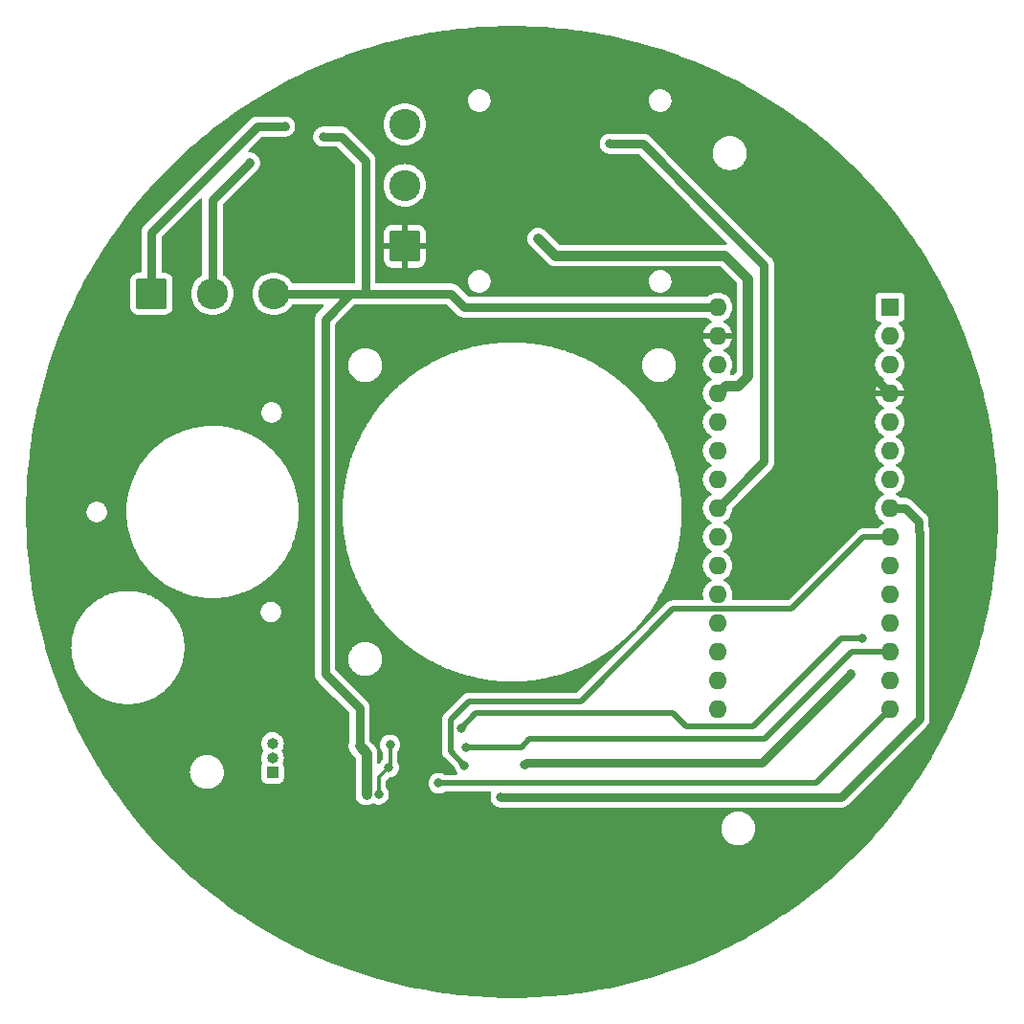
<source format=gbr>
%TF.GenerationSoftware,KiCad,Pcbnew,7.0.7-rc1*%
%TF.CreationDate,2024-03-12T16:47:17-04:00*%
%TF.ProjectId,Moving,4d6f7669-6e67-42e6-9b69-6361645f7063,rev?*%
%TF.SameCoordinates,Original*%
%TF.FileFunction,Copper,L1,Top*%
%TF.FilePolarity,Positive*%
%FSLAX46Y46*%
G04 Gerber Fmt 4.6, Leading zero omitted, Abs format (unit mm)*
G04 Created by KiCad (PCBNEW 7.0.7-rc1) date 2024-03-12 16:47:17*
%MOMM*%
%LPD*%
G01*
G04 APERTURE LIST*
G04 Aperture macros list*
%AMRoundRect*
0 Rectangle with rounded corners*
0 $1 Rounding radius*
0 $2 $3 $4 $5 $6 $7 $8 $9 X,Y pos of 4 corners*
0 Add a 4 corners polygon primitive as box body*
4,1,4,$2,$3,$4,$5,$6,$7,$8,$9,$2,$3,0*
0 Add four circle primitives for the rounded corners*
1,1,$1+$1,$2,$3*
1,1,$1+$1,$4,$5*
1,1,$1+$1,$6,$7*
1,1,$1+$1,$8,$9*
0 Add four rect primitives between the rounded corners*
20,1,$1+$1,$2,$3,$4,$5,0*
20,1,$1+$1,$4,$5,$6,$7,0*
20,1,$1+$1,$6,$7,$8,$9,0*
20,1,$1+$1,$8,$9,$2,$3,0*%
G04 Aperture macros list end*
%TA.AperFunction,ComponentPad*%
%ADD10RoundRect,0.250000X1.125000X-1.125000X1.125000X1.125000X-1.125000X1.125000X-1.125000X-1.125000X0*%
%TD*%
%TA.AperFunction,ComponentPad*%
%ADD11C,2.750000*%
%TD*%
%TA.AperFunction,ComponentPad*%
%ADD12R,1.000000X1.000000*%
%TD*%
%TA.AperFunction,ComponentPad*%
%ADD13O,1.000000X1.000000*%
%TD*%
%TA.AperFunction,ComponentPad*%
%ADD14RoundRect,0.250000X-1.125000X-1.125000X1.125000X-1.125000X1.125000X1.125000X-1.125000X1.125000X0*%
%TD*%
%TA.AperFunction,ComponentPad*%
%ADD15R,1.600000X1.600000*%
%TD*%
%TA.AperFunction,ComponentPad*%
%ADD16O,1.600000X1.600000*%
%TD*%
%TA.AperFunction,ViaPad*%
%ADD17C,0.800000*%
%TD*%
%TA.AperFunction,Conductor*%
%ADD18C,0.300000*%
%TD*%
%TA.AperFunction,Conductor*%
%ADD19C,0.800000*%
%TD*%
%TA.AperFunction,Conductor*%
%ADD20C,0.500000*%
%TD*%
%TA.AperFunction,Conductor*%
%ADD21C,0.900000*%
%TD*%
G04 APERTURE END LIST*
D10*
%TO.P,J8,1,Pin_1*%
%TO.N,GND*%
X130500000Y-66500000D03*
D11*
%TO.P,J8,2,Pin_2*%
%TO.N,Net-(J3-Pin_4)*%
X130500000Y-61100000D03*
%TO.P,J8,3,Pin_3*%
%TO.N,Net-(J3-Pin_2)*%
X130500000Y-55700000D03*
%TD*%
D12*
%TO.P,J2,1,Pin_1*%
%TO.N,U*%
X118800000Y-113040000D03*
D13*
%TO.P,J2,2,Pin_2*%
%TO.N,V*%
X118800000Y-111770000D03*
%TO.P,J2,3,Pin_3*%
%TO.N,W*%
X118800000Y-110500000D03*
%TD*%
D14*
%TO.P,J6,1,Pin_1*%
%TO.N,Net-(J3-Pin_3)*%
X108100000Y-70700000D03*
D11*
%TO.P,J6,2,Pin_2*%
%TO.N,Net-(J3-Pin_1)*%
X113500000Y-70700000D03*
%TO.P,J6,3,Pin_3*%
%TO.N,VCC*%
X118900000Y-70700000D03*
%TD*%
D15*
%TO.P,A1,1,D1/TX*%
%TO.N,unconnected-(A1-D1{slash}TX-Pad1)*%
X173425000Y-71890000D03*
D16*
%TO.P,A1,2,D0/RX*%
%TO.N,unconnected-(A1-D0{slash}RX-Pad2)*%
X173425000Y-74430000D03*
%TO.P,A1,3,~{RESET}*%
%TO.N,unconnected-(A1-~{RESET}-Pad3)*%
X173425000Y-76970000D03*
%TO.P,A1,4,GND*%
%TO.N,GND*%
X173425000Y-79510000D03*
%TO.P,A1,5,D2*%
%TO.N,unconnected-(A1-D2-Pad5)*%
X173425000Y-82050000D03*
%TO.P,A1,6,D3*%
%TO.N,UL*%
X173425000Y-84590000D03*
%TO.P,A1,7,D4*%
%TO.N,unconnected-(A1-D4-Pad7)*%
X173425000Y-87130000D03*
%TO.P,A1,8,D5*%
%TO.N,WL*%
X173425000Y-89670000D03*
%TO.P,A1,9,D6*%
%TO.N,WH*%
X173425000Y-92210000D03*
%TO.P,A1,10,D7*%
%TO.N,unconnected-(A1-D7-Pad10)*%
X173425000Y-94750000D03*
%TO.P,A1,11,D8*%
%TO.N,unconnected-(A1-D8-Pad11)*%
X173425000Y-97290000D03*
%TO.P,A1,12,D9*%
%TO.N,VL*%
X173425000Y-99830000D03*
%TO.P,A1,13,D10*%
%TO.N,VH*%
X173425000Y-102370000D03*
%TO.P,A1,14,D11*%
%TO.N,UH*%
X173425000Y-104910000D03*
%TO.P,A1,15,D12*%
%TO.N,VIO*%
X173425000Y-107450000D03*
%TO.P,A1,16,D13*%
%TO.N,unconnected-(A1-D13-Pad16)*%
X158185000Y-107450000D03*
%TO.P,A1,17,3V3*%
%TO.N,unconnected-(A1-3V3-Pad17)*%
X158185000Y-104910000D03*
%TO.P,A1,18,AREF*%
%TO.N,unconnected-(A1-AREF-Pad18)*%
X158185000Y-102370000D03*
%TO.P,A1,19,A0*%
%TO.N,unconnected-(A1-A0-Pad19)*%
X158185000Y-99830000D03*
%TO.P,A1,20,A1*%
%TO.N,unconnected-(A1-A1-Pad20)*%
X158185000Y-97290000D03*
%TO.P,A1,21,A2*%
%TO.N,unconnected-(A1-A2-Pad21)*%
X158185000Y-94750000D03*
%TO.P,A1,22,A3*%
%TO.N,unconnected-(A1-A3-Pad22)*%
X158185000Y-92210000D03*
%TO.P,A1,23,A4*%
%TO.N,SDA*%
X158185000Y-89670000D03*
%TO.P,A1,24,A5*%
%TO.N,SCL*%
X158185000Y-87130000D03*
%TO.P,A1,25,A6*%
%TO.N,unconnected-(A1-A6-Pad25)*%
X158185000Y-84590000D03*
%TO.P,A1,26,A7*%
%TO.N,unconnected-(A1-A7-Pad26)*%
X158185000Y-82050000D03*
%TO.P,A1,27,+5V*%
%TO.N,+5V*%
X158185000Y-79510000D03*
%TO.P,A1,28,~{RESET}*%
%TO.N,unconnected-(A1-~{RESET}-Pad28)*%
X158185000Y-76970000D03*
%TO.P,A1,29,GND*%
%TO.N,GND*%
X158185000Y-74430000D03*
%TO.P,A1,30,VIN*%
%TO.N,VCC*%
X158185000Y-71890000D03*
%TD*%
D17*
%TO.N,GND*%
X131599999Y-111400001D03*
X132100000Y-110900000D03*
X132100000Y-111900000D03*
X131100000Y-110900000D03*
X146100000Y-116800000D03*
X129900000Y-108500000D03*
X131100000Y-111900000D03*
X160650000Y-64100000D03*
%TO.N,UL*%
X169930000Y-104340000D03*
X141100000Y-112400000D03*
%TO.N,WL*%
X139000000Y-115249500D03*
%TO.N,WH*%
X135786963Y-112413037D03*
%TO.N,VH*%
X135900000Y-110800000D03*
%TO.N,UH*%
X135500000Y-109100000D03*
X170950000Y-101190000D03*
%TO.N,VIO*%
X133500000Y-114000000D03*
%TO.N,SDA*%
X148650000Y-57425000D03*
%TO.N,+5V*%
X142300000Y-65800000D03*
%TO.N,VCC*%
X127100000Y-115000000D03*
X123300000Y-56800000D03*
X126500000Y-110700000D03*
%TO.N,Net-(J3-Pin_1)*%
X116800000Y-59100000D03*
%TO.N,Net-(J3-Pin_3)*%
X119900000Y-55900000D03*
%TO.N,Net-(U1-BRUV)*%
X129200000Y-110600000D03*
X129100000Y-112600000D03*
X128200000Y-115000000D03*
%TD*%
D18*
%TO.N,GND*%
X131599999Y-110199999D02*
X131599999Y-110400001D01*
X131100000Y-110900000D02*
X131599999Y-111399999D01*
D19*
X161700000Y-64100000D02*
X160650000Y-64100000D01*
X163950000Y-66350000D02*
X161700000Y-64100000D01*
D18*
X131599999Y-111399999D02*
X131599999Y-111400001D01*
X131599999Y-110400001D02*
X131100000Y-110900000D01*
X129900000Y-108500000D02*
X131599999Y-110199999D01*
D19*
X173425000Y-79510000D02*
X163950000Y-70035000D01*
X163950000Y-70035000D02*
X163950000Y-66350000D01*
%TO.N,UL*%
X146350000Y-112200000D02*
X141300000Y-112200000D01*
X141300000Y-112200000D02*
X141100000Y-112400000D01*
X146350000Y-112200000D02*
X162070000Y-112200000D01*
X162070000Y-112200000D02*
X169930000Y-104340000D01*
%TO.N,WL*%
X139000000Y-115249500D02*
X169080500Y-115249500D01*
X175960000Y-90830000D02*
X174800000Y-89670000D01*
X176040000Y-91750000D02*
X175960000Y-91670000D01*
X175960000Y-91670000D02*
X175960000Y-90830000D01*
X174800000Y-89670000D02*
X173425000Y-89670000D01*
X176040000Y-108290000D02*
X176040000Y-91750000D01*
X169080500Y-115249500D02*
X176040000Y-108290000D01*
D20*
%TO.N,WH*%
X154220000Y-98580000D02*
X164700000Y-98580000D01*
X134550000Y-111176074D02*
X134550000Y-108350000D01*
X171070000Y-92210000D02*
X173425000Y-92210000D01*
X134550000Y-108350000D02*
X136150000Y-106750000D01*
X146050000Y-106750000D02*
X154220000Y-98580000D01*
X164700000Y-98580000D02*
X171070000Y-92210000D01*
X135786963Y-112413037D02*
X134550000Y-111176074D01*
X136150000Y-106750000D02*
X146050000Y-106750000D01*
%TO.N,VH*%
X170090000Y-102370000D02*
X173425000Y-102370000D01*
X135900000Y-110800000D02*
X140800000Y-110800000D01*
X141500000Y-110100000D02*
X162360000Y-110100000D01*
X140800000Y-110800000D02*
X141500000Y-110100000D01*
X162360000Y-110100000D02*
X170090000Y-102370000D01*
%TO.N,UH*%
X161320000Y-109010000D02*
X161590000Y-108740000D01*
X135500000Y-109100000D02*
X136800000Y-107800000D01*
X136800000Y-107800000D02*
X152600000Y-107800000D01*
X155400000Y-109010000D02*
X161320000Y-109010000D01*
X152600000Y-107800000D02*
X154190000Y-107800000D01*
X169140000Y-101190000D02*
X170950000Y-101190000D01*
X154190000Y-107800000D02*
X155400000Y-109010000D01*
X161590000Y-108740000D02*
X169140000Y-101190000D01*
%TO.N,VIO*%
X133500000Y-114000000D02*
X166875000Y-114000000D01*
X166875000Y-114000000D02*
X173425000Y-107450000D01*
D19*
%TO.N,SDA*%
X156450000Y-62325000D02*
X151550000Y-57425000D01*
X151550000Y-57425000D02*
X148650000Y-57425000D01*
X162300000Y-68175000D02*
X156450000Y-62325000D01*
X162300000Y-75225000D02*
X162300000Y-68175000D01*
X158185000Y-89670000D02*
X162300000Y-85555000D01*
X162300000Y-85555000D02*
X162300000Y-75225000D01*
D21*
%TO.N,+5V*%
X160000000Y-78800000D02*
X160000000Y-78825000D01*
X160000000Y-78825000D02*
X158870000Y-78825000D01*
X149600000Y-67300000D02*
X158800000Y-67300000D01*
X143800000Y-67300000D02*
X142300000Y-65800000D01*
X158870000Y-78825000D02*
X158185000Y-79510000D01*
X149600000Y-67300000D02*
X143800000Y-67300000D01*
X160850000Y-77950000D02*
X160000000Y-78800000D01*
X158800000Y-67300000D02*
X160850000Y-69350000D01*
X160850000Y-69350000D02*
X160850000Y-77950000D01*
D19*
%TO.N,VCC*%
X127000000Y-70700000D02*
X134600000Y-70700000D01*
X126500000Y-107400000D02*
X126500000Y-110700000D01*
X135790000Y-71890000D02*
X158185000Y-71890000D01*
D21*
X127100000Y-115000000D02*
X127100000Y-111300000D01*
X127100000Y-111300000D02*
X126500000Y-110700000D01*
D19*
X125700000Y-70700000D02*
X123450000Y-72950000D01*
X134600000Y-70700000D02*
X135790000Y-71890000D01*
X127000000Y-58900000D02*
X127000000Y-70700000D01*
X124900000Y-56800000D02*
X127000000Y-58900000D01*
X123450000Y-104350000D02*
X126500000Y-107400000D01*
X123450000Y-72950000D02*
X123450000Y-104350000D01*
X123300000Y-56800000D02*
X124900000Y-56800000D01*
X125700000Y-70700000D02*
X118900000Y-70700000D01*
X127000000Y-70700000D02*
X125700000Y-70700000D01*
%TO.N,Net-(J3-Pin_1)*%
X113500000Y-62400000D02*
X113500000Y-70700000D01*
X116800000Y-59100000D02*
X113500000Y-62400000D01*
%TO.N,Net-(J3-Pin_3)*%
X117500000Y-55900000D02*
X108100000Y-65300000D01*
X119900000Y-55900000D02*
X117500000Y-55900000D01*
X108100000Y-65300000D02*
X108100000Y-70700000D01*
D18*
%TO.N,Net-(U1-BRUV)*%
X128200000Y-113500000D02*
X129100000Y-112600000D01*
X129200000Y-110600000D02*
X129200000Y-112500000D01*
X129200000Y-112500000D02*
X129100000Y-112600000D01*
X128200000Y-115000000D02*
X128200000Y-113500000D01*
%TD*%
%TA.AperFunction,Conductor*%
%TO.N,GND*%
G36*
X140786812Y-47009499D02*
G01*
X141835503Y-47041495D01*
X142097511Y-47053490D01*
X143144787Y-47117456D01*
X143406184Y-47137427D01*
X144348805Y-47223921D01*
X144451058Y-47233304D01*
X144478156Y-47236207D01*
X144711706Y-47261234D01*
X145753151Y-47388928D01*
X146012935Y-47424809D01*
X147049974Y-47584199D01*
X147308589Y-47627996D01*
X148340225Y-47818928D01*
X148597310Y-47870575D01*
X149622778Y-48092907D01*
X149878049Y-48152343D01*
X150896256Y-48405843D01*
X151086024Y-48456175D01*
X151149736Y-48473074D01*
X151270131Y-48506979D01*
X152159680Y-48757492D01*
X152410891Y-48832391D01*
X153411705Y-49147480D01*
X153660641Y-49230046D01*
X154651363Y-49575505D01*
X154897527Y-49665573D01*
X155877334Y-50041114D01*
X156066977Y-50117138D01*
X156120695Y-50138673D01*
X157088519Y-50543888D01*
X157328818Y-50648834D01*
X158283793Y-51083356D01*
X158520892Y-51195635D01*
X159462043Y-51659016D01*
X159695668Y-51778503D01*
X160622335Y-52270416D01*
X160852066Y-52396895D01*
X161504110Y-52768946D01*
X161763306Y-52916841D01*
X161989135Y-53050303D01*
X162884073Y-53597783D01*
X163105725Y-53738069D01*
X163983575Y-54312603D01*
X164200824Y-54459568D01*
X164267088Y-54505883D01*
X165060737Y-55060600D01*
X165227936Y-55181300D01*
X165273431Y-55214143D01*
X165479564Y-55367784D01*
X166114604Y-55841111D01*
X166322488Y-56001046D01*
X166372334Y-56040620D01*
X167144172Y-56653394D01*
X167221285Y-56716556D01*
X167327230Y-56803334D01*
X167347080Y-56819592D01*
X168148536Y-57496737D01*
X168346201Y-57668976D01*
X168718143Y-58003190D01*
X169126652Y-58370262D01*
X169166141Y-58406849D01*
X169318987Y-58548462D01*
X170077641Y-59273176D01*
X170264590Y-59457296D01*
X171000708Y-60204727D01*
X171181921Y-60394427D01*
X171894963Y-61164024D01*
X172070236Y-61359082D01*
X172759515Y-62150110D01*
X172928773Y-62350441D01*
X173593585Y-63162093D01*
X173756662Y-63367502D01*
X174396440Y-64199087D01*
X174520187Y-64365112D01*
X174553129Y-64409309D01*
X175167234Y-65259996D01*
X175251549Y-65380626D01*
X175317490Y-65474970D01*
X175455712Y-65679294D01*
X175905355Y-66343972D01*
X175908856Y-66349321D01*
X176048993Y-66563441D01*
X176610077Y-67449957D01*
X176746950Y-67673695D01*
X177267960Y-68555290D01*
X177280711Y-68576865D01*
X177353401Y-68704258D01*
X177410723Y-68804719D01*
X177916731Y-69723814D01*
X178039691Y-69955448D01*
X178321210Y-70505883D01*
X178496013Y-70847664D01*
X178517433Y-70889544D01*
X178548765Y-70953181D01*
X178633280Y-71124837D01*
X179082313Y-72073067D01*
X179190940Y-72311803D01*
X179610842Y-73273274D01*
X179712131Y-73515196D01*
X180102509Y-74489007D01*
X180196394Y-74733957D01*
X180321920Y-75077028D01*
X180550219Y-75700984D01*
X180556899Y-75719239D01*
X180598809Y-75839431D01*
X180643231Y-75966826D01*
X180973547Y-76962721D01*
X181052291Y-77212833D01*
X181352072Y-78218306D01*
X181423160Y-78470733D01*
X181692136Y-79484869D01*
X181755490Y-79739335D01*
X181993407Y-80761173D01*
X182048990Y-81017538D01*
X182255623Y-82046101D01*
X182303361Y-82304037D01*
X182478539Y-83338477D01*
X182518377Y-83597675D01*
X182661928Y-84636974D01*
X182693852Y-84897335D01*
X182805637Y-85940494D01*
X182829606Y-86201710D01*
X182909525Y-87247769D01*
X182925519Y-87509633D01*
X182973501Y-88557666D01*
X182981499Y-88819808D01*
X182999500Y-90000000D01*
X182981499Y-91180191D01*
X182973501Y-91442333D01*
X182925519Y-92490366D01*
X182909525Y-92752230D01*
X182829606Y-93798289D01*
X182805637Y-94059505D01*
X182693852Y-95102664D01*
X182661928Y-95363025D01*
X182518377Y-96402324D01*
X182478539Y-96661522D01*
X182303361Y-97695962D01*
X182255623Y-97953898D01*
X182048990Y-98982461D01*
X181993407Y-99238826D01*
X181755490Y-100260664D01*
X181692136Y-100515130D01*
X181423160Y-101529266D01*
X181352072Y-101781693D01*
X181052291Y-102787166D01*
X180973547Y-103037278D01*
X180643231Y-104033173D01*
X180556903Y-104280749D01*
X180196394Y-105266042D01*
X180102509Y-105510992D01*
X179712131Y-106484803D01*
X179610842Y-106726725D01*
X179190940Y-107688196D01*
X179082313Y-107926932D01*
X178633280Y-108875162D01*
X178517446Y-109110430D01*
X178039691Y-110044551D01*
X177916731Y-110276185D01*
X177410723Y-111195280D01*
X177330464Y-111335941D01*
X177281076Y-111422498D01*
X177280754Y-111423060D01*
X177049886Y-111813710D01*
X176746957Y-112326292D01*
X176610077Y-112550042D01*
X176048993Y-113436558D01*
X175905358Y-113656023D01*
X175317500Y-114525015D01*
X175167250Y-114739982D01*
X174553129Y-115590690D01*
X174469992Y-115702232D01*
X174403963Y-115790821D01*
X174396447Y-115800903D01*
X174135722Y-116139795D01*
X173756661Y-116632500D01*
X173593585Y-116837906D01*
X172928773Y-117649558D01*
X172759515Y-117849889D01*
X172070236Y-118640917D01*
X171894963Y-118835975D01*
X171181921Y-119605572D01*
X171000708Y-119795272D01*
X170264573Y-120542721D01*
X170077643Y-120726821D01*
X169319015Y-121451511D01*
X169126652Y-121629737D01*
X168346208Y-122331017D01*
X168148524Y-122503273D01*
X167347093Y-123180396D01*
X167144172Y-123346605D01*
X166322494Y-123998948D01*
X166114600Y-124158891D01*
X165273431Y-124785856D01*
X165060728Y-124939406D01*
X164200824Y-125540431D01*
X163983575Y-125687396D01*
X163105725Y-126261930D01*
X162884073Y-126402216D01*
X161989135Y-126949696D01*
X161763306Y-127083158D01*
X160852058Y-127603109D01*
X160622307Y-127729598D01*
X159695668Y-128221496D01*
X159462043Y-128340983D01*
X158520892Y-128804364D01*
X158283760Y-128916658D01*
X157328840Y-129351156D01*
X157088500Y-129456119D01*
X156120695Y-129861326D01*
X155877315Y-129958892D01*
X154897557Y-130334414D01*
X154651345Y-130424501D01*
X153660642Y-130769952D01*
X153411682Y-130852527D01*
X152410937Y-131167594D01*
X152159626Y-131242522D01*
X151149736Y-131526925D01*
X150896208Y-131594168D01*
X149878095Y-131847645D01*
X149622721Y-131907104D01*
X148597310Y-132129424D01*
X148340225Y-132181071D01*
X147308589Y-132372003D01*
X147049926Y-132415807D01*
X146012990Y-132575182D01*
X145753155Y-132611071D01*
X144711757Y-132738759D01*
X144451058Y-132766695D01*
X143406214Y-132862569D01*
X143144730Y-132882547D01*
X142097540Y-132946507D01*
X141835472Y-132958505D01*
X140786843Y-132990499D01*
X140524578Y-132994500D01*
X139475422Y-132994500D01*
X139213156Y-132990499D01*
X138164527Y-132958505D01*
X137902459Y-132946507D01*
X136855269Y-132882547D01*
X136593785Y-132862569D01*
X135548941Y-132766695D01*
X135288242Y-132738759D01*
X134246844Y-132611071D01*
X133987009Y-132575182D01*
X132950073Y-132415807D01*
X132691410Y-132372003D01*
X131659774Y-132181071D01*
X131402689Y-132129424D01*
X130377278Y-131907104D01*
X130121904Y-131847645D01*
X129103791Y-131594168D01*
X128850263Y-131526925D01*
X127840373Y-131242522D01*
X127589062Y-131167594D01*
X126588317Y-130852527D01*
X126339357Y-130769952D01*
X125348654Y-130424501D01*
X125102442Y-130334414D01*
X124122684Y-129958892D01*
X123879304Y-129861326D01*
X122911499Y-129456119D01*
X122671142Y-129351148D01*
X121716239Y-128916658D01*
X121479107Y-128804364D01*
X120537956Y-128340983D01*
X120304331Y-128221496D01*
X119377692Y-127729598D01*
X119147941Y-127603109D01*
X118236693Y-127083158D01*
X118010864Y-126949696D01*
X117115926Y-126402216D01*
X116894274Y-126261930D01*
X116016424Y-125687396D01*
X115799175Y-125540431D01*
X114939302Y-124939427D01*
X114818952Y-124852548D01*
X114726568Y-124785856D01*
X113885399Y-124158891D01*
X113677505Y-123998948D01*
X112855827Y-123346605D01*
X112652906Y-123180396D01*
X111851475Y-122503273D01*
X111653791Y-122331017D01*
X110873347Y-121629737D01*
X110807573Y-121568796D01*
X110680980Y-121451506D01*
X109922355Y-120726820D01*
X109735440Y-120542735D01*
X108999282Y-119795263D01*
X108818078Y-119605572D01*
X108105036Y-118835975D01*
X107929763Y-118640917D01*
X107918488Y-118627978D01*
X107587226Y-118247816D01*
X107371290Y-118000004D01*
X158494357Y-118000004D01*
X158502350Y-118096456D01*
X158502562Y-118101579D01*
X158502562Y-118114456D01*
X158501274Y-118118839D01*
X158501940Y-118126871D01*
X158504143Y-118133570D01*
X158506264Y-118146279D01*
X158506899Y-118151367D01*
X158514891Y-118247816D01*
X158514891Y-118247818D01*
X158538654Y-118341659D01*
X158539707Y-118346679D01*
X158541825Y-118359374D01*
X158541277Y-118363902D01*
X158543256Y-118371715D01*
X158546532Y-118377962D01*
X158550714Y-118390145D01*
X158552177Y-118395058D01*
X158575432Y-118486887D01*
X158575937Y-118488881D01*
X158602565Y-118549588D01*
X158614810Y-118577503D01*
X158616675Y-118582283D01*
X158620864Y-118594488D01*
X158621069Y-118599040D01*
X158624304Y-118606415D01*
X158628567Y-118612043D01*
X158634700Y-118623377D01*
X158636949Y-118627978D01*
X158675826Y-118716605D01*
X158728764Y-118797634D01*
X158731389Y-118802039D01*
X158737521Y-118813371D01*
X158738473Y-118817831D01*
X158742879Y-118824575D01*
X158748009Y-118829422D01*
X158755927Y-118839596D01*
X158758903Y-118843766D01*
X158809371Y-118921012D01*
X158811836Y-118924785D01*
X158836306Y-118951366D01*
X158877391Y-118995998D01*
X158880706Y-118999911D01*
X158888612Y-119010070D01*
X158890284Y-119014308D01*
X158895752Y-119020249D01*
X158901599Y-119024178D01*
X158911079Y-119032904D01*
X158914703Y-119036529D01*
X158980257Y-119107739D01*
X159056624Y-119167178D01*
X159060539Y-119170493D01*
X159070026Y-119179227D01*
X159072373Y-119183133D01*
X159078730Y-119188081D01*
X159085150Y-119190998D01*
X159095935Y-119198043D01*
X159100091Y-119201009D01*
X159176491Y-119260474D01*
X159261634Y-119306551D01*
X159266010Y-119309159D01*
X159276811Y-119316216D01*
X159279772Y-119319686D01*
X159286844Y-119323514D01*
X159293664Y-119325336D01*
X159305483Y-119330521D01*
X159310057Y-119332756D01*
X159395190Y-119378828D01*
X159486767Y-119410266D01*
X159491480Y-119412105D01*
X159503300Y-119417290D01*
X159506791Y-119420224D01*
X159514421Y-119422843D01*
X159521432Y-119423517D01*
X159529378Y-119425528D01*
X159533935Y-119426682D01*
X159538823Y-119428137D01*
X159604307Y-119450618D01*
X159630385Y-119459571D01*
X159725857Y-119475502D01*
X159730861Y-119476550D01*
X159743359Y-119479715D01*
X159747285Y-119482034D01*
X159755240Y-119483362D01*
X159762274Y-119482871D01*
X159775122Y-119483936D01*
X159780187Y-119484567D01*
X159875665Y-119500500D01*
X159875666Y-119500500D01*
X159972436Y-119500500D01*
X159977556Y-119500712D01*
X159989551Y-119501705D01*
X159990419Y-119501777D01*
X159994680Y-119503421D01*
X160002715Y-119503421D01*
X160009579Y-119501778D01*
X160022453Y-119500712D01*
X160027574Y-119500500D01*
X160124330Y-119500500D01*
X160124335Y-119500500D01*
X160219854Y-119484560D01*
X160224850Y-119483938D01*
X160237730Y-119482871D01*
X160242193Y-119483789D01*
X160250141Y-119482463D01*
X160256623Y-119479719D01*
X160269158Y-119476545D01*
X160274105Y-119475508D01*
X160369614Y-119459571D01*
X160461198Y-119428129D01*
X160466055Y-119426684D01*
X160478568Y-119423516D01*
X160483120Y-119423687D01*
X160490741Y-119421071D01*
X160496691Y-119417293D01*
X160508501Y-119412113D01*
X160513251Y-119410260D01*
X160604810Y-119378828D01*
X160689970Y-119332741D01*
X160694522Y-119330517D01*
X160706340Y-119325334D01*
X160710865Y-119324752D01*
X160717935Y-119320926D01*
X160723190Y-119316215D01*
X160733999Y-119309153D01*
X160738361Y-119306553D01*
X160823509Y-119260474D01*
X160899937Y-119200986D01*
X160904025Y-119198068D01*
X160914856Y-119190993D01*
X160919221Y-119189676D01*
X160925568Y-119184735D01*
X160929972Y-119179228D01*
X160939462Y-119170492D01*
X160943349Y-119167198D01*
X161019744Y-119107738D01*
X161085313Y-119036510D01*
X161088909Y-119032914D01*
X161098405Y-119024172D01*
X161102489Y-119022157D01*
X161107949Y-119016226D01*
X161111384Y-119010073D01*
X161119315Y-118999883D01*
X161122585Y-118996022D01*
X161188164Y-118924785D01*
X161241124Y-118843723D01*
X161244055Y-118839618D01*
X161252004Y-118829405D01*
X161255699Y-118826746D01*
X161260104Y-118820004D01*
X161262481Y-118813365D01*
X161268621Y-118802020D01*
X161271224Y-118797650D01*
X161324173Y-118716607D01*
X161363068Y-118627933D01*
X161365298Y-118623377D01*
X161371421Y-118612062D01*
X161374641Y-118608816D01*
X161377882Y-118601427D01*
X161379135Y-118594483D01*
X161383329Y-118582266D01*
X161385170Y-118577546D01*
X161424063Y-118488881D01*
X161447832Y-118395019D01*
X161449280Y-118390156D01*
X161453467Y-118377960D01*
X161456103Y-118374238D01*
X161458081Y-118366428D01*
X161458174Y-118359373D01*
X161460299Y-118346638D01*
X161461344Y-118341659D01*
X161485108Y-118247821D01*
X161493103Y-118151333D01*
X161493734Y-118146278D01*
X161498508Y-118117669D01*
X161497688Y-118111928D01*
X161498088Y-118092585D01*
X161498283Y-118088814D01*
X161505643Y-118000000D01*
X161498283Y-117911189D01*
X161498088Y-117907410D01*
X161497688Y-117888072D01*
X161498789Y-117884016D01*
X161497438Y-117875919D01*
X161493731Y-117853704D01*
X161493102Y-117848660D01*
X161485108Y-117752179D01*
X161484814Y-117751019D01*
X161480496Y-117733969D01*
X161461341Y-117658327D01*
X161460295Y-117653334D01*
X161460292Y-117653319D01*
X161458175Y-117640627D01*
X161458721Y-117636102D01*
X161456743Y-117628287D01*
X161453466Y-117622037D01*
X161449283Y-117609851D01*
X161447830Y-117604976D01*
X161424063Y-117511119D01*
X161385180Y-117422475D01*
X161383326Y-117417725D01*
X161379133Y-117405509D01*
X161378927Y-117400953D01*
X161375699Y-117393592D01*
X161371435Y-117387962D01*
X161365298Y-117376621D01*
X161363052Y-117372029D01*
X161324173Y-117283393D01*
X161324173Y-117283392D01*
X161271231Y-117202358D01*
X161268618Y-117197973D01*
X161262477Y-117186626D01*
X161261524Y-117182167D01*
X161257122Y-117175428D01*
X161251994Y-117170581D01*
X161244081Y-117160415D01*
X161241102Y-117156243D01*
X161188164Y-117075215D01*
X161182884Y-117069479D01*
X161122606Y-117003999D01*
X161119291Y-117000085D01*
X161111384Y-116989926D01*
X161109711Y-116985685D01*
X161104253Y-116979757D01*
X161098398Y-116975820D01*
X161088918Y-116967092D01*
X161085294Y-116963468D01*
X161071863Y-116948879D01*
X161019744Y-116892262D01*
X160998870Y-116876015D01*
X160943378Y-116832823D01*
X160939462Y-116829507D01*
X160929970Y-116820767D01*
X160927624Y-116816863D01*
X160921279Y-116811924D01*
X160914845Y-116809000D01*
X160904055Y-116801950D01*
X160899893Y-116798978D01*
X160892501Y-116793225D01*
X160823509Y-116739526D01*
X160823504Y-116739523D01*
X160823503Y-116739522D01*
X160774906Y-116713223D01*
X160738380Y-116693456D01*
X160733985Y-116690837D01*
X160723190Y-116683784D01*
X160720227Y-116680313D01*
X160713156Y-116676486D01*
X160706332Y-116674661D01*
X160694528Y-116669483D01*
X160689925Y-116667233D01*
X160604816Y-116621175D01*
X160604813Y-116621174D01*
X160604810Y-116621172D01*
X160604804Y-116621170D01*
X160604802Y-116621169D01*
X160513258Y-116589742D01*
X160508480Y-116587877D01*
X160496690Y-116582705D01*
X160493199Y-116579771D01*
X160485584Y-116577156D01*
X160478562Y-116576481D01*
X160474750Y-116575516D01*
X160466080Y-116573320D01*
X160461168Y-116571858D01*
X160369614Y-116540429D01*
X160274141Y-116524496D01*
X160269128Y-116523445D01*
X160256648Y-116520286D01*
X160252715Y-116517962D01*
X160244768Y-116516636D01*
X160237719Y-116517127D01*
X160224888Y-116516063D01*
X160219804Y-116515430D01*
X160124336Y-116499500D01*
X160124335Y-116499500D01*
X160027541Y-116499500D01*
X160022428Y-116499288D01*
X160011122Y-116498351D01*
X160009583Y-116498224D01*
X160005328Y-116496582D01*
X159997279Y-116496582D01*
X159990414Y-116498224D01*
X159980435Y-116499051D01*
X159980291Y-116499063D01*
X159977606Y-116499285D01*
X159972495Y-116499500D01*
X159875665Y-116499500D01*
X159780194Y-116515430D01*
X159775109Y-116516064D01*
X159762277Y-116517127D01*
X159757806Y-116516207D01*
X159749862Y-116517532D01*
X159743355Y-116520285D01*
X159730872Y-116523445D01*
X159725857Y-116524497D01*
X159630383Y-116540429D01*
X159538835Y-116571856D01*
X159533929Y-116573317D01*
X159521450Y-116576478D01*
X159516890Y-116576307D01*
X159509261Y-116578925D01*
X159503304Y-116582707D01*
X159491515Y-116587879D01*
X159486740Y-116589742D01*
X159395194Y-116621170D01*
X159395183Y-116621175D01*
X159310084Y-116667228D01*
X159305479Y-116669479D01*
X159293662Y-116674663D01*
X159289135Y-116675244D01*
X159282061Y-116679072D01*
X159276804Y-116683786D01*
X159266009Y-116690839D01*
X159261607Y-116693461D01*
X159176493Y-116739524D01*
X159176489Y-116739526D01*
X159100108Y-116798976D01*
X159095944Y-116801950D01*
X159088967Y-116806509D01*
X159085138Y-116809010D01*
X159080771Y-116810327D01*
X159074428Y-116815264D01*
X159070025Y-116820771D01*
X159060532Y-116829510D01*
X159056620Y-116832824D01*
X158980255Y-116892262D01*
X158914696Y-116963477D01*
X158911071Y-116967102D01*
X158901596Y-116975824D01*
X158897509Y-116977840D01*
X158892043Y-116983778D01*
X158888604Y-116989940D01*
X158880699Y-117000095D01*
X158877390Y-117004001D01*
X158811836Y-117075215D01*
X158758903Y-117156233D01*
X158755931Y-117160397D01*
X158749308Y-117168908D01*
X158747990Y-117170601D01*
X158744294Y-117173259D01*
X158739900Y-117179984D01*
X158737520Y-117186631D01*
X158731387Y-117197962D01*
X158728764Y-117202364D01*
X158675828Y-117283390D01*
X158636952Y-117372015D01*
X158634703Y-117376616D01*
X158631673Y-117382216D01*
X158628566Y-117387958D01*
X158625350Y-117391198D01*
X158622116Y-117398571D01*
X158620863Y-117405517D01*
X158616674Y-117417717D01*
X158614811Y-117422493D01*
X158585179Y-117490047D01*
X158575939Y-117511116D01*
X158575936Y-117511122D01*
X158552177Y-117604940D01*
X158550715Y-117609851D01*
X158546533Y-117622033D01*
X158543896Y-117625755D01*
X158541917Y-117633570D01*
X158541825Y-117640622D01*
X158539707Y-117653319D01*
X158538654Y-117658339D01*
X158514891Y-117752178D01*
X158514891Y-117752183D01*
X158506899Y-117848631D01*
X158506264Y-117853719D01*
X158504143Y-117866428D01*
X158502156Y-117870530D01*
X158501490Y-117878563D01*
X158502562Y-117885542D01*
X158502562Y-117898419D01*
X158502350Y-117903542D01*
X158494357Y-117999994D01*
X158494357Y-118000004D01*
X107371290Y-118000004D01*
X107240484Y-117849889D01*
X107071226Y-117649558D01*
X106406414Y-116837906D01*
X106385786Y-116811924D01*
X106243339Y-116632500D01*
X105603560Y-115800913D01*
X105446870Y-115590690D01*
X105414458Y-115545791D01*
X104832732Y-114739958D01*
X104682500Y-114525015D01*
X104094628Y-113656003D01*
X104089051Y-113647482D01*
X103951006Y-113436558D01*
X103674704Y-113000000D01*
X111494357Y-113000000D01*
X111499636Y-113063714D01*
X111502350Y-113096456D01*
X111502562Y-113101579D01*
X111502562Y-113114456D01*
X111501274Y-113118839D01*
X111501940Y-113126871D01*
X111504143Y-113133570D01*
X111506264Y-113146279D01*
X111506899Y-113151367D01*
X111514891Y-113247816D01*
X111514891Y-113247818D01*
X111538654Y-113341659D01*
X111539707Y-113346679D01*
X111541825Y-113359374D01*
X111541277Y-113363902D01*
X111543256Y-113371715D01*
X111546532Y-113377962D01*
X111550714Y-113390145D01*
X111552177Y-113395058D01*
X111575432Y-113486887D01*
X111575937Y-113488881D01*
X111581034Y-113500500D01*
X111614810Y-113577503D01*
X111616675Y-113582283D01*
X111620864Y-113594488D01*
X111621069Y-113599040D01*
X111624304Y-113606415D01*
X111628567Y-113612043D01*
X111634700Y-113623377D01*
X111636949Y-113627978D01*
X111675826Y-113716605D01*
X111728764Y-113797634D01*
X111731389Y-113802039D01*
X111737521Y-113813371D01*
X111738473Y-113817831D01*
X111742879Y-113824575D01*
X111748009Y-113829422D01*
X111755927Y-113839596D01*
X111758903Y-113843766D01*
X111809371Y-113921012D01*
X111811836Y-113924785D01*
X111836306Y-113951366D01*
X111877391Y-113995998D01*
X111880706Y-113999911D01*
X111888612Y-114010070D01*
X111890284Y-114014308D01*
X111895752Y-114020249D01*
X111901599Y-114024178D01*
X111911079Y-114032904D01*
X111914703Y-114036529D01*
X111980257Y-114107739D01*
X112056624Y-114167178D01*
X112060539Y-114170493D01*
X112070026Y-114179227D01*
X112072373Y-114183133D01*
X112078730Y-114188081D01*
X112085150Y-114190998D01*
X112095935Y-114198043D01*
X112100091Y-114201009D01*
X112176491Y-114260474D01*
X112261634Y-114306551D01*
X112266010Y-114309159D01*
X112276811Y-114316216D01*
X112279772Y-114319686D01*
X112286844Y-114323514D01*
X112293664Y-114325336D01*
X112305483Y-114330521D01*
X112310057Y-114332756D01*
X112395190Y-114378828D01*
X112486767Y-114410266D01*
X112491480Y-114412105D01*
X112503300Y-114417290D01*
X112506791Y-114420224D01*
X112514421Y-114422843D01*
X112521432Y-114423517D01*
X112529378Y-114425528D01*
X112533935Y-114426682D01*
X112538823Y-114428137D01*
X112604307Y-114450618D01*
X112630385Y-114459571D01*
X112725857Y-114475502D01*
X112730861Y-114476550D01*
X112743359Y-114479715D01*
X112747285Y-114482034D01*
X112755240Y-114483362D01*
X112762274Y-114482871D01*
X112775122Y-114483936D01*
X112780187Y-114484567D01*
X112875665Y-114500500D01*
X112875666Y-114500500D01*
X112972436Y-114500500D01*
X112977556Y-114500712D01*
X112989551Y-114501705D01*
X112990419Y-114501777D01*
X112994680Y-114503421D01*
X113002715Y-114503421D01*
X113009579Y-114501778D01*
X113022453Y-114500712D01*
X113027574Y-114500500D01*
X113124330Y-114500500D01*
X113124335Y-114500500D01*
X113219854Y-114484560D01*
X113224850Y-114483938D01*
X113237730Y-114482871D01*
X113242193Y-114483789D01*
X113250141Y-114482463D01*
X113256623Y-114479719D01*
X113269158Y-114476545D01*
X113274105Y-114475508D01*
X113369614Y-114459571D01*
X113461198Y-114428129D01*
X113466055Y-114426684D01*
X113478568Y-114423516D01*
X113483120Y-114423687D01*
X113490741Y-114421071D01*
X113496691Y-114417293D01*
X113508501Y-114412113D01*
X113513251Y-114410260D01*
X113604810Y-114378828D01*
X113689970Y-114332741D01*
X113694522Y-114330517D01*
X113706340Y-114325334D01*
X113710865Y-114324752D01*
X113717935Y-114320926D01*
X113723190Y-114316215D01*
X113733999Y-114309153D01*
X113738361Y-114306553D01*
X113823509Y-114260474D01*
X113899937Y-114200986D01*
X113904025Y-114198068D01*
X113914856Y-114190993D01*
X113919221Y-114189676D01*
X113925568Y-114184735D01*
X113929972Y-114179228D01*
X113939462Y-114170492D01*
X113943349Y-114167198D01*
X114019744Y-114107738D01*
X114085313Y-114036510D01*
X114088909Y-114032914D01*
X114098405Y-114024172D01*
X114102489Y-114022157D01*
X114107949Y-114016226D01*
X114111384Y-114010073D01*
X114119315Y-113999883D01*
X114122585Y-113996022D01*
X114188164Y-113924785D01*
X114241124Y-113843723D01*
X114244055Y-113839618D01*
X114252004Y-113829405D01*
X114255699Y-113826746D01*
X114260104Y-113820004D01*
X114262481Y-113813365D01*
X114268621Y-113802020D01*
X114271224Y-113797650D01*
X114324173Y-113716607D01*
X114363052Y-113627970D01*
X114365290Y-113623391D01*
X114371434Y-113612038D01*
X114374649Y-113608799D01*
X114377882Y-113601427D01*
X114379135Y-113594483D01*
X114383329Y-113582266D01*
X114385170Y-113577546D01*
X114424063Y-113488881D01*
X114447832Y-113395019D01*
X114449280Y-113390156D01*
X114453467Y-113377960D01*
X114456103Y-113374238D01*
X114458081Y-113366428D01*
X114458174Y-113359373D01*
X114460299Y-113346638D01*
X114461344Y-113341659D01*
X114485108Y-113247821D01*
X114493103Y-113151333D01*
X114493734Y-113146278D01*
X114498508Y-113117669D01*
X114497688Y-113111928D01*
X114498088Y-113092585D01*
X114498283Y-113088814D01*
X114505643Y-113000000D01*
X114498283Y-112911189D01*
X114498088Y-112907410D01*
X114497688Y-112888072D01*
X114498789Y-112884016D01*
X114496796Y-112872074D01*
X114493731Y-112853704D01*
X114493102Y-112848660D01*
X114485108Y-112752179D01*
X114461341Y-112658327D01*
X114460295Y-112653334D01*
X114460292Y-112653319D01*
X114458175Y-112640627D01*
X114458721Y-112636102D01*
X114456743Y-112628287D01*
X114453466Y-112622037D01*
X114449283Y-112609851D01*
X114447830Y-112604976D01*
X114424063Y-112511119D01*
X114385180Y-112422475D01*
X114383326Y-112417725D01*
X114379133Y-112405509D01*
X114378927Y-112400953D01*
X114375699Y-112393592D01*
X114371435Y-112387962D01*
X114365298Y-112376621D01*
X114363052Y-112372029D01*
X114339190Y-112317630D01*
X114324173Y-112283392D01*
X114271231Y-112202358D01*
X114268618Y-112197973D01*
X114262477Y-112186626D01*
X114261524Y-112182167D01*
X114257122Y-112175428D01*
X114251994Y-112170581D01*
X114244081Y-112160415D01*
X114241102Y-112156243D01*
X114188164Y-112075215D01*
X114160398Y-112045053D01*
X114122606Y-112003999D01*
X114119291Y-112000085D01*
X114111384Y-111989926D01*
X114109711Y-111985685D01*
X114104253Y-111979757D01*
X114098398Y-111975820D01*
X114088918Y-111967092D01*
X114085294Y-111963468D01*
X114071863Y-111948879D01*
X114019744Y-111892262D01*
X113988291Y-111867781D01*
X113943378Y-111832823D01*
X113939462Y-111829507D01*
X113929970Y-111820767D01*
X113927624Y-111816863D01*
X113921278Y-111811923D01*
X113914842Y-111808998D01*
X113904063Y-111801955D01*
X113899897Y-111798981D01*
X113862662Y-111770000D01*
X117794659Y-111770000D01*
X117813975Y-111966129D01*
X117815632Y-111971592D01*
X117870969Y-112154013D01*
X117871187Y-112154729D01*
X117872321Y-112156850D01*
X117872580Y-112158094D01*
X117873518Y-112160359D01*
X117873088Y-112160536D01*
X117886564Y-112225253D01*
X117862233Y-112289614D01*
X117856205Y-112297666D01*
X117856202Y-112297671D01*
X117805908Y-112432517D01*
X117799501Y-112492116D01*
X117799501Y-112492123D01*
X117799500Y-112492135D01*
X117799500Y-113587870D01*
X117799501Y-113587876D01*
X117805908Y-113647483D01*
X117856202Y-113782328D01*
X117856206Y-113782335D01*
X117942452Y-113897544D01*
X117942455Y-113897547D01*
X118057664Y-113983793D01*
X118057671Y-113983797D01*
X118192517Y-114034091D01*
X118192516Y-114034091D01*
X118199444Y-114034835D01*
X118252127Y-114040500D01*
X119347872Y-114040499D01*
X119407483Y-114034091D01*
X119542331Y-113983796D01*
X119657546Y-113897546D01*
X119743796Y-113782331D01*
X119794091Y-113647483D01*
X119800500Y-113587873D01*
X119800499Y-112492128D01*
X119794091Y-112432517D01*
X119790352Y-112422493D01*
X119743797Y-112297672D01*
X119743796Y-112297669D01*
X119737767Y-112289615D01*
X119713351Y-112224154D01*
X119726895Y-112160525D01*
X119726483Y-112160355D01*
X119727406Y-112158124D01*
X119727677Y-112156853D01*
X119728814Y-112154727D01*
X119786024Y-111966132D01*
X119805341Y-111770000D01*
X119786024Y-111573868D01*
X119728814Y-111385273D01*
X119635910Y-111211462D01*
X119635907Y-111211458D01*
X119632523Y-111206393D01*
X119634160Y-111205298D01*
X119610403Y-111149336D01*
X119622204Y-111080470D01*
X119632888Y-111063851D01*
X119632523Y-111063607D01*
X119635904Y-111058544D01*
X119635910Y-111058538D01*
X119728814Y-110884727D01*
X119786024Y-110696132D01*
X119805341Y-110500000D01*
X119786024Y-110303868D01*
X119728814Y-110115273D01*
X119728811Y-110115269D01*
X119728811Y-110115266D01*
X119635913Y-109941467D01*
X119635909Y-109941460D01*
X119510883Y-109789116D01*
X119358539Y-109664090D01*
X119358532Y-109664086D01*
X119184733Y-109571188D01*
X119184727Y-109571186D01*
X118996132Y-109513976D01*
X118996129Y-109513975D01*
X118800000Y-109494659D01*
X118603870Y-109513975D01*
X118415266Y-109571188D01*
X118241467Y-109664086D01*
X118241460Y-109664090D01*
X118089116Y-109789116D01*
X117964090Y-109941460D01*
X117964086Y-109941467D01*
X117871188Y-110115266D01*
X117813975Y-110303870D01*
X117794659Y-110500000D01*
X117813975Y-110696129D01*
X117813976Y-110696132D01*
X117862973Y-110857654D01*
X117871188Y-110884733D01*
X117964086Y-111058532D01*
X117967473Y-111063601D01*
X117965832Y-111064697D01*
X117989594Y-111120638D01*
X117977805Y-111189506D01*
X117967109Y-111206156D01*
X117967473Y-111206399D01*
X117964086Y-111211467D01*
X117871188Y-111385266D01*
X117813975Y-111573870D01*
X117794659Y-111770000D01*
X113862662Y-111770000D01*
X113823509Y-111739526D01*
X113823508Y-111739525D01*
X113823505Y-111739523D01*
X113823503Y-111739522D01*
X113774746Y-111713137D01*
X113738380Y-111693456D01*
X113733985Y-111690837D01*
X113723190Y-111683784D01*
X113720227Y-111680313D01*
X113713156Y-111676486D01*
X113706332Y-111674661D01*
X113694528Y-111669483D01*
X113689925Y-111667233D01*
X113604816Y-111621175D01*
X113604813Y-111621174D01*
X113604810Y-111621172D01*
X113604804Y-111621170D01*
X113604802Y-111621169D01*
X113513258Y-111589742D01*
X113508480Y-111587877D01*
X113496690Y-111582705D01*
X113493199Y-111579771D01*
X113485584Y-111577156D01*
X113478562Y-111576481D01*
X113474750Y-111575516D01*
X113466080Y-111573320D01*
X113461168Y-111571858D01*
X113369614Y-111540429D01*
X113274141Y-111524496D01*
X113269128Y-111523445D01*
X113256648Y-111520286D01*
X113252715Y-111517962D01*
X113244768Y-111516636D01*
X113237719Y-111517127D01*
X113224888Y-111516063D01*
X113219804Y-111515430D01*
X113124336Y-111499500D01*
X113124335Y-111499500D01*
X113027541Y-111499500D01*
X113022428Y-111499288D01*
X113011122Y-111498351D01*
X113009583Y-111498224D01*
X113005328Y-111496582D01*
X112997279Y-111496582D01*
X112990414Y-111498224D01*
X112980435Y-111499051D01*
X112980291Y-111499063D01*
X112977606Y-111499285D01*
X112972495Y-111499500D01*
X112875665Y-111499500D01*
X112780194Y-111515430D01*
X112775109Y-111516064D01*
X112762277Y-111517127D01*
X112757806Y-111516207D01*
X112749862Y-111517532D01*
X112743355Y-111520285D01*
X112730872Y-111523445D01*
X112725857Y-111524497D01*
X112630383Y-111540429D01*
X112538835Y-111571856D01*
X112533929Y-111573317D01*
X112521450Y-111576478D01*
X112516890Y-111576307D01*
X112509261Y-111578925D01*
X112503304Y-111582707D01*
X112491515Y-111587879D01*
X112486740Y-111589742D01*
X112395194Y-111621170D01*
X112395183Y-111621175D01*
X112310084Y-111667228D01*
X112305479Y-111669479D01*
X112293662Y-111674663D01*
X112289135Y-111675244D01*
X112282061Y-111679072D01*
X112276804Y-111683786D01*
X112266009Y-111690839D01*
X112261607Y-111693461D01*
X112176493Y-111739524D01*
X112176489Y-111739526D01*
X112100108Y-111798976D01*
X112095944Y-111801950D01*
X112088967Y-111806509D01*
X112085138Y-111809010D01*
X112080771Y-111810327D01*
X112074428Y-111815264D01*
X112070025Y-111820771D01*
X112060532Y-111829510D01*
X112056620Y-111832824D01*
X111980255Y-111892262D01*
X111914696Y-111963477D01*
X111911071Y-111967102D01*
X111901596Y-111975824D01*
X111897509Y-111977840D01*
X111892043Y-111983778D01*
X111888604Y-111989940D01*
X111880699Y-112000095D01*
X111877390Y-112004001D01*
X111811836Y-112075215D01*
X111758903Y-112156233D01*
X111755931Y-112160397D01*
X111749308Y-112168908D01*
X111747990Y-112170601D01*
X111744294Y-112173259D01*
X111739900Y-112179984D01*
X111737520Y-112186631D01*
X111731387Y-112197962D01*
X111728764Y-112202364D01*
X111675828Y-112283390D01*
X111636952Y-112372015D01*
X111634703Y-112376616D01*
X111631673Y-112382216D01*
X111628566Y-112387958D01*
X111625350Y-112391198D01*
X111622116Y-112398571D01*
X111620863Y-112405517D01*
X111616674Y-112417717D01*
X111614811Y-112422493D01*
X111585179Y-112490047D01*
X111575939Y-112511116D01*
X111575936Y-112511122D01*
X111552177Y-112604940D01*
X111550715Y-112609851D01*
X111546533Y-112622033D01*
X111543896Y-112625755D01*
X111541917Y-112633570D01*
X111541825Y-112640622D01*
X111539707Y-112653319D01*
X111538654Y-112658339D01*
X111514891Y-112752178D01*
X111514891Y-112752183D01*
X111506899Y-112848631D01*
X111506264Y-112853719D01*
X111504143Y-112866428D01*
X111502156Y-112870530D01*
X111501490Y-112878563D01*
X111502562Y-112885542D01*
X111502562Y-112898419D01*
X111502350Y-112903535D01*
X111499947Y-112932534D01*
X111495110Y-112990914D01*
X111494357Y-113000000D01*
X103674704Y-113000000D01*
X103389920Y-112550039D01*
X103354497Y-112492135D01*
X103253061Y-112326324D01*
X102719258Y-111423083D01*
X102589276Y-111195280D01*
X102477441Y-110992147D01*
X102083263Y-110276175D01*
X101960308Y-110044551D01*
X101900244Y-109927112D01*
X101482551Y-109110425D01*
X101384504Y-108911285D01*
X101366719Y-108875162D01*
X100917686Y-107926932D01*
X100809059Y-107688196D01*
X100603737Y-107218059D01*
X100389146Y-106726700D01*
X100385869Y-106718872D01*
X100304392Y-106524269D01*
X100287868Y-106484803D01*
X99897490Y-105510992D01*
X99838275Y-105356497D01*
X99803598Y-105266023D01*
X99762623Y-105154035D01*
X99443084Y-104280716D01*
X99356769Y-104033173D01*
X99026446Y-103037259D01*
X99021873Y-103022734D01*
X98947720Y-102787206D01*
X98713016Y-102000003D01*
X100994460Y-102000003D01*
X100994640Y-102004001D01*
X101002455Y-102178034D01*
X101002517Y-102180789D01*
X101002517Y-102224437D01*
X101002789Y-102227456D01*
X101006430Y-102267912D01*
X101006616Y-102270675D01*
X101007319Y-102286317D01*
X101014610Y-102448683D01*
X101014611Y-102448696D01*
X101038530Y-102625274D01*
X101038841Y-102628037D01*
X101042755Y-102671514D01*
X101047569Y-102698040D01*
X101050546Y-102714445D01*
X101050979Y-102717177D01*
X101074901Y-102893775D01*
X101114558Y-103067522D01*
X101115116Y-103070248D01*
X101122905Y-103113172D01*
X101134509Y-103155220D01*
X101135189Y-103157916D01*
X101174844Y-103331655D01*
X101229914Y-103501144D01*
X101230714Y-103503809D01*
X101242317Y-103545851D01*
X101242324Y-103545872D01*
X101257650Y-103586708D01*
X101258569Y-103589334D01*
X101311546Y-103752382D01*
X101313639Y-103758821D01*
X101332103Y-103802020D01*
X101383674Y-103922678D01*
X101384710Y-103925260D01*
X101400047Y-103966125D01*
X101418986Y-104005452D01*
X101420136Y-104007984D01*
X101490158Y-104171812D01*
X101490167Y-104171828D01*
X101574599Y-104328730D01*
X101575861Y-104331207D01*
X101594798Y-104370529D01*
X101594805Y-104370541D01*
X101617184Y-104407998D01*
X101618557Y-104410418D01*
X101664167Y-104495175D01*
X101703000Y-104567338D01*
X101720800Y-104594304D01*
X101801170Y-104716062D01*
X101802649Y-104718415D01*
X101825031Y-104755874D01*
X101825033Y-104755877D01*
X101838343Y-104774196D01*
X101850674Y-104791167D01*
X101852225Y-104793405D01*
X101896240Y-104860084D01*
X101950428Y-104942177D01*
X101950429Y-104942178D01*
X102061542Y-105081509D01*
X102063207Y-105083696D01*
X102079553Y-105106193D01*
X102088862Y-105119007D01*
X102088866Y-105119012D01*
X102088872Y-105119020D01*
X102104316Y-105136697D01*
X102117580Y-105151879D01*
X102119363Y-105154015D01*
X102230469Y-105293337D01*
X102230471Y-105293340D01*
X102353612Y-105422136D01*
X102355488Y-105424189D01*
X102384190Y-105457040D01*
X102384210Y-105457061D01*
X102415746Y-105487214D01*
X102417712Y-105489180D01*
X102540853Y-105617974D01*
X102540858Y-105617979D01*
X102675055Y-105735223D01*
X102677096Y-105737089D01*
X102677110Y-105737102D01*
X102708648Y-105767255D01*
X102742783Y-105794477D01*
X102744879Y-105796226D01*
X102879097Y-105913489D01*
X103023276Y-106018241D01*
X103025445Y-106019892D01*
X103059593Y-106047124D01*
X103096034Y-106071178D01*
X103098265Y-106072724D01*
X103242463Y-106177490D01*
X103395458Y-106268900D01*
X103397781Y-106270360D01*
X103434211Y-106294407D01*
X103469304Y-106313291D01*
X103472637Y-106315085D01*
X103475056Y-106316458D01*
X103628031Y-106407856D01*
X103788606Y-106485185D01*
X103791047Y-106486429D01*
X103829488Y-106507115D01*
X103869615Y-106524266D01*
X103869622Y-106524269D01*
X103872138Y-106525412D01*
X104032697Y-106602733D01*
X104199562Y-106665358D01*
X104202065Y-106666362D01*
X104229456Y-106678069D01*
X104242225Y-106683528D01*
X104242231Y-106683530D01*
X104242240Y-106683534D01*
X104283759Y-106697024D01*
X104286352Y-106697931D01*
X104453203Y-106760551D01*
X104625000Y-106807964D01*
X104627616Y-106808749D01*
X104669145Y-106822243D01*
X104711704Y-106831956D01*
X104714352Y-106832624D01*
X104886163Y-106880041D01*
X105061551Y-106911869D01*
X105064186Y-106912408D01*
X105106766Y-106922127D01*
X105150019Y-106927986D01*
X105152694Y-106928409D01*
X105328090Y-106960239D01*
X105505591Y-106976214D01*
X105508320Y-106976521D01*
X105551578Y-106982381D01*
X105595220Y-106984341D01*
X105597859Y-106984518D01*
X105775427Y-107000500D01*
X105775432Y-107000500D01*
X105953633Y-107000500D01*
X105956389Y-107000561D01*
X105996995Y-107002385D01*
X105999999Y-107002520D01*
X106000000Y-107002520D01*
X106000001Y-107002520D01*
X106003004Y-107002385D01*
X106043610Y-107000561D01*
X106046367Y-107000500D01*
X106224567Y-107000500D01*
X106224573Y-107000500D01*
X106402143Y-106984518D01*
X106404776Y-106984341D01*
X106448422Y-106982381D01*
X106488065Y-106977011D01*
X106491654Y-106976525D01*
X106494399Y-106976215D01*
X106671910Y-106960239D01*
X106847305Y-106928409D01*
X106849980Y-106927986D01*
X106893234Y-106922127D01*
X106935877Y-106912393D01*
X106938365Y-106911884D01*
X107113837Y-106880041D01*
X107113850Y-106880037D01*
X107113852Y-106880037D01*
X107135175Y-106874152D01*
X107285679Y-106832615D01*
X107288274Y-106831961D01*
X107330855Y-106822243D01*
X107372388Y-106808748D01*
X107374979Y-106807969D01*
X107546797Y-106760551D01*
X107713683Y-106697917D01*
X107716178Y-106697044D01*
X107757760Y-106683534D01*
X107797995Y-106666336D01*
X107800389Y-106665376D01*
X107967303Y-106602733D01*
X108127888Y-106525399D01*
X108130362Y-106524275D01*
X108170512Y-106507115D01*
X108209008Y-106486398D01*
X108211335Y-106485213D01*
X108371969Y-106407856D01*
X108524969Y-106316442D01*
X108527335Y-106315099D01*
X108565789Y-106294407D01*
X108602270Y-106270325D01*
X108604494Y-106268928D01*
X108757537Y-106177490D01*
X108901750Y-106072712D01*
X108903961Y-106071181D01*
X108940407Y-106047124D01*
X108974582Y-106019870D01*
X108976673Y-106018278D01*
X109120892Y-105913497D01*
X109120898Y-105913493D01*
X109120906Y-105913487D01*
X109155098Y-105883613D01*
X109255146Y-105796203D01*
X109257185Y-105794502D01*
X109291352Y-105767255D01*
X109322966Y-105737028D01*
X109324893Y-105735267D01*
X109459142Y-105617979D01*
X109582356Y-105489106D01*
X109584180Y-105487282D01*
X109615796Y-105457055D01*
X109644575Y-105424114D01*
X109646332Y-105422193D01*
X109769529Y-105293339D01*
X109880671Y-105153971D01*
X109882403Y-105151898D01*
X109882420Y-105151879D01*
X109911128Y-105119020D01*
X109936820Y-105083657D01*
X109938410Y-105081568D01*
X110049567Y-104942183D01*
X110147784Y-104793389D01*
X110149273Y-104791240D01*
X110174969Y-104755873D01*
X110197364Y-104718390D01*
X110198788Y-104716121D01*
X110297000Y-104567338D01*
X110381477Y-104410352D01*
X110382766Y-104408078D01*
X110405197Y-104370537D01*
X110424131Y-104331219D01*
X110425391Y-104328747D01*
X110435935Y-104309153D01*
X110509836Y-104171822D01*
X110579877Y-104007951D01*
X110581022Y-104005432D01*
X110583681Y-103999911D01*
X110599956Y-103966116D01*
X110615305Y-103925217D01*
X110616308Y-103922717D01*
X110686361Y-103758821D01*
X110741454Y-103589260D01*
X110742328Y-103586766D01*
X110757679Y-103545864D01*
X110769301Y-103503751D01*
X110770070Y-103501190D01*
X110825155Y-103331658D01*
X110864819Y-103157877D01*
X110865474Y-103155275D01*
X110877096Y-103113165D01*
X110884893Y-103070196D01*
X110885425Y-103067593D01*
X110925099Y-102893774D01*
X110949024Y-102717148D01*
X110949450Y-102714464D01*
X110957246Y-102671505D01*
X110961163Y-102627983D01*
X110961457Y-102625362D01*
X110985389Y-102448693D01*
X110993386Y-102270607D01*
X110993566Y-102267951D01*
X110997483Y-102224437D01*
X110998156Y-102164407D01*
X110998336Y-102160415D01*
X111005360Y-102004001D01*
X111005540Y-102000003D01*
X111005540Y-101999996D01*
X110998156Y-101835587D01*
X110997483Y-101775564D01*
X110997483Y-101775562D01*
X110993566Y-101732051D01*
X110993386Y-101729389D01*
X110985389Y-101551307D01*
X110961458Y-101374647D01*
X110961162Y-101372006D01*
X110957246Y-101328495D01*
X110949451Y-101285542D01*
X110949023Y-101282844D01*
X110925099Y-101106226D01*
X110885433Y-100932440D01*
X110884886Y-100929763D01*
X110884886Y-100929761D01*
X110877096Y-100886835D01*
X110865474Y-100844724D01*
X110864819Y-100842123D01*
X110825155Y-100668342D01*
X110770083Y-100498850D01*
X110769289Y-100496203D01*
X110757682Y-100454147D01*
X110757679Y-100454136D01*
X110742342Y-100413271D01*
X110741427Y-100410655D01*
X110739866Y-100405851D01*
X110686361Y-100241179D01*
X110616318Y-100077306D01*
X110615290Y-100074742D01*
X110615285Y-100074728D01*
X110599956Y-100033884D01*
X110581015Y-99994553D01*
X110579886Y-99992068D01*
X110509836Y-99828178D01*
X110472665Y-99759102D01*
X110425386Y-99671242D01*
X110424122Y-99668762D01*
X110423984Y-99668476D01*
X110405197Y-99629463D01*
X110382799Y-99591975D01*
X110381466Y-99589626D01*
X110297000Y-99432662D01*
X110198810Y-99283910D01*
X110197341Y-99281571D01*
X110185504Y-99261760D01*
X110174969Y-99244127D01*
X110149314Y-99208816D01*
X110147748Y-99206555D01*
X110085560Y-99112344D01*
X110049571Y-99057822D01*
X110049570Y-99057821D01*
X110049567Y-99057817D01*
X109938445Y-98918475D01*
X109936773Y-98916278D01*
X109911132Y-98880985D01*
X109911128Y-98880980D01*
X109884062Y-98850000D01*
X117750026Y-98850000D01*
X117755600Y-98903038D01*
X117752597Y-98919452D01*
X117755279Y-98932065D01*
X117757989Y-98957848D01*
X117757989Y-98965103D01*
X117764335Y-98986155D01*
X117769910Y-99039192D01*
X117786391Y-99089915D01*
X117786867Y-99106584D01*
X117792113Y-99118368D01*
X117800122Y-99143017D01*
X117801635Y-99150137D01*
X117812216Y-99169402D01*
X117828695Y-99220117D01*
X117855365Y-99266311D01*
X117859297Y-99282519D01*
X117866863Y-99292933D01*
X117879824Y-99315384D01*
X117882773Y-99322009D01*
X117897144Y-99338673D01*
X117923816Y-99384869D01*
X117959496Y-99424496D01*
X117966715Y-99439538D01*
X117976296Y-99448165D01*
X117993642Y-99467430D01*
X117997907Y-99473300D01*
X118015418Y-99486603D01*
X118051109Y-99526242D01*
X118094250Y-99557586D01*
X118094253Y-99557588D01*
X118104442Y-99570801D01*
X118115601Y-99577244D01*
X118136577Y-99592483D01*
X118141976Y-99597344D01*
X118161870Y-99606715D01*
X118205013Y-99638061D01*
X118253727Y-99659749D01*
X118266439Y-99670555D01*
X118278701Y-99674539D01*
X118302382Y-99685082D01*
X118308671Y-99688713D01*
X118330082Y-99693745D01*
X118378798Y-99715435D01*
X118378803Y-99715437D01*
X118430963Y-99726524D01*
X118445633Y-99734444D01*
X118458457Y-99735792D01*
X118483815Y-99741183D01*
X118490734Y-99743431D01*
X118512721Y-99743901D01*
X118564882Y-99754989D01*
X118564883Y-99754989D01*
X118618214Y-99754989D01*
X118634229Y-99759691D01*
X118647038Y-99758345D01*
X118672969Y-99758345D01*
X118680171Y-99759102D01*
X118701786Y-99754989D01*
X118755117Y-99754989D01*
X118755118Y-99754989D01*
X118807277Y-99743902D01*
X118823909Y-99745171D01*
X118836183Y-99741183D01*
X118861538Y-99735794D01*
X118868765Y-99735034D01*
X118889032Y-99726524D01*
X118941197Y-99715437D01*
X118989916Y-99693745D01*
X119006452Y-99691528D01*
X119017614Y-99685084D01*
X119041299Y-99674538D01*
X119048204Y-99672294D01*
X119066267Y-99659752D01*
X119114987Y-99638061D01*
X119158127Y-99606717D01*
X119173840Y-99601110D01*
X119183417Y-99592487D01*
X119204395Y-99577245D01*
X119210681Y-99573615D01*
X119225743Y-99557590D01*
X119268891Y-99526242D01*
X119304578Y-99486606D01*
X119318783Y-99477854D01*
X119326359Y-99467428D01*
X119343706Y-99448162D01*
X119349101Y-99443304D01*
X119360502Y-99424497D01*
X119396184Y-99384869D01*
X119422853Y-99338676D01*
X119434929Y-99327161D01*
X119440170Y-99315391D01*
X119453134Y-99292936D01*
X119457393Y-99287072D01*
X119464634Y-99266311D01*
X119491303Y-99220120D01*
X119507780Y-99169406D01*
X119517194Y-99155639D01*
X119519877Y-99143018D01*
X119527887Y-99118364D01*
X119530842Y-99111725D01*
X119533610Y-99089910D01*
X119541624Y-99065248D01*
X119550089Y-99039194D01*
X119557712Y-98966662D01*
X119558727Y-98960255D01*
X119566229Y-98924963D01*
X119564399Y-98903037D01*
X119569974Y-98850000D01*
X119564399Y-98796962D01*
X119567401Y-98780547D01*
X119558727Y-98739742D01*
X119557711Y-98733327D01*
X119555326Y-98710635D01*
X119550089Y-98660806D01*
X119533607Y-98610081D01*
X119533131Y-98593413D01*
X119527887Y-98581634D01*
X119519877Y-98556982D01*
X119518365Y-98549870D01*
X119507780Y-98530591D01*
X119491304Y-98479881D01*
X119464634Y-98433688D01*
X119460701Y-98417477D01*
X119453134Y-98407062D01*
X119440171Y-98384609D01*
X119437224Y-98377989D01*
X119422852Y-98361321D01*
X119398215Y-98318649D01*
X119396184Y-98315131D01*
X119360502Y-98275502D01*
X119353283Y-98260460D01*
X119343705Y-98251836D01*
X119326360Y-98232572D01*
X119322097Y-98226704D01*
X119304579Y-98213394D01*
X119295898Y-98203753D01*
X119268891Y-98173758D01*
X119268889Y-98173757D01*
X119268887Y-98173754D01*
X119268885Y-98173752D01*
X119225744Y-98142409D01*
X119215554Y-98129195D01*
X119204391Y-98122750D01*
X119183418Y-98107512D01*
X119178029Y-98102659D01*
X119158128Y-98093282D01*
X119114991Y-98061941D01*
X119114986Y-98061938D01*
X119066269Y-98040248D01*
X119053556Y-98029442D01*
X119041293Y-98025458D01*
X119017613Y-98014915D01*
X119011334Y-98011290D01*
X118989918Y-98006255D01*
X118941196Y-97984562D01*
X118889032Y-97973474D01*
X118874355Y-97965550D01*
X118861530Y-97964202D01*
X118836175Y-97958812D01*
X118829275Y-97956570D01*
X118807278Y-97956098D01*
X118755118Y-97945011D01*
X118701787Y-97945011D01*
X118685779Y-97940310D01*
X118672961Y-97941658D01*
X118647039Y-97941658D01*
X118639820Y-97940899D01*
X118618213Y-97945011D01*
X118564878Y-97945011D01*
X118512719Y-97956098D01*
X118496084Y-97954828D01*
X118483821Y-97958813D01*
X118458468Y-97964202D01*
X118451247Y-97964960D01*
X118430968Y-97973474D01*
X118378803Y-97984563D01*
X118330073Y-98006258D01*
X118313537Y-98008474D01*
X118302377Y-98014918D01*
X118278698Y-98025461D01*
X118271804Y-98027700D01*
X118253731Y-98040248D01*
X118205010Y-98061940D01*
X118161866Y-98093285D01*
X118146154Y-98098890D01*
X118136568Y-98107522D01*
X118115600Y-98122756D01*
X118109322Y-98126380D01*
X118094259Y-98142406D01*
X118051109Y-98173757D01*
X118051106Y-98173760D01*
X118015416Y-98213397D01*
X118001212Y-98222147D01*
X117993636Y-98232575D01*
X117976293Y-98251836D01*
X117970903Y-98256689D01*
X117959500Y-98275498D01*
X117923818Y-98315128D01*
X117923815Y-98315132D01*
X117897143Y-98361327D01*
X117885066Y-98372841D01*
X117879826Y-98384612D01*
X117866865Y-98407062D01*
X117862607Y-98412921D01*
X117855367Y-98433684D01*
X117828698Y-98479876D01*
X117828697Y-98479880D01*
X117812216Y-98530599D01*
X117802803Y-98544362D01*
X117800121Y-98556982D01*
X117792113Y-98581628D01*
X117789156Y-98588268D01*
X117786392Y-98610080D01*
X117769910Y-98660808D01*
X117764335Y-98713843D01*
X117757989Y-98729266D01*
X117757989Y-98742151D01*
X117755279Y-98767934D01*
X117753769Y-98775037D01*
X117755600Y-98796960D01*
X117750026Y-98850000D01*
X109884062Y-98850000D01*
X109882413Y-98848113D01*
X109880630Y-98845977D01*
X109769530Y-98706662D01*
X109769528Y-98706659D01*
X109646376Y-98577852D01*
X109644515Y-98575817D01*
X109615796Y-98542945D01*
X109615790Y-98542939D01*
X109584253Y-98512786D01*
X109582286Y-98510819D01*
X109459146Y-98382025D01*
X109459131Y-98382011D01*
X109324944Y-98264775D01*
X109322890Y-98262898D01*
X109291363Y-98232755D01*
X109291357Y-98232749D01*
X109291352Y-98232745D01*
X109291345Y-98232740D01*
X109291340Y-98232735D01*
X109267090Y-98213397D01*
X109257215Y-98205522D01*
X109255121Y-98203773D01*
X109184884Y-98142409D01*
X109120921Y-98086525D01*
X109120891Y-98086502D01*
X108976741Y-97981771D01*
X108974528Y-97980086D01*
X108952901Y-97962840D01*
X108940407Y-97952876D01*
X108940402Y-97952873D01*
X108940400Y-97952871D01*
X108940401Y-97952871D01*
X108903985Y-97928834D01*
X108901713Y-97927260D01*
X108757537Y-97822510D01*
X108736289Y-97809815D01*
X108604548Y-97731102D01*
X108602194Y-97729623D01*
X108565785Y-97705590D01*
X108527368Y-97684917D01*
X108524949Y-97683544D01*
X108371966Y-97592142D01*
X108371960Y-97592139D01*
X108211414Y-97514824D01*
X108208934Y-97513561D01*
X108170516Y-97492887D01*
X108170514Y-97492886D01*
X108170512Y-97492885D01*
X108157292Y-97487234D01*
X108130375Y-97475729D01*
X108127843Y-97474579D01*
X107967319Y-97397274D01*
X107967304Y-97397267D01*
X107800475Y-97334655D01*
X107797893Y-97333619D01*
X107757756Y-97316464D01*
X107716239Y-97302975D01*
X107713613Y-97302056D01*
X107546806Y-97239452D01*
X107546784Y-97239445D01*
X107375029Y-97192043D01*
X107372365Y-97191244D01*
X107330852Y-97177756D01*
X107288301Y-97168043D01*
X107285603Y-97167363D01*
X107113844Y-97119960D01*
X107048511Y-97108104D01*
X106938472Y-97088134D01*
X106935781Y-97087584D01*
X106913033Y-97082392D01*
X106893231Y-97077872D01*
X106893228Y-97077871D01*
X106850010Y-97072017D01*
X106847264Y-97071582D01*
X106671922Y-97039763D01*
X106671913Y-97039761D01*
X106494410Y-97023785D01*
X106491646Y-97023474D01*
X106483085Y-97022314D01*
X106448422Y-97017619D01*
X106404844Y-97015661D01*
X106402071Y-97015475D01*
X106367893Y-97012399D01*
X106224573Y-96999500D01*
X106046367Y-96999500D01*
X106043610Y-96999438D01*
X106003004Y-96997614D01*
X106000001Y-96997480D01*
X105999999Y-96997480D01*
X105996995Y-96997614D01*
X105956389Y-96999438D01*
X105953633Y-96999500D01*
X105775427Y-96999500D01*
X105708384Y-97005534D01*
X105597927Y-97015475D01*
X105595152Y-97015662D01*
X105551575Y-97017619D01*
X105508353Y-97023473D01*
X105505591Y-97023784D01*
X105366889Y-97036269D01*
X105328090Y-97039761D01*
X105328084Y-97039761D01*
X105328084Y-97039762D01*
X105328077Y-97039763D01*
X105152741Y-97071581D01*
X105149995Y-97072016D01*
X105106782Y-97077870D01*
X105106753Y-97077875D01*
X105064236Y-97087580D01*
X105061511Y-97088138D01*
X104886163Y-97119959D01*
X104714377Y-97167367D01*
X104711682Y-97168046D01*
X104673110Y-97176851D01*
X104669145Y-97177757D01*
X104627631Y-97191244D01*
X104624969Y-97192043D01*
X104453215Y-97239445D01*
X104453193Y-97239452D01*
X104286391Y-97302054D01*
X104283766Y-97302973D01*
X104242248Y-97316462D01*
X104202100Y-97333622D01*
X104199520Y-97334656D01*
X104032695Y-97397267D01*
X104032679Y-97397274D01*
X103872162Y-97474575D01*
X103869631Y-97475725D01*
X103829487Y-97492885D01*
X103791055Y-97513565D01*
X103788578Y-97514828D01*
X103628039Y-97592139D01*
X103628033Y-97592142D01*
X103475057Y-97683540D01*
X103472640Y-97684912D01*
X103434203Y-97705597D01*
X103397799Y-97729627D01*
X103395444Y-97731107D01*
X103242461Y-97822510D01*
X103098306Y-97927246D01*
X103096020Y-97928830D01*
X103059594Y-97952875D01*
X103059588Y-97952879D01*
X103025477Y-97980081D01*
X103023265Y-97981765D01*
X102905782Y-98067123D01*
X102879097Y-98086511D01*
X102855048Y-98107522D01*
X102744901Y-98203753D01*
X102742767Y-98205535D01*
X102708660Y-98232734D01*
X102708631Y-98232760D01*
X102677118Y-98262889D01*
X102675065Y-98264765D01*
X102540870Y-98382009D01*
X102540853Y-98382025D01*
X102417713Y-98510820D01*
X102415746Y-98512786D01*
X102384209Y-98542939D01*
X102384207Y-98542940D01*
X102355478Y-98575821D01*
X102353604Y-98577872D01*
X102230472Y-98706659D01*
X102230469Y-98706662D01*
X102119369Y-98845977D01*
X102117586Y-98848113D01*
X102088880Y-98880969D01*
X102088866Y-98880987D01*
X102063231Y-98916272D01*
X102061546Y-98918485D01*
X101950427Y-99057823D01*
X101950424Y-99057828D01*
X101852250Y-99206555D01*
X101850667Y-99208840D01*
X101825029Y-99244130D01*
X101802656Y-99281571D01*
X101801178Y-99283924D01*
X101703007Y-99432650D01*
X101702997Y-99432667D01*
X101618552Y-99589590D01*
X101617180Y-99592007D01*
X101594805Y-99629458D01*
X101594802Y-99629464D01*
X101575866Y-99668782D01*
X101574604Y-99671259D01*
X101490167Y-99828171D01*
X101490162Y-99828180D01*
X101420125Y-99992039D01*
X101418975Y-99994571D01*
X101400044Y-100033883D01*
X101384713Y-100074728D01*
X101383678Y-100077307D01*
X101313640Y-100241175D01*
X101258570Y-100410658D01*
X101257652Y-100413281D01*
X101242322Y-100454132D01*
X101242313Y-100454161D01*
X101230712Y-100496196D01*
X101229912Y-100498859D01*
X101174844Y-100668341D01*
X101135189Y-100842083D01*
X101134509Y-100844779D01*
X101122906Y-100886824D01*
X101115113Y-100929761D01*
X101114556Y-100932485D01*
X101074901Y-101106222D01*
X101050978Y-101282825D01*
X101050543Y-101285572D01*
X101042755Y-101328491D01*
X101042751Y-101328517D01*
X101038841Y-101371961D01*
X101038530Y-101374724D01*
X101014611Y-101551303D01*
X101014610Y-101551315D01*
X101006617Y-101729311D01*
X101006430Y-101732086D01*
X101002517Y-101775562D01*
X101002517Y-101819209D01*
X101002455Y-101821967D01*
X100997895Y-101923511D01*
X100994460Y-101999996D01*
X100994460Y-102000003D01*
X98713016Y-102000003D01*
X98647923Y-101781681D01*
X98646201Y-101775563D01*
X98576839Y-101529266D01*
X98307855Y-100515101D01*
X98307772Y-100514764D01*
X98244517Y-100260698D01*
X98006590Y-99238820D01*
X97991286Y-99168229D01*
X97951014Y-98982484D01*
X97744371Y-97953870D01*
X97696639Y-97695962D01*
X97521455Y-96661494D01*
X97513692Y-96610983D01*
X97481622Y-96402324D01*
X97338069Y-95363015D01*
X97326022Y-95264756D01*
X97306153Y-95102716D01*
X97194360Y-94059492D01*
X97182261Y-93927622D01*
X97170393Y-93798289D01*
X97090474Y-92752230D01*
X97074480Y-92490366D01*
X97052147Y-92002564D01*
X97026497Y-91442323D01*
X97025408Y-91406623D01*
X97018500Y-91180253D01*
X97002500Y-90131131D01*
X97002500Y-89999999D01*
X102344540Y-89999999D01*
X102350028Y-90052222D01*
X102347014Y-90068698D01*
X102349755Y-90081591D01*
X102352465Y-90107372D01*
X102352465Y-90114897D01*
X102358835Y-90136029D01*
X102364325Y-90188250D01*
X102364327Y-90188260D01*
X102380551Y-90238191D01*
X102381029Y-90254934D01*
X102386390Y-90266975D01*
X102394400Y-90291627D01*
X102395966Y-90298994D01*
X102406593Y-90318345D01*
X102422816Y-90368274D01*
X102422821Y-90368283D01*
X102422821Y-90368284D01*
X102449067Y-90413744D01*
X102449071Y-90413750D01*
X102453019Y-90430026D01*
X102460770Y-90440694D01*
X102473730Y-90463142D01*
X102476796Y-90470028D01*
X102491212Y-90486743D01*
X102514473Y-90527030D01*
X102517467Y-90532216D01*
X102527794Y-90543685D01*
X102552600Y-90571235D01*
X102559848Y-90586337D01*
X102569644Y-90595158D01*
X102586991Y-90614424D01*
X102591414Y-90620513D01*
X102608998Y-90633871D01*
X102644129Y-90672888D01*
X102644133Y-90672891D01*
X102686602Y-90703746D01*
X102696828Y-90717008D01*
X102708248Y-90723601D01*
X102729220Y-90738838D01*
X102734821Y-90743881D01*
X102754792Y-90753289D01*
X102795411Y-90782800D01*
X102797273Y-90784153D01*
X102833749Y-90800393D01*
X102845229Y-90805504D01*
X102845234Y-90805506D01*
X102857997Y-90816354D01*
X102870527Y-90820425D01*
X102894212Y-90830971D01*
X102900731Y-90834735D01*
X102922228Y-90839786D01*
X102970197Y-90861144D01*
X103021557Y-90872061D01*
X103036283Y-90880011D01*
X103049397Y-90881390D01*
X103074753Y-90886780D01*
X103081925Y-90889110D01*
X103103992Y-90889582D01*
X103155354Y-90900500D01*
X103155355Y-90900500D01*
X103207869Y-90900500D01*
X103223944Y-90905220D01*
X103237033Y-90903844D01*
X103262967Y-90903844D01*
X103270430Y-90904628D01*
X103292131Y-90900500D01*
X103344643Y-90900500D01*
X103344646Y-90900500D01*
X103396005Y-90889583D01*
X103412697Y-90890856D01*
X103425244Y-90886780D01*
X103450601Y-90881390D01*
X103458097Y-90880602D01*
X103478436Y-90872062D01*
X103529803Y-90861144D01*
X103577767Y-90839788D01*
X103594368Y-90837562D01*
X103605781Y-90830973D01*
X103629467Y-90820427D01*
X103636621Y-90818102D01*
X103654759Y-90805508D01*
X103702730Y-90784151D01*
X103745205Y-90753290D01*
X103760978Y-90747662D01*
X103770779Y-90738838D01*
X103791752Y-90723601D01*
X103798272Y-90719836D01*
X103813394Y-90703749D01*
X103855871Y-90672888D01*
X103891001Y-90633871D01*
X103905260Y-90625086D01*
X103913006Y-90614426D01*
X103930355Y-90595158D01*
X103935949Y-90590121D01*
X103947399Y-90571235D01*
X103982533Y-90532216D01*
X104008783Y-90486748D01*
X104020903Y-90475191D01*
X104026267Y-90463145D01*
X104039230Y-90440694D01*
X104043653Y-90434605D01*
X104050925Y-90413755D01*
X104077179Y-90368284D01*
X104093403Y-90318349D01*
X104102855Y-90304526D01*
X104105596Y-90291632D01*
X104113609Y-90266973D01*
X104116670Y-90260097D01*
X104119447Y-90238195D01*
X104135674Y-90188256D01*
X104143260Y-90116073D01*
X104144276Y-90109665D01*
X104147535Y-90094335D01*
X104147535Y-90094332D01*
X104148714Y-90088786D01*
X104148719Y-90088754D01*
X104151808Y-90074222D01*
X104149971Y-90052220D01*
X104155460Y-90000000D01*
X105878871Y-90000000D01*
X105898289Y-90543685D01*
X105926536Y-90806419D01*
X105956443Y-91084601D01*
X105956443Y-91084600D01*
X106053038Y-91619988D01*
X106084254Y-91742290D01*
X106187580Y-92147120D01*
X106359385Y-92663312D01*
X106453546Y-92890637D01*
X106567577Y-93165932D01*
X106689336Y-93409174D01*
X106811095Y-93652418D01*
X107088698Y-94120293D01*
X107088702Y-94120299D01*
X107088704Y-94120302D01*
X107398976Y-94567179D01*
X107398977Y-94567179D01*
X107740330Y-94990773D01*
X108111048Y-95388952D01*
X108509227Y-95759670D01*
X108932821Y-96101023D01*
X108932821Y-96101024D01*
X109379698Y-96411296D01*
X109379707Y-96411302D01*
X109847582Y-96688905D01*
X110090825Y-96810664D01*
X110334068Y-96932423D01*
X110389904Y-96955551D01*
X110424737Y-96969979D01*
X110426518Y-96970764D01*
X110426527Y-96970768D01*
X110429490Y-96971947D01*
X110836688Y-97140615D01*
X110872204Y-97152435D01*
X110932831Y-97172615D01*
X110936203Y-97173846D01*
X110948524Y-97178756D01*
X110952878Y-97179286D01*
X110991205Y-97192043D01*
X111352872Y-97312418D01*
X111352880Y-97312420D01*
X111454916Y-97338463D01*
X111458288Y-97339427D01*
X111469180Y-97342879D01*
X111472061Y-97343000D01*
X111482066Y-97345392D01*
X111791170Y-97424286D01*
X111880012Y-97446962D01*
X111892444Y-97449204D01*
X111987592Y-97466371D01*
X111990908Y-97467070D01*
X111996892Y-97468501D01*
X111996893Y-97468501D01*
X111997248Y-97468586D01*
X111997274Y-97468592D01*
X112001533Y-97469610D01*
X112003327Y-97469556D01*
X112024302Y-97472994D01*
X112415400Y-97543557D01*
X112415399Y-97543557D01*
X112527910Y-97555653D01*
X112531314Y-97556115D01*
X112539439Y-97557447D01*
X112539444Y-97557447D01*
X112539721Y-97557493D01*
X112539748Y-97557495D01*
X112541603Y-97557799D01*
X112542309Y-97557727D01*
X112573279Y-97560530D01*
X112956315Y-97601711D01*
X113073412Y-97605893D01*
X113076692Y-97606100D01*
X113087556Y-97607084D01*
X113126367Y-97607784D01*
X113500000Y-97621129D01*
X113621083Y-97616804D01*
X113624321Y-97616776D01*
X113637541Y-97617015D01*
X113680687Y-97614675D01*
X114043685Y-97601711D01*
X114168085Y-97588336D01*
X114171326Y-97588074D01*
X114182956Y-97587443D01*
X114186332Y-97587261D01*
X114186358Y-97587259D01*
X114186648Y-97587243D01*
X114186813Y-97587235D01*
X114186809Y-97587235D01*
X114233391Y-97581315D01*
X114558102Y-97546405D01*
X114584601Y-97543557D01*
X114584600Y-97543557D01*
X114711741Y-97520617D01*
X114714867Y-97520138D01*
X114730592Y-97518139D01*
X114732498Y-97517898D01*
X114732494Y-97517899D01*
X114747771Y-97514824D01*
X114781660Y-97508003D01*
X115000605Y-97468501D01*
X115119991Y-97446962D01*
X115168152Y-97434668D01*
X115249129Y-97414000D01*
X115252114Y-97413319D01*
X115271759Y-97409366D01*
X115271766Y-97409364D01*
X115271760Y-97409366D01*
X115285802Y-97405466D01*
X115322639Y-97395238D01*
X115647112Y-97312422D01*
X115647111Y-97312423D01*
X115664002Y-97306801D01*
X115777450Y-97269041D01*
X115780390Y-97268145D01*
X115801776Y-97262208D01*
X115801775Y-97262209D01*
X115818310Y-97256302D01*
X115853623Y-97243689D01*
X116163312Y-97140615D01*
X116294020Y-97086473D01*
X116296845Y-97085384D01*
X116298876Y-97084659D01*
X116304083Y-97082800D01*
X116304084Y-97082798D01*
X116319808Y-97077183D01*
X116319811Y-97077181D01*
X116319811Y-97077182D01*
X116371915Y-97054209D01*
X116665932Y-96932423D01*
X116665931Y-96932423D01*
X116796196Y-96867216D01*
X116798822Y-96865981D01*
X116823131Y-96855264D01*
X116874789Y-96827876D01*
X117152418Y-96688905D01*
X117281284Y-96612444D01*
X117283811Y-96611026D01*
X117309129Y-96597604D01*
X117359683Y-96565928D01*
X117620293Y-96411302D01*
X117620302Y-96411296D01*
X117620301Y-96411297D01*
X117663213Y-96381502D01*
X117746866Y-96323420D01*
X117749205Y-96321876D01*
X117775267Y-96305548D01*
X117775268Y-96305547D01*
X117775278Y-96305541D01*
X117775277Y-96305541D01*
X117824151Y-96269760D01*
X118067169Y-96101030D01*
X118067170Y-96101030D01*
X118085560Y-96086210D01*
X118190488Y-96001653D01*
X118192681Y-95999969D01*
X118219117Y-95980617D01*
X118265812Y-95940954D01*
X118490773Y-95759670D01*
X118502409Y-95748836D01*
X118609855Y-95648799D01*
X118611852Y-95647024D01*
X118638363Y-95624506D01*
X118682357Y-95581297D01*
X118888952Y-95388952D01*
X118892808Y-95384811D01*
X118913091Y-95363025D01*
X119002790Y-95266680D01*
X119004619Y-95264802D01*
X119030820Y-95239071D01*
X119071694Y-95192672D01*
X119259665Y-94990778D01*
X119259670Y-94990773D01*
X119309485Y-94928955D01*
X119368060Y-94856267D01*
X119394442Y-94826323D01*
X119431889Y-94777059D01*
X119601028Y-94567172D01*
X119601029Y-94567170D01*
X119601030Y-94567170D01*
X119631483Y-94523308D01*
X119702073Y-94421639D01*
X119715223Y-94404342D01*
X119727330Y-94388417D01*
X119727329Y-94388418D01*
X119761054Y-94336692D01*
X119911303Y-94120292D01*
X119947369Y-94059505D01*
X120003988Y-93964077D01*
X120027758Y-93927622D01*
X120037037Y-93910858D01*
X120057504Y-93873884D01*
X120133697Y-93745466D01*
X120188905Y-93652418D01*
X120272239Y-93485937D01*
X120294150Y-93446355D01*
X120319728Y-93391065D01*
X120410341Y-93210045D01*
X120432423Y-93165932D01*
X120495613Y-93013377D01*
X120505411Y-92989720D01*
X120525121Y-92947121D01*
X120525120Y-92947121D01*
X120546434Y-92890684D01*
X120640615Y-92663312D01*
X120702319Y-92477918D01*
X120719464Y-92432524D01*
X120719465Y-92432521D01*
X120736438Y-92375409D01*
X120812420Y-92147120D01*
X120861900Y-91953257D01*
X120876171Y-91905240D01*
X120888798Y-91847870D01*
X120946292Y-91622612D01*
X120946962Y-91619988D01*
X120954723Y-91576970D01*
X120983335Y-91418385D01*
X120994421Y-91368025D01*
X121002738Y-91310841D01*
X121043557Y-91084600D01*
X121043557Y-91084601D01*
X121059103Y-90940000D01*
X121065973Y-90876091D01*
X121066309Y-90873791D01*
X121073598Y-90823678D01*
X121077688Y-90767126D01*
X121101711Y-90543685D01*
X121109370Y-90329213D01*
X121110158Y-90318345D01*
X121113291Y-90275037D01*
X121113962Y-90200658D01*
X121114406Y-90188250D01*
X121121129Y-90000000D01*
X121113961Y-89799329D01*
X121113623Y-89761810D01*
X121113291Y-89724963D01*
X121109371Y-89670787D01*
X121101711Y-89456315D01*
X121077689Y-89232881D01*
X121073598Y-89176322D01*
X121065974Y-89123911D01*
X121043557Y-88915400D01*
X121002737Y-88689151D01*
X120999944Y-88669951D01*
X120994421Y-88631975D01*
X120983334Y-88581611D01*
X120950391Y-88399017D01*
X120946962Y-88380012D01*
X120888802Y-88152143D01*
X120876171Y-88094760D01*
X120876172Y-88094761D01*
X120861899Y-88046739D01*
X120842093Y-87969141D01*
X120812420Y-87852880D01*
X120736438Y-87624591D01*
X120719465Y-87567479D01*
X120702317Y-87522073D01*
X120657230Y-87386608D01*
X120640615Y-87336688D01*
X120546440Y-87109330D01*
X120525121Y-87052879D01*
X120505414Y-87010285D01*
X120442976Y-86859546D01*
X120432423Y-86834068D01*
X120319742Y-86608961D01*
X120294150Y-86553645D01*
X120272229Y-86514043D01*
X120254915Y-86479454D01*
X120188905Y-86347582D01*
X120057504Y-86126117D01*
X120027758Y-86072378D01*
X120003982Y-86035911D01*
X119911302Y-85879707D01*
X119911145Y-85879481D01*
X119761053Y-85663307D01*
X119727333Y-85611588D01*
X119720196Y-85602199D01*
X119702058Y-85578339D01*
X119652951Y-85507612D01*
X119601028Y-85432828D01*
X119601026Y-85432826D01*
X119601023Y-85432821D01*
X119548263Y-85367351D01*
X119431907Y-85222962D01*
X119404332Y-85186687D01*
X119394441Y-85173675D01*
X119394442Y-85173677D01*
X119368050Y-85143720D01*
X119281644Y-85036496D01*
X119259670Y-85009227D01*
X119071722Y-84807356D01*
X119030817Y-84760926D01*
X119030816Y-84760925D01*
X119004664Y-84735241D01*
X119002729Y-84733253D01*
X118888959Y-84611055D01*
X118888955Y-84611051D01*
X118888952Y-84611048D01*
X118684169Y-84420388D01*
X118682366Y-84418709D01*
X118638364Y-84375495D01*
X118638363Y-84375494D01*
X118611886Y-84353004D01*
X118609795Y-84351144D01*
X118606566Y-84348138D01*
X118555894Y-84300960D01*
X118490773Y-84240330D01*
X118265811Y-84059045D01*
X118219115Y-84019381D01*
X118219116Y-84019382D01*
X118192720Y-84000058D01*
X118190441Y-83998307D01*
X118067172Y-83898972D01*
X117824168Y-83730250D01*
X117775268Y-83694453D01*
X117775267Y-83694452D01*
X117749254Y-83678153D01*
X117746813Y-83676542D01*
X117620302Y-83588704D01*
X117620299Y-83588702D01*
X117620293Y-83588698D01*
X117505993Y-83520881D01*
X117359703Y-83434082D01*
X117309133Y-83402398D01*
X117309134Y-83402399D01*
X117309129Y-83402396D01*
X117297084Y-83396010D01*
X117283849Y-83388993D01*
X117281254Y-83387536D01*
X117224319Y-83353756D01*
X117152418Y-83311095D01*
X116874822Y-83172140D01*
X116823131Y-83144736D01*
X116819053Y-83142938D01*
X116798861Y-83134034D01*
X116796125Y-83132747D01*
X116665932Y-83067577D01*
X116371914Y-82945790D01*
X116319809Y-82922817D01*
X116319807Y-82922816D01*
X116304076Y-82917197D01*
X116304074Y-82917195D01*
X116296851Y-82914616D01*
X116293981Y-82913510D01*
X116235144Y-82889139D01*
X116163312Y-82859385D01*
X116047145Y-82820721D01*
X115853665Y-82756324D01*
X115801777Y-82737792D01*
X115801776Y-82737792D01*
X115789655Y-82734425D01*
X115789655Y-82734426D01*
X115780405Y-82731857D01*
X115777414Y-82730945D01*
X115647120Y-82687580D01*
X115647121Y-82687580D01*
X115322677Y-82604771D01*
X115294640Y-82596987D01*
X115271759Y-82590634D01*
X115271756Y-82590633D01*
X115271751Y-82590632D01*
X115271749Y-82590632D01*
X115263429Y-82588957D01*
X115263424Y-82588954D01*
X115263424Y-82588956D01*
X115252148Y-82586685D01*
X115249052Y-82585979D01*
X115119988Y-82553038D01*
X114781667Y-82491998D01*
X114732497Y-82482102D01*
X114732498Y-82482102D01*
X114714902Y-82479866D01*
X114711711Y-82479376D01*
X114584601Y-82456443D01*
X114233417Y-82418687D01*
X114186803Y-82412764D01*
X114186799Y-82412764D01*
X114186385Y-82412741D01*
X114186383Y-82412740D01*
X114171337Y-82411924D01*
X114168068Y-82411660D01*
X114066077Y-82400696D01*
X114043685Y-82398289D01*
X113972572Y-82395749D01*
X113680690Y-82385324D01*
X113666256Y-82384541D01*
X113637541Y-82382985D01*
X113637528Y-82382985D01*
X113637525Y-82382985D01*
X113637524Y-82382984D01*
X113624352Y-82383222D01*
X113621024Y-82383192D01*
X113500001Y-82378871D01*
X113500000Y-82378871D01*
X113485661Y-82379383D01*
X113126384Y-82392214D01*
X113087542Y-82392916D01*
X113081618Y-82393452D01*
X113076707Y-82393896D01*
X113073344Y-82394108D01*
X112965579Y-82397958D01*
X112956315Y-82398289D01*
X112877088Y-82406806D01*
X112573284Y-82439468D01*
X112545358Y-82441996D01*
X112542306Y-82442272D01*
X112541782Y-82442169D01*
X112531285Y-82443888D01*
X112527895Y-82444348D01*
X112415400Y-82456443D01*
X112024293Y-82527006D01*
X112003322Y-82530444D01*
X112001988Y-82530278D01*
X111990892Y-82532932D01*
X111987484Y-82533646D01*
X111880013Y-82553038D01*
X111880012Y-82553038D01*
X111482101Y-82654598D01*
X111472039Y-82657004D01*
X111469889Y-82656894D01*
X111458286Y-82660572D01*
X111454886Y-82661544D01*
X111352889Y-82687577D01*
X111352888Y-82687577D01*
X111352880Y-82687580D01*
X111251448Y-82721339D01*
X110952849Y-82820721D01*
X110949535Y-82820839D01*
X110936198Y-82826154D01*
X110932828Y-82827385D01*
X110865336Y-82849849D01*
X110836688Y-82859385D01*
X110789204Y-82879053D01*
X110429543Y-83028029D01*
X110426512Y-83029237D01*
X110424735Y-83030019D01*
X110334074Y-83067574D01*
X110334073Y-83067575D01*
X110334069Y-83067576D01*
X110334069Y-83067577D01*
X109847582Y-83311095D01*
X109379707Y-83588698D01*
X109379700Y-83588702D01*
X109379698Y-83588704D01*
X108932821Y-83898976D01*
X108932821Y-83898977D01*
X108509227Y-84240330D01*
X108111048Y-84611048D01*
X107740330Y-85009227D01*
X107398977Y-85432821D01*
X107398976Y-85432821D01*
X107088855Y-85879481D01*
X107088698Y-85879707D01*
X106811095Y-86347582D01*
X106689336Y-86590825D01*
X106567577Y-86834068D01*
X106522193Y-86943635D01*
X106359385Y-87336688D01*
X106187580Y-87852880D01*
X106187577Y-87852888D01*
X106187578Y-87852888D01*
X106187578Y-87852889D01*
X106053038Y-88380012D01*
X105956443Y-88915400D01*
X105956443Y-88915399D01*
X105954070Y-88937470D01*
X105898289Y-89456315D01*
X105878871Y-90000000D01*
X104155460Y-90000000D01*
X104149971Y-89947778D01*
X104152984Y-89931304D01*
X104148011Y-89907908D01*
X104148008Y-89907891D01*
X104145626Y-89896686D01*
X104144275Y-89890329D01*
X104143259Y-89883916D01*
X104142790Y-89879451D01*
X104135674Y-89811744D01*
X104119447Y-89761805D01*
X104118969Y-89745066D01*
X104113608Y-89733025D01*
X104105596Y-89708367D01*
X104104031Y-89701005D01*
X104093403Y-89681648D01*
X104077180Y-89631717D01*
X104050928Y-89586248D01*
X104046979Y-89569972D01*
X104039229Y-89559305D01*
X104026267Y-89536854D01*
X104023205Y-89529977D01*
X104008784Y-89513252D01*
X103982535Y-89467787D01*
X103982534Y-89467786D01*
X103982533Y-89467784D01*
X103947396Y-89428760D01*
X103940149Y-89413659D01*
X103930354Y-89404840D01*
X103913006Y-89385573D01*
X103908587Y-89379491D01*
X103890999Y-89366126D01*
X103855875Y-89327115D01*
X103855873Y-89327114D01*
X103855872Y-89327113D01*
X103855871Y-89327112D01*
X103813392Y-89296249D01*
X103803168Y-89282990D01*
X103791749Y-89276397D01*
X103770778Y-89261160D01*
X103765182Y-89256121D01*
X103745206Y-89246709D01*
X103702734Y-89215851D01*
X103702729Y-89215848D01*
X103654760Y-89194491D01*
X103641995Y-89183641D01*
X103629468Y-89179571D01*
X103605784Y-89169027D01*
X103599270Y-89165266D01*
X103577768Y-89160211D01*
X103529807Y-89138857D01*
X103529803Y-89138856D01*
X103478436Y-89127937D01*
X103463696Y-89119979D01*
X103450582Y-89118601D01*
X103425228Y-89113212D01*
X103418076Y-89110888D01*
X103396007Y-89110416D01*
X103344647Y-89099500D01*
X103344646Y-89099500D01*
X103292140Y-89099500D01*
X103276075Y-89094782D01*
X103262959Y-89096161D01*
X103237046Y-89096161D01*
X103229546Y-89095373D01*
X103207860Y-89099500D01*
X103155352Y-89099500D01*
X103103990Y-89110416D01*
X103087296Y-89109141D01*
X103074771Y-89113211D01*
X103049418Y-89118600D01*
X103041936Y-89119386D01*
X103021564Y-89127937D01*
X102970194Y-89138856D01*
X102970188Y-89138858D01*
X102922226Y-89160212D01*
X102905627Y-89162437D01*
X102894212Y-89169028D01*
X102870530Y-89179572D01*
X102863383Y-89181894D01*
X102845241Y-89194489D01*
X102797276Y-89215845D01*
X102797271Y-89215848D01*
X102754789Y-89246712D01*
X102739016Y-89252339D01*
X102729216Y-89261163D01*
X102708251Y-89276395D01*
X102701729Y-89280160D01*
X102686607Y-89296249D01*
X102644128Y-89327112D01*
X102644127Y-89327113D01*
X102608994Y-89366131D01*
X102594736Y-89374914D01*
X102586990Y-89385576D01*
X102569644Y-89404840D01*
X102564053Y-89409873D01*
X102552603Y-89428760D01*
X102517466Y-89467783D01*
X102517465Y-89467786D01*
X102491211Y-89513257D01*
X102479093Y-89524810D01*
X102473730Y-89536856D01*
X102460770Y-89559303D01*
X102456345Y-89565393D01*
X102449073Y-89586244D01*
X102422822Y-89631712D01*
X102422819Y-89631720D01*
X102406594Y-89681654D01*
X102397140Y-89695478D01*
X102394400Y-89708372D01*
X102386391Y-89733021D01*
X102383328Y-89739899D01*
X102380552Y-89761803D01*
X102364326Y-89811741D01*
X102364325Y-89811749D01*
X102358835Y-89863970D01*
X102352465Y-89879451D01*
X102352465Y-89892627D01*
X102349755Y-89918408D01*
X102348189Y-89925773D01*
X102350028Y-89947775D01*
X102344540Y-89999999D01*
X97002500Y-89999999D01*
X97002500Y-89868867D01*
X97003371Y-89811741D01*
X97018500Y-88819803D01*
X97019627Y-88782860D01*
X97026498Y-88557666D01*
X97074480Y-87509630D01*
X97090474Y-87247769D01*
X97091464Y-87234815D01*
X97170395Y-86201682D01*
X97172942Y-86173938D01*
X97194364Y-85940475D01*
X97306155Y-84897266D01*
X97338071Y-84636974D01*
X97481625Y-83597648D01*
X97485692Y-83571196D01*
X97521455Y-83338505D01*
X97696642Y-82304016D01*
X97744363Y-82046167D01*
X97916363Y-81190000D01*
X117818970Y-81190000D01*
X117824565Y-81243238D01*
X117821565Y-81259638D01*
X117824231Y-81272177D01*
X117826941Y-81297961D01*
X117826941Y-81305140D01*
X117833281Y-81326175D01*
X117838747Y-81378168D01*
X117838878Y-81379414D01*
X117838879Y-81379417D01*
X117838880Y-81379421D01*
X117855419Y-81430325D01*
X117855894Y-81446983D01*
X117861111Y-81458699D01*
X117869120Y-81483349D01*
X117870615Y-81490384D01*
X117881192Y-81509641D01*
X117897733Y-81560550D01*
X117911363Y-81584157D01*
X117924497Y-81606906D01*
X117928427Y-81623106D01*
X117935960Y-81633474D01*
X117948921Y-81655923D01*
X117951846Y-81662494D01*
X117966195Y-81679131D01*
X117992959Y-81725488D01*
X118028778Y-81765269D01*
X118035988Y-81780294D01*
X118045511Y-81788868D01*
X118062860Y-81808136D01*
X118067088Y-81813956D01*
X118084583Y-81827247D01*
X118116393Y-81862575D01*
X118120402Y-81867027D01*
X118163696Y-81898482D01*
X118173874Y-81911681D01*
X118184983Y-81918095D01*
X118205953Y-81933331D01*
X118211303Y-81938148D01*
X118231181Y-81947513D01*
X118274479Y-81978971D01*
X118274485Y-81978975D01*
X118323385Y-82000747D01*
X118336087Y-82011543D01*
X118348280Y-82015505D01*
X118371964Y-82026050D01*
X118378188Y-82029643D01*
X118399580Y-82034671D01*
X118448476Y-82056441D01*
X118500835Y-82067570D01*
X118515499Y-82075487D01*
X118528258Y-82076828D01*
X118553617Y-82082218D01*
X118560459Y-82084441D01*
X118582412Y-82084909D01*
X118634771Y-82096039D01*
X118634772Y-82096039D01*
X118688298Y-82096039D01*
X118704291Y-82100735D01*
X118717042Y-82099395D01*
X118742966Y-82099395D01*
X118750114Y-82100146D01*
X118771702Y-82096039D01*
X118825226Y-82096039D01*
X118825229Y-82096039D01*
X118877584Y-82084910D01*
X118894195Y-82086177D01*
X118906382Y-82082218D01*
X118931742Y-82076828D01*
X118938904Y-82076075D01*
X118959162Y-82067570D01*
X119011524Y-82056441D01*
X119011528Y-82056439D01*
X119011529Y-82056439D01*
X119025988Y-82050001D01*
X119060412Y-82034674D01*
X119076933Y-82032458D01*
X119088032Y-82026051D01*
X119111720Y-82015505D01*
X119118561Y-82013282D01*
X119136614Y-82000746D01*
X119185515Y-81978975D01*
X119228819Y-81947512D01*
X119244515Y-81941911D01*
X119254046Y-81933330D01*
X119275021Y-81918091D01*
X119281257Y-81914490D01*
X119296301Y-81898483D01*
X119339598Y-81867027D01*
X119375413Y-81827250D01*
X119389601Y-81818508D01*
X119397136Y-81808138D01*
X119414487Y-81788869D01*
X119419828Y-81784059D01*
X119431221Y-81765269D01*
X119467039Y-81725490D01*
X119493802Y-81679133D01*
X119505862Y-81667634D01*
X119511075Y-81655926D01*
X119524040Y-81633471D01*
X119528265Y-81627655D01*
X119535505Y-81606902D01*
X119537468Y-81603502D01*
X119562267Y-81560549D01*
X119578807Y-81509643D01*
X119588211Y-81495890D01*
X119590876Y-81483354D01*
X119598887Y-81458697D01*
X119601815Y-81452119D01*
X119604580Y-81430323D01*
X119621122Y-81379414D01*
X119628753Y-81306801D01*
X119629768Y-81300396D01*
X119637262Y-81265144D01*
X119635434Y-81243238D01*
X119641030Y-81190000D01*
X119635434Y-81136762D01*
X119638433Y-81120364D01*
X119629768Y-81079602D01*
X119628752Y-81073185D01*
X119628337Y-81069233D01*
X119621122Y-81000586D01*
X119604578Y-80949672D01*
X119604102Y-80933009D01*
X119598885Y-80921291D01*
X119590874Y-80896636D01*
X119589380Y-80889610D01*
X119578806Y-80870353D01*
X119562270Y-80819459D01*
X119562268Y-80819455D01*
X119562267Y-80819451D01*
X119535503Y-80773094D01*
X119531573Y-80756895D01*
X119524035Y-80746520D01*
X119511074Y-80724071D01*
X119508150Y-80717504D01*
X119493802Y-80700865D01*
X119467039Y-80654510D01*
X119431220Y-80614729D01*
X119424008Y-80599702D01*
X119414483Y-80591126D01*
X119397135Y-80571859D01*
X119392910Y-80566044D01*
X119375412Y-80552748D01*
X119339602Y-80512977D01*
X119339598Y-80512973D01*
X119296300Y-80481514D01*
X119286124Y-80468317D01*
X119275018Y-80461905D01*
X119254048Y-80446670D01*
X119248700Y-80441855D01*
X119228819Y-80432487D01*
X119185512Y-80401023D01*
X119136611Y-80379251D01*
X119123908Y-80368453D01*
X119111717Y-80364493D01*
X119088033Y-80353948D01*
X119081813Y-80350357D01*
X119060416Y-80345326D01*
X119011528Y-80323560D01*
X119011524Y-80323559D01*
X118959160Y-80312428D01*
X118944487Y-80304506D01*
X118931730Y-80303166D01*
X118906377Y-80297777D01*
X118899557Y-80295561D01*
X118877582Y-80295089D01*
X118825231Y-80283961D01*
X118825229Y-80283961D01*
X118771704Y-80283961D01*
X118755716Y-80279266D01*
X118742956Y-80280607D01*
X118717042Y-80280607D01*
X118709880Y-80279854D01*
X118688296Y-80283961D01*
X118634769Y-80283961D01*
X118582411Y-80295089D01*
X118565800Y-80293821D01*
X118553622Y-80297778D01*
X118528264Y-80303167D01*
X118521108Y-80303918D01*
X118500839Y-80312428D01*
X118448476Y-80323558D01*
X118399578Y-80345329D01*
X118383064Y-80347542D01*
X118371968Y-80353949D01*
X118348289Y-80364491D01*
X118341443Y-80366715D01*
X118323390Y-80379249D01*
X118274484Y-80401025D01*
X118231177Y-80432489D01*
X118215480Y-80438089D01*
X118205960Y-80446661D01*
X118184991Y-80461896D01*
X118178762Y-80465492D01*
X118163707Y-80481509D01*
X118120401Y-80512973D01*
X118120400Y-80512974D01*
X118084583Y-80552752D01*
X118070395Y-80561492D01*
X118062862Y-80571861D01*
X118045517Y-80591124D01*
X118040173Y-80595935D01*
X118028782Y-80614725D01*
X117992962Y-80654508D01*
X117992958Y-80654513D01*
X117966195Y-80700868D01*
X117954137Y-80712364D01*
X117948924Y-80724072D01*
X117935966Y-80746515D01*
X117931733Y-80752341D01*
X117924497Y-80773091D01*
X117897733Y-80819447D01*
X117881191Y-80870359D01*
X117871786Y-80884111D01*
X117869124Y-80896638D01*
X117861113Y-80921291D01*
X117858185Y-80927866D01*
X117855421Y-80949670D01*
X117838878Y-81000585D01*
X117838877Y-81000587D01*
X117833281Y-81053824D01*
X117826941Y-81069233D01*
X117826941Y-81082037D01*
X117824231Y-81107820D01*
X117822735Y-81114856D01*
X117824565Y-81136760D01*
X117818970Y-81190000D01*
X97916363Y-81190000D01*
X97951019Y-81017490D01*
X98006592Y-80761173D01*
X98244510Y-79739331D01*
X98307864Y-79484869D01*
X98576841Y-78470725D01*
X98647927Y-78218306D01*
X98947714Y-77212814D01*
X99026440Y-76962756D01*
X99356777Y-75966800D01*
X99443070Y-75719322D01*
X99803613Y-74733936D01*
X99897462Y-74489075D01*
X100287870Y-73515189D01*
X100330771Y-73412725D01*
X100389148Y-73273296D01*
X100809060Y-72311799D01*
X100828594Y-72268869D01*
X100917686Y-72073067D01*
X101011480Y-71875001D01*
X106224500Y-71875001D01*
X106224501Y-71875018D01*
X106235000Y-71977796D01*
X106235001Y-71977799D01*
X106266563Y-72073045D01*
X106290186Y-72144334D01*
X106382288Y-72293656D01*
X106506344Y-72417712D01*
X106655666Y-72509814D01*
X106822203Y-72564999D01*
X106924991Y-72575500D01*
X109275008Y-72575499D01*
X109377797Y-72564999D01*
X109544334Y-72509814D01*
X109693656Y-72417712D01*
X109817712Y-72293656D01*
X109909814Y-72144334D01*
X109964999Y-71977797D01*
X109975500Y-71875009D01*
X109975499Y-69524992D01*
X109969746Y-69468678D01*
X109964999Y-69422203D01*
X109964998Y-69422200D01*
X109933250Y-69326392D01*
X109909814Y-69255666D01*
X109817712Y-69106344D01*
X109693656Y-68982288D01*
X109544334Y-68890186D01*
X109377797Y-68835001D01*
X109377795Y-68835000D01*
X109275016Y-68824500D01*
X109275009Y-68824500D01*
X109124500Y-68824500D01*
X109057461Y-68804815D01*
X109011706Y-68752011D01*
X109000500Y-68700500D01*
X109000500Y-65724360D01*
X109020185Y-65657321D01*
X109036814Y-65636684D01*
X112387810Y-62285687D01*
X112449131Y-62252204D01*
X112518823Y-62257188D01*
X112574756Y-62299060D01*
X112599173Y-62364524D01*
X112599319Y-62379858D01*
X112595781Y-62447387D01*
X112597973Y-62461225D01*
X112599500Y-62480626D01*
X112599500Y-68981251D01*
X112579815Y-69048290D01*
X112534928Y-69090083D01*
X112483437Y-69118199D01*
X112483435Y-69118200D01*
X112268678Y-69278964D01*
X112268660Y-69278980D01*
X112078980Y-69468660D01*
X112078964Y-69468678D01*
X111918200Y-69683435D01*
X111918195Y-69683443D01*
X111789629Y-69918893D01*
X111789627Y-69918897D01*
X111695872Y-70170265D01*
X111638849Y-70432398D01*
X111638848Y-70432405D01*
X111619709Y-70699998D01*
X111619709Y-70700001D01*
X111638848Y-70967594D01*
X111638849Y-70967601D01*
X111695872Y-71229734D01*
X111789627Y-71481102D01*
X111789629Y-71481106D01*
X111918195Y-71716556D01*
X111918200Y-71716564D01*
X112078964Y-71931321D01*
X112078980Y-71931339D01*
X112268660Y-72121019D01*
X112268678Y-72121035D01*
X112483435Y-72281799D01*
X112483443Y-72281804D01*
X112718893Y-72410370D01*
X112718897Y-72410372D01*
X112718899Y-72410373D01*
X112970261Y-72504126D01*
X112970264Y-72504126D01*
X112970265Y-72504127D01*
X113050551Y-72521592D01*
X113232407Y-72561152D01*
X113479385Y-72578816D01*
X113499999Y-72580291D01*
X113500000Y-72580291D01*
X113500001Y-72580291D01*
X113519139Y-72578922D01*
X113767593Y-72561152D01*
X114029739Y-72504126D01*
X114281101Y-72410373D01*
X114516562Y-72281801D01*
X114731329Y-72121029D01*
X114921029Y-71931329D01*
X115081801Y-71716562D01*
X115210373Y-71481101D01*
X115304126Y-71229739D01*
X115361152Y-70967593D01*
X115380291Y-70700001D01*
X117019709Y-70700001D01*
X117038848Y-70967594D01*
X117038849Y-70967601D01*
X117095872Y-71229734D01*
X117189627Y-71481102D01*
X117189629Y-71481106D01*
X117318195Y-71716556D01*
X117318200Y-71716564D01*
X117478964Y-71931321D01*
X117478980Y-71931339D01*
X117668660Y-72121019D01*
X117668678Y-72121035D01*
X117883435Y-72281799D01*
X117883443Y-72281804D01*
X118118893Y-72410370D01*
X118118897Y-72410372D01*
X118118899Y-72410373D01*
X118370261Y-72504126D01*
X118370264Y-72504126D01*
X118370265Y-72504127D01*
X118450551Y-72521592D01*
X118632407Y-72561152D01*
X118879385Y-72578816D01*
X118899999Y-72580291D01*
X118900000Y-72580291D01*
X118900001Y-72580291D01*
X118919139Y-72578922D01*
X119167593Y-72561152D01*
X119429739Y-72504126D01*
X119681101Y-72410373D01*
X119916562Y-72281801D01*
X120131329Y-72121029D01*
X120321029Y-71931329D01*
X120481801Y-71716562D01*
X120509916Y-71665072D01*
X120559323Y-71615667D01*
X120618749Y-71600500D01*
X123226639Y-71600500D01*
X123293678Y-71620185D01*
X123339433Y-71672989D01*
X123349377Y-71742147D01*
X123320352Y-71805703D01*
X123314320Y-71812181D01*
X122870263Y-72256236D01*
X122855474Y-72268869D01*
X122844126Y-72277114D01*
X122797666Y-72328713D01*
X122795435Y-72331065D01*
X122779890Y-72346610D01*
X122779875Y-72346627D01*
X122766039Y-72363710D01*
X122763936Y-72366172D01*
X122717469Y-72417781D01*
X122717466Y-72417785D01*
X122710458Y-72429923D01*
X122699444Y-72445948D01*
X122690626Y-72456837D01*
X122690616Y-72456853D01*
X122659082Y-72518740D01*
X122657533Y-72521592D01*
X122622821Y-72581713D01*
X122618487Y-72595053D01*
X122611045Y-72613020D01*
X122604680Y-72625512D01*
X122586706Y-72692584D01*
X122585785Y-72695692D01*
X122564326Y-72761742D01*
X122564325Y-72761745D01*
X122562860Y-72775686D01*
X122559315Y-72794812D01*
X122555686Y-72808352D01*
X122552051Y-72877710D01*
X122551797Y-72880941D01*
X122549500Y-72902810D01*
X122549500Y-72924797D01*
X122549415Y-72928042D01*
X122545781Y-72997387D01*
X122547973Y-73011225D01*
X122549500Y-73030626D01*
X122549500Y-104269373D01*
X122547972Y-104288772D01*
X122545781Y-104302612D01*
X122547279Y-104331207D01*
X122549415Y-104371956D01*
X122549500Y-104375201D01*
X122549500Y-104397189D01*
X122551797Y-104419059D01*
X122552051Y-104422290D01*
X122555686Y-104491643D01*
X122555688Y-104491653D01*
X122559315Y-104505189D01*
X122562860Y-104524314D01*
X122564325Y-104538249D01*
X122564326Y-104538256D01*
X122585782Y-104604294D01*
X122585784Y-104604298D01*
X122586705Y-104607409D01*
X122604679Y-104674486D01*
X122604684Y-104674498D01*
X122611043Y-104686978D01*
X122618488Y-104704949D01*
X122622820Y-104718282D01*
X122657537Y-104778414D01*
X122659085Y-104781266D01*
X122680746Y-104823776D01*
X122690617Y-104843149D01*
X122690619Y-104843151D01*
X122690620Y-104843153D01*
X122699438Y-104854043D01*
X122710454Y-104870070D01*
X122717465Y-104882213D01*
X122717470Y-104882220D01*
X122763939Y-104933831D01*
X122766043Y-104936295D01*
X122779882Y-104953382D01*
X122795423Y-104968922D01*
X122797657Y-104971277D01*
X122844128Y-105022887D01*
X122855468Y-105031126D01*
X122870265Y-105043764D01*
X124229038Y-106402537D01*
X125563181Y-107736679D01*
X125596666Y-107798002D01*
X125599500Y-107824360D01*
X125599500Y-110361497D01*
X125596290Y-110389528D01*
X125552252Y-110579294D01*
X125547355Y-110772540D01*
X125581459Y-110962823D01*
X125581461Y-110962829D01*
X125618560Y-111055703D01*
X125649122Y-111132215D01*
X125653169Y-111142345D01*
X125653175Y-111142358D01*
X125759547Y-111303757D01*
X125759550Y-111303761D01*
X126113181Y-111657391D01*
X126146666Y-111718714D01*
X126149500Y-111745072D01*
X126149499Y-115048207D01*
X126164154Y-115192322D01*
X126222022Y-115376759D01*
X126222029Y-115376774D01*
X126315839Y-115545788D01*
X126315842Y-115545793D01*
X126441758Y-115692466D01*
X126441759Y-115692468D01*
X126581929Y-115800967D01*
X126594627Y-115810796D01*
X126768184Y-115895930D01*
X126768188Y-115895931D01*
X126768186Y-115895931D01*
X126955317Y-115944383D01*
X126955320Y-115944383D01*
X126955326Y-115944385D01*
X127148390Y-115954176D01*
X127339474Y-115924903D01*
X127520753Y-115857764D01*
X127628156Y-115790819D01*
X127695456Y-115772065D01*
X127744180Y-115782774D01*
X127747265Y-115784147D01*
X127747270Y-115784151D01*
X127920197Y-115861144D01*
X128105354Y-115900500D01*
X128105355Y-115900500D01*
X128294644Y-115900500D01*
X128294646Y-115900500D01*
X128479803Y-115861144D01*
X128652730Y-115784151D01*
X128805871Y-115672888D01*
X128932533Y-115532216D01*
X129027179Y-115368284D01*
X129085674Y-115188256D01*
X129105460Y-115000000D01*
X129085674Y-114811744D01*
X129027179Y-114631716D01*
X128932533Y-114467784D01*
X128882407Y-114412113D01*
X128882350Y-114412050D01*
X128852120Y-114349058D01*
X128850500Y-114329078D01*
X128850500Y-113820808D01*
X128870185Y-113753769D01*
X128886819Y-113733127D01*
X129083127Y-113536819D01*
X129144450Y-113503334D01*
X129170808Y-113500500D01*
X129194644Y-113500500D01*
X129194646Y-113500500D01*
X129379803Y-113461144D01*
X129552730Y-113384151D01*
X129705871Y-113272888D01*
X129832533Y-113132216D01*
X129927179Y-112968284D01*
X129985674Y-112788256D01*
X130005460Y-112600000D01*
X129985674Y-112411744D01*
X129927179Y-112231716D01*
X129927178Y-112231714D01*
X129867113Y-112127677D01*
X129850500Y-112065677D01*
X129850500Y-111270921D01*
X129870185Y-111203882D01*
X129882351Y-111187948D01*
X129900415Y-111167886D01*
X129932533Y-111132216D01*
X130027179Y-110968284D01*
X130085674Y-110788256D01*
X130105460Y-110600000D01*
X130085674Y-110411744D01*
X130027179Y-110231716D01*
X129932533Y-110067784D01*
X129805871Y-109927112D01*
X129805870Y-109927111D01*
X129652734Y-109815851D01*
X129652729Y-109815848D01*
X129479807Y-109738857D01*
X129479802Y-109738855D01*
X129334001Y-109707865D01*
X129294646Y-109699500D01*
X129105354Y-109699500D01*
X129072897Y-109706398D01*
X128920197Y-109738855D01*
X128920192Y-109738857D01*
X128747270Y-109815848D01*
X128747265Y-109815851D01*
X128594129Y-109927111D01*
X128467466Y-110067785D01*
X128372821Y-110231715D01*
X128372818Y-110231722D01*
X128330652Y-110361497D01*
X128314326Y-110411744D01*
X128294540Y-110600000D01*
X128314326Y-110788256D01*
X128314327Y-110788259D01*
X128372818Y-110968277D01*
X128372821Y-110968284D01*
X128461223Y-111121402D01*
X128467467Y-111132216D01*
X128497471Y-111165539D01*
X128517649Y-111187948D01*
X128547880Y-111250940D01*
X128549500Y-111270921D01*
X128549499Y-111823701D01*
X128529814Y-111890741D01*
X128498394Y-111924012D01*
X128494133Y-111927108D01*
X128494128Y-111927112D01*
X128367466Y-112067785D01*
X128281887Y-112216013D01*
X128231320Y-112264228D01*
X128162713Y-112277452D01*
X128097848Y-112251484D01*
X128057320Y-112194570D01*
X128050500Y-112154013D01*
X128050500Y-111312045D01*
X128052644Y-111227458D01*
X128052643Y-111227457D01*
X128052644Y-111227454D01*
X128042382Y-111170206D01*
X128041728Y-111165539D01*
X128040564Y-111154094D01*
X128035845Y-111107679D01*
X128035844Y-111107677D01*
X128035844Y-111107674D01*
X128026132Y-111076723D01*
X128024262Y-111069105D01*
X128018539Y-111037172D01*
X127996955Y-110983140D01*
X127995387Y-110978735D01*
X127977974Y-110923232D01*
X127962232Y-110894872D01*
X127958862Y-110887776D01*
X127957645Y-110884730D01*
X127946830Y-110857652D01*
X127914826Y-110809093D01*
X127912391Y-110805075D01*
X127884159Y-110754209D01*
X127863024Y-110729590D01*
X127858299Y-110723324D01*
X127840453Y-110696243D01*
X127799332Y-110655122D01*
X127796128Y-110651666D01*
X127758240Y-110607532D01*
X127732590Y-110587677D01*
X127726696Y-110582486D01*
X127436818Y-110292608D01*
X127403333Y-110231285D01*
X127400499Y-110204936D01*
X127400499Y-107480628D01*
X127402027Y-107461222D01*
X127404219Y-107447388D01*
X127400585Y-107378047D01*
X127400500Y-107374802D01*
X127400500Y-107352813D01*
X127400500Y-107352808D01*
X127398199Y-107330921D01*
X127397946Y-107327711D01*
X127394312Y-107258354D01*
X127394311Y-107258348D01*
X127390687Y-107244825D01*
X127387139Y-107225684D01*
X127386763Y-107222116D01*
X127385674Y-107211744D01*
X127364214Y-107145699D01*
X127363291Y-107142585D01*
X127349191Y-107089960D01*
X127345320Y-107075512D01*
X127338954Y-107063019D01*
X127331508Y-107045042D01*
X127327178Y-107031714D01*
X127327175Y-107031707D01*
X127303670Y-106990998D01*
X127292443Y-106971552D01*
X127290920Y-106968747D01*
X127259383Y-106906851D01*
X127259382Y-106906849D01*
X127250560Y-106895955D01*
X127239538Y-106879918D01*
X127232532Y-106867783D01*
X127232531Y-106867781D01*
X127186060Y-106816170D01*
X127183952Y-106813702D01*
X127179940Y-106808748D01*
X127170119Y-106796620D01*
X127154577Y-106781078D01*
X127152341Y-106778722D01*
X127105872Y-106727113D01*
X127105338Y-106726725D01*
X127094525Y-106718869D01*
X127079734Y-106706235D01*
X124386819Y-104013320D01*
X124353334Y-103951997D01*
X124350500Y-103925639D01*
X124350500Y-103000004D01*
X125494357Y-103000004D01*
X125502350Y-103096456D01*
X125502562Y-103101579D01*
X125502562Y-103114456D01*
X125501274Y-103118839D01*
X125501940Y-103126871D01*
X125504143Y-103133570D01*
X125506264Y-103146279D01*
X125506899Y-103151367D01*
X125514891Y-103247816D01*
X125514891Y-103247818D01*
X125538654Y-103341659D01*
X125539707Y-103346679D01*
X125541825Y-103359374D01*
X125541277Y-103363902D01*
X125543256Y-103371715D01*
X125546532Y-103377962D01*
X125550714Y-103390145D01*
X125552177Y-103395058D01*
X125569989Y-103465393D01*
X125575937Y-103488881D01*
X125595390Y-103533229D01*
X125614810Y-103577503D01*
X125616675Y-103582283D01*
X125620864Y-103594488D01*
X125621069Y-103599040D01*
X125624304Y-103606415D01*
X125628567Y-103612043D01*
X125634700Y-103623377D01*
X125636949Y-103627978D01*
X125671992Y-103707865D01*
X125675827Y-103716607D01*
X125677989Y-103719916D01*
X125728764Y-103797634D01*
X125731389Y-103802039D01*
X125737521Y-103813371D01*
X125738473Y-103817831D01*
X125742879Y-103824575D01*
X125748009Y-103829422D01*
X125755927Y-103839596D01*
X125758903Y-103843766D01*
X125802146Y-103909954D01*
X125811836Y-103924785D01*
X125815652Y-103928930D01*
X125877391Y-103995998D01*
X125880706Y-103999911D01*
X125888612Y-104010070D01*
X125890284Y-104014308D01*
X125895752Y-104020249D01*
X125901599Y-104024178D01*
X125911079Y-104032904D01*
X125914703Y-104036529D01*
X125946308Y-104070861D01*
X125978338Y-104105655D01*
X125980257Y-104107739D01*
X126056624Y-104167178D01*
X126060539Y-104170493D01*
X126070026Y-104179227D01*
X126072373Y-104183133D01*
X126078730Y-104188081D01*
X126085150Y-104190998D01*
X126095935Y-104198043D01*
X126100091Y-104201009D01*
X126176491Y-104260474D01*
X126261634Y-104306551D01*
X126266010Y-104309159D01*
X126276811Y-104316216D01*
X126279772Y-104319686D01*
X126286844Y-104323514D01*
X126293664Y-104325336D01*
X126305483Y-104330521D01*
X126310057Y-104332756D01*
X126395190Y-104378828D01*
X126486767Y-104410266D01*
X126491480Y-104412105D01*
X126503300Y-104417290D01*
X126506791Y-104420224D01*
X126514421Y-104422843D01*
X126521432Y-104423517D01*
X126529378Y-104425528D01*
X126533935Y-104426682D01*
X126538823Y-104428137D01*
X126604307Y-104450618D01*
X126630385Y-104459571D01*
X126725857Y-104475502D01*
X126730861Y-104476550D01*
X126743359Y-104479715D01*
X126747285Y-104482034D01*
X126755240Y-104483362D01*
X126762274Y-104482871D01*
X126775122Y-104483936D01*
X126780187Y-104484567D01*
X126875665Y-104500500D01*
X126875666Y-104500500D01*
X126972436Y-104500500D01*
X126977556Y-104500712D01*
X126989551Y-104501705D01*
X126990419Y-104501777D01*
X126994680Y-104503421D01*
X127002715Y-104503421D01*
X127009579Y-104501778D01*
X127022453Y-104500712D01*
X127027574Y-104500500D01*
X127124330Y-104500500D01*
X127124335Y-104500500D01*
X127219854Y-104484560D01*
X127224850Y-104483938D01*
X127237730Y-104482871D01*
X127242193Y-104483789D01*
X127250141Y-104482463D01*
X127256623Y-104479719D01*
X127269158Y-104476545D01*
X127274105Y-104475508D01*
X127369614Y-104459571D01*
X127461198Y-104428129D01*
X127466055Y-104426684D01*
X127478568Y-104423516D01*
X127483120Y-104423687D01*
X127490741Y-104421071D01*
X127496691Y-104417293D01*
X127508501Y-104412113D01*
X127513251Y-104410260D01*
X127604810Y-104378828D01*
X127689970Y-104332741D01*
X127694522Y-104330517D01*
X127706340Y-104325334D01*
X127710865Y-104324752D01*
X127717935Y-104320926D01*
X127723190Y-104316215D01*
X127733999Y-104309153D01*
X127738361Y-104306553D01*
X127823509Y-104260474D01*
X127899937Y-104200986D01*
X127904025Y-104198068D01*
X127914856Y-104190993D01*
X127919221Y-104189676D01*
X127925568Y-104184735D01*
X127929972Y-104179228D01*
X127939462Y-104170492D01*
X127943349Y-104167198D01*
X128019744Y-104107738D01*
X128085313Y-104036510D01*
X128088909Y-104032914D01*
X128098405Y-104024172D01*
X128102489Y-104022157D01*
X128107949Y-104016226D01*
X128111384Y-104010073D01*
X128119315Y-103999883D01*
X128122585Y-103996022D01*
X128188164Y-103924785D01*
X128241124Y-103843723D01*
X128244055Y-103839618D01*
X128252004Y-103829405D01*
X128255699Y-103826746D01*
X128260104Y-103820004D01*
X128262481Y-103813365D01*
X128268621Y-103802020D01*
X128271224Y-103797650D01*
X128324173Y-103716607D01*
X128363068Y-103627933D01*
X128365298Y-103623377D01*
X128371421Y-103612062D01*
X128374641Y-103608816D01*
X128377882Y-103601427D01*
X128379135Y-103594483D01*
X128383329Y-103582266D01*
X128385170Y-103577546D01*
X128424063Y-103488881D01*
X128447832Y-103395019D01*
X128449280Y-103390156D01*
X128453467Y-103377960D01*
X128456103Y-103374238D01*
X128458081Y-103366428D01*
X128458174Y-103359373D01*
X128460299Y-103346638D01*
X128461344Y-103341659D01*
X128485108Y-103247821D01*
X128493103Y-103151333D01*
X128493734Y-103146278D01*
X128498508Y-103117669D01*
X128497688Y-103111928D01*
X128498088Y-103092585D01*
X128498283Y-103088814D01*
X128505643Y-103000000D01*
X128498283Y-102911189D01*
X128498088Y-102907410D01*
X128497688Y-102888072D01*
X128498789Y-102884016D01*
X128497438Y-102875919D01*
X128493731Y-102853704D01*
X128493102Y-102848660D01*
X128485108Y-102752179D01*
X128461341Y-102658327D01*
X128460295Y-102653334D01*
X128460292Y-102653319D01*
X128458175Y-102640627D01*
X128458721Y-102636102D01*
X128456743Y-102628287D01*
X128453466Y-102622037D01*
X128449283Y-102609851D01*
X128447830Y-102604976D01*
X128424063Y-102511119D01*
X128385180Y-102422475D01*
X128383326Y-102417725D01*
X128379133Y-102405509D01*
X128378927Y-102400953D01*
X128375699Y-102393592D01*
X128371435Y-102387962D01*
X128365298Y-102376621D01*
X128363052Y-102372029D01*
X128324173Y-102283393D01*
X128324173Y-102283392D01*
X128271231Y-102202358D01*
X128268618Y-102197973D01*
X128262477Y-102186626D01*
X128261524Y-102182167D01*
X128257122Y-102175428D01*
X128251994Y-102170581D01*
X128244081Y-102160415D01*
X128241102Y-102156243D01*
X128188164Y-102075215D01*
X128182884Y-102069479D01*
X128122606Y-102003999D01*
X128119291Y-102000085D01*
X128111384Y-101989926D01*
X128109711Y-101985685D01*
X128104253Y-101979757D01*
X128098398Y-101975820D01*
X128088918Y-101967092D01*
X128085294Y-101963468D01*
X128064150Y-101940500D01*
X128019744Y-101892262D01*
X127998870Y-101876015D01*
X127943378Y-101832823D01*
X127939462Y-101829507D01*
X127929970Y-101820767D01*
X127927624Y-101816863D01*
X127921279Y-101811924D01*
X127914845Y-101809000D01*
X127904055Y-101801950D01*
X127899893Y-101798978D01*
X127877685Y-101781693D01*
X127823509Y-101739526D01*
X127823504Y-101739523D01*
X127823503Y-101739522D01*
X127774906Y-101713223D01*
X127738380Y-101693456D01*
X127733985Y-101690837D01*
X127723190Y-101683784D01*
X127720227Y-101680313D01*
X127713156Y-101676486D01*
X127706332Y-101674661D01*
X127694528Y-101669483D01*
X127689925Y-101667233D01*
X127604816Y-101621175D01*
X127604813Y-101621174D01*
X127604810Y-101621172D01*
X127604804Y-101621170D01*
X127604802Y-101621169D01*
X127513258Y-101589742D01*
X127508480Y-101587877D01*
X127496690Y-101582705D01*
X127493199Y-101579771D01*
X127485594Y-101577160D01*
X127478580Y-101576486D01*
X127474723Y-101575510D01*
X127466072Y-101573318D01*
X127461165Y-101571857D01*
X127369614Y-101540429D01*
X127274141Y-101524496D01*
X127269128Y-101523445D01*
X127256648Y-101520286D01*
X127252715Y-101517962D01*
X127244768Y-101516636D01*
X127237719Y-101517127D01*
X127224888Y-101516063D01*
X127219804Y-101515430D01*
X127124336Y-101499500D01*
X127124335Y-101499500D01*
X127027541Y-101499500D01*
X127022428Y-101499288D01*
X127011122Y-101498351D01*
X127009583Y-101498224D01*
X127005328Y-101496582D01*
X126997279Y-101496582D01*
X126990414Y-101498224D01*
X126980435Y-101499051D01*
X126980291Y-101499063D01*
X126977606Y-101499285D01*
X126972495Y-101499500D01*
X126875665Y-101499500D01*
X126780194Y-101515430D01*
X126775109Y-101516064D01*
X126762277Y-101517127D01*
X126757806Y-101516207D01*
X126749862Y-101517532D01*
X126743355Y-101520285D01*
X126730872Y-101523445D01*
X126725857Y-101524497D01*
X126630383Y-101540429D01*
X126538835Y-101571856D01*
X126533929Y-101573317D01*
X126521450Y-101576478D01*
X126516890Y-101576307D01*
X126509261Y-101578925D01*
X126503304Y-101582707D01*
X126491515Y-101587879D01*
X126486740Y-101589742D01*
X126395194Y-101621170D01*
X126395183Y-101621175D01*
X126310084Y-101667228D01*
X126305479Y-101669479D01*
X126293662Y-101674663D01*
X126289135Y-101675244D01*
X126282061Y-101679072D01*
X126276804Y-101683786D01*
X126266009Y-101690839D01*
X126261607Y-101693461D01*
X126176493Y-101739524D01*
X126176489Y-101739526D01*
X126100108Y-101798976D01*
X126095944Y-101801950D01*
X126088967Y-101806509D01*
X126085138Y-101809010D01*
X126080771Y-101810327D01*
X126074428Y-101815264D01*
X126070025Y-101820771D01*
X126060532Y-101829510D01*
X126056620Y-101832824D01*
X125980255Y-101892262D01*
X125914696Y-101963477D01*
X125911071Y-101967102D01*
X125901596Y-101975824D01*
X125897509Y-101977840D01*
X125892043Y-101983778D01*
X125888604Y-101989940D01*
X125880699Y-102000095D01*
X125877390Y-102004001D01*
X125811836Y-102075215D01*
X125758903Y-102156233D01*
X125755931Y-102160397D01*
X125749308Y-102168908D01*
X125747990Y-102170601D01*
X125744294Y-102173259D01*
X125739900Y-102179984D01*
X125737520Y-102186631D01*
X125731387Y-102197962D01*
X125728764Y-102202364D01*
X125675828Y-102283390D01*
X125636952Y-102372015D01*
X125634703Y-102376616D01*
X125631673Y-102382216D01*
X125628566Y-102387958D01*
X125625350Y-102391198D01*
X125622116Y-102398571D01*
X125620863Y-102405517D01*
X125616674Y-102417717D01*
X125614811Y-102422493D01*
X125585179Y-102490047D01*
X125575939Y-102511116D01*
X125575936Y-102511122D01*
X125552177Y-102604940D01*
X125550715Y-102609851D01*
X125546533Y-102622033D01*
X125543896Y-102625755D01*
X125541917Y-102633570D01*
X125541825Y-102640622D01*
X125539707Y-102653319D01*
X125538654Y-102658339D01*
X125514891Y-102752178D01*
X125514891Y-102752183D01*
X125506899Y-102848631D01*
X125506264Y-102853719D01*
X125504143Y-102866428D01*
X125502156Y-102870530D01*
X125501490Y-102878563D01*
X125502562Y-102885542D01*
X125502562Y-102898419D01*
X125502350Y-102903542D01*
X125494357Y-102999994D01*
X125494357Y-103000004D01*
X124350500Y-103000004D01*
X124350500Y-90000000D01*
X124994525Y-90000000D01*
X125002486Y-90309086D01*
X125002486Y-90386287D01*
X125006460Y-90463377D01*
X125014420Y-90772451D01*
X125038283Y-91080736D01*
X125039099Y-91096567D01*
X125042257Y-91157824D01*
X125044569Y-91180191D01*
X125050193Y-91234603D01*
X125074056Y-91542884D01*
X125113756Y-91849514D01*
X125121692Y-91926293D01*
X125133571Y-92002564D01*
X125173270Y-92309189D01*
X125228709Y-92613413D01*
X125240585Y-92689664D01*
X125256366Y-92765183D01*
X125311805Y-93069402D01*
X125311805Y-93069401D01*
X125382824Y-93370334D01*
X125398614Y-93445892D01*
X125398614Y-93445891D01*
X125418271Y-93520533D01*
X125489291Y-93821465D01*
X125575707Y-94118341D01*
X125595366Y-94192988D01*
X125618835Y-94266504D01*
X125654323Y-94388418D01*
X125705254Y-94563388D01*
X125806813Y-94855349D01*
X125806836Y-94855414D01*
X125830313Y-94928955D01*
X125857543Y-95001188D01*
X125892842Y-95102664D01*
X125959125Y-95293213D01*
X125959128Y-95293220D01*
X126075599Y-95579611D01*
X126092525Y-95624505D01*
X126102836Y-95651856D01*
X126102840Y-95651865D01*
X126102840Y-95651866D01*
X126133754Y-95722603D01*
X126147027Y-95755239D01*
X126250230Y-96009001D01*
X126320638Y-96159429D01*
X126381302Y-96289040D01*
X126412213Y-96359770D01*
X126437968Y-96411297D01*
X126446716Y-96428800D01*
X126577796Y-96708855D01*
X126577800Y-96708862D01*
X126577804Y-96708871D01*
X126723114Y-96981781D01*
X126757617Y-97050811D01*
X126757621Y-97050818D01*
X126757622Y-97050820D01*
X126769618Y-97072016D01*
X126795641Y-97117996D01*
X126940955Y-97390916D01*
X127100118Y-97655978D01*
X127138148Y-97723173D01*
X127143195Y-97731107D01*
X127179580Y-97788311D01*
X127338743Y-98053375D01*
X127511357Y-98309919D01*
X127552784Y-98375049D01*
X127597500Y-98437947D01*
X127770102Y-98694474D01*
X127770109Y-98694483D01*
X127770113Y-98694489D01*
X127830558Y-98775037D01*
X127955704Y-98941806D01*
X128000427Y-99004715D01*
X128000427Y-99004714D01*
X128048317Y-99065221D01*
X128054194Y-99073053D01*
X128233908Y-99312539D01*
X128431975Y-99549961D01*
X128472458Y-99601110D01*
X128479883Y-99610491D01*
X128504114Y-99638061D01*
X128530838Y-99668468D01*
X128728909Y-99905896D01*
X128938936Y-100132809D01*
X128989891Y-100190787D01*
X128989890Y-100190786D01*
X129043758Y-100246059D01*
X129253796Y-100472984D01*
X129455070Y-100669141D01*
X129475255Y-100688812D01*
X129529103Y-100744065D01*
X129585721Y-100796470D01*
X129678444Y-100886835D01*
X129807181Y-101012299D01*
X129956192Y-101143261D01*
X130039446Y-101216431D01*
X130096076Y-101268847D01*
X130116110Y-101285560D01*
X130155330Y-101318279D01*
X130387590Y-101522407D01*
X130387591Y-101522408D01*
X130463775Y-101582705D01*
X130603711Y-101693461D01*
X130630041Y-101714300D01*
X130689306Y-101763742D01*
X130689307Y-101763742D01*
X130689314Y-101763748D01*
X130751067Y-101810089D01*
X130993493Y-102001963D01*
X130993492Y-102001962D01*
X130993496Y-102001964D01*
X130993500Y-102001968D01*
X131245532Y-102181143D01*
X131307242Y-102227452D01*
X131307248Y-102227456D01*
X131371263Y-102270528D01*
X131393472Y-102286317D01*
X131623283Y-102449695D01*
X131623282Y-102449695D01*
X131884195Y-102615652D01*
X131948228Y-102658736D01*
X132014380Y-102698458D01*
X132043828Y-102717189D01*
X132275289Y-102864413D01*
X132544416Y-103016728D01*
X132560582Y-103026436D01*
X132610556Y-103056445D01*
X132610557Y-103056445D01*
X132678660Y-103092706D01*
X132947785Y-103245020D01*
X132947784Y-103245020D01*
X133100549Y-103321376D01*
X133224372Y-103383266D01*
X133292481Y-103419531D01*
X133292489Y-103419535D01*
X133292488Y-103419534D01*
X133292490Y-103419535D01*
X133362360Y-103452237D01*
X133638963Y-103590493D01*
X133922296Y-103714316D01*
X133969014Y-103736183D01*
X133992192Y-103747032D01*
X134005347Y-103752382D01*
X134063691Y-103776110D01*
X134276975Y-103869320D01*
X134347019Y-103899931D01*
X134636339Y-104009001D01*
X134707827Y-104038075D01*
X134707838Y-104038079D01*
X134707841Y-104038080D01*
X134779784Y-104063105D01*
X134780740Y-104063438D01*
X135070066Y-104172510D01*
X135364659Y-104266554D01*
X135437521Y-104291900D01*
X135496813Y-104309159D01*
X135511604Y-104313464D01*
X135806185Y-104407505D01*
X135806188Y-104407505D01*
X135806195Y-104407508D01*
X135981276Y-104453616D01*
X136105189Y-104486249D01*
X136105201Y-104486252D01*
X136135856Y-104495175D01*
X136179296Y-104507820D01*
X136179295Y-104507820D01*
X136196534Y-104511888D01*
X136254376Y-104525538D01*
X136553426Y-104604294D01*
X136856111Y-104667546D01*
X136873645Y-104671684D01*
X136931207Y-104685270D01*
X136931205Y-104685269D01*
X136931208Y-104685269D01*
X136931210Y-104685270D01*
X137007096Y-104699098D01*
X137262072Y-104752380D01*
X137309796Y-104762354D01*
X137309801Y-104762354D01*
X137309807Y-104762356D01*
X137615368Y-104809945D01*
X137691259Y-104823776D01*
X137767766Y-104833681D01*
X138015189Y-104872216D01*
X138073321Y-104881270D01*
X138082512Y-104882220D01*
X138380932Y-104913067D01*
X138457429Y-104922972D01*
X138534352Y-104928926D01*
X138841946Y-104960722D01*
X139150749Y-104976639D01*
X139227691Y-104982596D01*
X139304849Y-104984582D01*
X139561570Y-104997816D01*
X139613636Y-105000500D01*
X139922816Y-105000500D01*
X140000000Y-105002488D01*
X140077184Y-105000500D01*
X140386364Y-105000500D01*
X140432582Y-104998117D01*
X140695153Y-104984582D01*
X140772309Y-104982596D01*
X140849253Y-104976639D01*
X141158054Y-104960722D01*
X141465662Y-104928924D01*
X141542571Y-104922972D01*
X141619082Y-104913065D01*
X141917488Y-104882220D01*
X141926679Y-104881270D01*
X141984811Y-104872216D01*
X142232230Y-104833681D01*
X142308741Y-104823776D01*
X142384621Y-104809947D01*
X142690193Y-104762356D01*
X142690198Y-104762354D01*
X142690204Y-104762354D01*
X142741133Y-104751710D01*
X142992890Y-104699100D01*
X143068790Y-104685270D01*
X143068791Y-104685269D01*
X143068795Y-104685269D01*
X143068793Y-104685270D01*
X143126354Y-104671684D01*
X143143879Y-104667548D01*
X143446574Y-104604294D01*
X143745600Y-104525544D01*
X143820700Y-104507821D01*
X143820702Y-104507820D01*
X143820708Y-104507819D01*
X143864144Y-104495175D01*
X143894771Y-104486259D01*
X144125379Y-104425528D01*
X144193805Y-104407508D01*
X144193811Y-104407505D01*
X144193815Y-104407505D01*
X144488434Y-104313452D01*
X144562479Y-104291900D01*
X144635321Y-104266560D01*
X144929934Y-104172510D01*
X145219277Y-104063431D01*
X145292156Y-104038081D01*
X145292157Y-104038081D01*
X145326352Y-104024174D01*
X145363631Y-104009011D01*
X145652981Y-103899931D01*
X145936311Y-103776108D01*
X145994657Y-103752380D01*
X146007808Y-103747032D01*
X146030985Y-103736183D01*
X146077688Y-103714323D01*
X146311683Y-103612062D01*
X146361038Y-103590493D01*
X146361038Y-103590492D01*
X146637663Y-103452225D01*
X146707519Y-103419531D01*
X146775596Y-103383282D01*
X146979156Y-103281536D01*
X147052216Y-103245020D01*
X147052215Y-103245020D01*
X147052224Y-103245015D01*
X147321343Y-103092703D01*
X147321518Y-103092611D01*
X147331791Y-103087140D01*
X147389444Y-103056445D01*
X147389443Y-103056445D01*
X147401862Y-103048987D01*
X147455554Y-103016745D01*
X147724711Y-102864413D01*
X147985651Y-102698437D01*
X148051778Y-102658732D01*
X148115794Y-102615658D01*
X148376712Y-102449698D01*
X148376713Y-102449697D01*
X148376726Y-102449689D01*
X148485981Y-102372016D01*
X148628757Y-102270513D01*
X148692758Y-102227452D01*
X148696779Y-102224435D01*
X148726190Y-102202364D01*
X148754461Y-102181147D01*
X149006500Y-102001968D01*
X149006507Y-102001961D01*
X149006516Y-102001956D01*
X149055405Y-101963260D01*
X149248975Y-101810055D01*
X149310686Y-101763748D01*
X149310685Y-101763748D01*
X149310694Y-101763742D01*
X149310693Y-101763742D01*
X149369959Y-101714300D01*
X149612405Y-101522411D01*
X149617468Y-101517962D01*
X149663104Y-101477853D01*
X149844692Y-101318258D01*
X149887187Y-101282810D01*
X149903927Y-101268845D01*
X149903927Y-101268844D01*
X149960514Y-101216465D01*
X150192819Y-101012299D01*
X150414280Y-100796467D01*
X150449609Y-100763768D01*
X150470898Y-100744065D01*
X150470897Y-100744065D01*
X150470898Y-100744064D01*
X150524745Y-100688812D01*
X150746204Y-100472984D01*
X150956242Y-100246058D01*
X151010101Y-100190795D01*
X151010102Y-100190794D01*
X151010106Y-100190790D01*
X151061043Y-100132831D01*
X151271091Y-99905896D01*
X151469173Y-99668454D01*
X151520117Y-99610491D01*
X151568007Y-99549981D01*
X151709374Y-99380524D01*
X151766084Y-99312548D01*
X151766084Y-99312547D01*
X151766090Y-99312540D01*
X151951690Y-99065210D01*
X151999578Y-99004707D01*
X152044267Y-98941844D01*
X152229887Y-98694489D01*
X152402509Y-98437933D01*
X152447219Y-98375044D01*
X152447221Y-98375040D01*
X152447228Y-98375031D01*
X152447227Y-98375031D01*
X152488624Y-98309945D01*
X152661253Y-98053381D01*
X152820426Y-97788300D01*
X152853383Y-97736488D01*
X152861846Y-97723183D01*
X152871799Y-97705597D01*
X152899856Y-97656021D01*
X153047967Y-97409364D01*
X153059040Y-97390924D01*
X153059040Y-97390923D01*
X153060610Y-97387975D01*
X153204359Y-97117996D01*
X153242378Y-97050820D01*
X153276870Y-96981809D01*
X153422204Y-96708855D01*
X153553297Y-96428769D01*
X153576924Y-96381502D01*
X153587787Y-96359771D01*
X153587786Y-96359772D01*
X153587787Y-96359770D01*
X153618676Y-96289086D01*
X153749770Y-96009001D01*
X153866246Y-95722603D01*
X153897164Y-95651856D01*
X153897168Y-95651847D01*
X153897168Y-95651846D01*
X153908507Y-95621767D01*
X153924399Y-95579611D01*
X154040875Y-95293213D01*
X154142461Y-95001172D01*
X154169688Y-94928953D01*
X154193152Y-94855447D01*
X154294746Y-94563388D01*
X154381165Y-94266504D01*
X154404636Y-94192980D01*
X154404636Y-94192976D01*
X154404639Y-94192970D01*
X154404639Y-94192971D01*
X154423776Y-94120302D01*
X154424288Y-94118355D01*
X154510710Y-93821461D01*
X154581730Y-93520522D01*
X154601387Y-93445887D01*
X154601388Y-93445882D01*
X154601389Y-93445882D01*
X154617175Y-93370334D01*
X154617816Y-93367618D01*
X154688195Y-93069401D01*
X154691888Y-93049139D01*
X154712237Y-92937465D01*
X154743635Y-92765169D01*
X154759413Y-92689671D01*
X154759414Y-92689671D01*
X154763518Y-92663318D01*
X154771291Y-92613413D01*
X154826728Y-92309201D01*
X154839572Y-92210001D01*
X154861561Y-92040160D01*
X154866430Y-92002550D01*
X154869427Y-91983313D01*
X154878307Y-91926295D01*
X154878308Y-91926293D01*
X154880591Y-91904197D01*
X154886239Y-91849547D01*
X154917413Y-91608772D01*
X154925944Y-91542884D01*
X154949806Y-91234603D01*
X154950489Y-91228002D01*
X154957743Y-91157824D01*
X154961715Y-91080746D01*
X154985579Y-90772463D01*
X154985580Y-90772451D01*
X154989649Y-90614426D01*
X154993540Y-90463375D01*
X154997514Y-90386283D01*
X154998175Y-90283393D01*
X155005475Y-90000000D01*
X154998175Y-89716612D01*
X154997514Y-89613718D01*
X154997514Y-89613717D01*
X154996098Y-89586248D01*
X154993540Y-89536622D01*
X154987349Y-89296249D01*
X154985580Y-89227549D01*
X154981866Y-89179571D01*
X154961714Y-88919229D01*
X154957743Y-88842176D01*
X154949809Y-88765435D01*
X154932039Y-88535866D01*
X154925944Y-88457116D01*
X154900496Y-88260567D01*
X154886242Y-88150476D01*
X154880483Y-88094760D01*
X154878307Y-88073702D01*
X154866428Y-87997435D01*
X154826730Y-87690811D01*
X154804255Y-87567479D01*
X154771290Y-87386586D01*
X154759416Y-87310343D01*
X154743633Y-87234815D01*
X154688198Y-86930614D01*
X154688198Y-86930613D01*
X154688194Y-86930598D01*
X154617174Y-86629663D01*
X154601389Y-86554118D01*
X154601388Y-86554118D01*
X154601387Y-86554113D01*
X154581725Y-86479454D01*
X154581208Y-86477265D01*
X154510710Y-86178539D01*
X154504841Y-86158378D01*
X154469188Y-86035894D01*
X154424288Y-85881646D01*
X154404639Y-85807030D01*
X154404636Y-85807023D01*
X154404636Y-85807020D01*
X154381164Y-85733494D01*
X154370437Y-85696644D01*
X154294746Y-85436612D01*
X154193154Y-85144557D01*
X154169688Y-85071047D01*
X154142455Y-84998808D01*
X154079107Y-84816697D01*
X154040875Y-84706787D01*
X153924399Y-84420388D01*
X153897162Y-84348138D01*
X153897162Y-84348137D01*
X153866246Y-84277397D01*
X153749772Y-83991004D01*
X153749770Y-83990999D01*
X153618696Y-83710955D01*
X153587787Y-83640230D01*
X153553283Y-83571199D01*
X153422204Y-83291145D01*
X153422199Y-83291137D01*
X153422196Y-83291129D01*
X153337866Y-83132747D01*
X153276878Y-83018205D01*
X153242379Y-82949180D01*
X153204358Y-82882003D01*
X153192315Y-82859385D01*
X153059043Y-82609082D01*
X153059040Y-82609077D01*
X153059040Y-82609076D01*
X152982795Y-82482102D01*
X152899876Y-82344013D01*
X152861852Y-82276827D01*
X152820414Y-82211679D01*
X152738988Y-82076075D01*
X152661253Y-81946619D01*
X152488639Y-81690076D01*
X152447219Y-81624956D01*
X152447218Y-81624954D01*
X152447210Y-81624942D01*
X152402499Y-81562052D01*
X152401488Y-81560550D01*
X152367235Y-81509641D01*
X152229898Y-81305526D01*
X152229608Y-81305140D01*
X152158858Y-81210858D01*
X152044295Y-81058192D01*
X151999573Y-80995285D01*
X151999573Y-80995286D01*
X151951681Y-80934777D01*
X151950354Y-80933009D01*
X151865136Y-80819447D01*
X151766092Y-80687461D01*
X151568024Y-80450038D01*
X151520121Y-80389514D01*
X151511101Y-80379251D01*
X151469170Y-80331541D01*
X151271091Y-80094104D01*
X151061055Y-79867181D01*
X151010110Y-79809214D01*
X150969970Y-79768027D01*
X150956237Y-79753936D01*
X150746204Y-79527016D01*
X150524738Y-79311180D01*
X150504374Y-79290286D01*
X150470898Y-79255936D01*
X150414278Y-79203529D01*
X150192825Y-78987707D01*
X150192819Y-78987701D01*
X149960552Y-78783567D01*
X149903929Y-78731158D01*
X149903924Y-78731153D01*
X149844669Y-78681720D01*
X149612410Y-78477593D01*
X149612409Y-78477592D01*
X149369958Y-78285699D01*
X149310694Y-78236258D01*
X149310693Y-78236258D01*
X149310686Y-78236252D01*
X149248944Y-78189920D01*
X149039527Y-78024172D01*
X149006507Y-77998037D01*
X149006508Y-77998038D01*
X149006506Y-77998037D01*
X149003638Y-77995998D01*
X148762511Y-77824575D01*
X148754485Y-77818869D01*
X148747142Y-77813359D01*
X148692758Y-77772548D01*
X148692754Y-77772545D01*
X148692743Y-77772537D01*
X148628730Y-77729467D01*
X148376717Y-77550305D01*
X148115804Y-77384347D01*
X148051772Y-77341264D01*
X148051771Y-77341264D01*
X147985619Y-77301541D01*
X147820769Y-77196686D01*
X147724711Y-77135587D01*
X147485142Y-77000000D01*
X151494357Y-77000000D01*
X151501431Y-77085373D01*
X151502350Y-77096456D01*
X151502562Y-77101579D01*
X151502562Y-77114456D01*
X151501274Y-77118839D01*
X151501940Y-77126871D01*
X151504143Y-77133570D01*
X151506264Y-77146279D01*
X151506899Y-77151367D01*
X151514891Y-77247816D01*
X151514891Y-77247818D01*
X151538654Y-77341659D01*
X151539707Y-77346679D01*
X151541825Y-77359374D01*
X151541277Y-77363902D01*
X151543256Y-77371715D01*
X151546532Y-77377962D01*
X151550714Y-77390145D01*
X151552177Y-77395058D01*
X151575432Y-77486887D01*
X151575937Y-77488881D01*
X151602565Y-77549588D01*
X151614810Y-77577503D01*
X151616675Y-77582283D01*
X151620864Y-77594488D01*
X151621069Y-77599040D01*
X151624304Y-77606415D01*
X151628567Y-77612043D01*
X151634700Y-77623377D01*
X151636949Y-77627978D01*
X151675826Y-77716605D01*
X151728764Y-77797634D01*
X151731389Y-77802039D01*
X151737521Y-77813371D01*
X151738473Y-77817831D01*
X151742879Y-77824575D01*
X151748009Y-77829422D01*
X151755927Y-77839596D01*
X151758903Y-77843766D01*
X151778983Y-77874500D01*
X151811836Y-77924785D01*
X151836306Y-77951366D01*
X151877391Y-77995998D01*
X151880706Y-77999911D01*
X151888612Y-78010070D01*
X151890284Y-78014308D01*
X151895752Y-78020249D01*
X151901599Y-78024178D01*
X151911079Y-78032904D01*
X151914703Y-78036529D01*
X151980257Y-78107739D01*
X152056624Y-78167178D01*
X152060539Y-78170493D01*
X152070026Y-78179227D01*
X152072373Y-78183133D01*
X152078730Y-78188081D01*
X152085150Y-78190998D01*
X152095935Y-78198043D01*
X152100091Y-78201009D01*
X152176491Y-78260474D01*
X152261634Y-78306551D01*
X152266010Y-78309159D01*
X152276811Y-78316216D01*
X152279772Y-78319686D01*
X152286844Y-78323514D01*
X152293664Y-78325336D01*
X152305483Y-78330521D01*
X152310057Y-78332756D01*
X152395190Y-78378828D01*
X152486767Y-78410266D01*
X152491480Y-78412105D01*
X152503300Y-78417290D01*
X152506791Y-78420224D01*
X152514421Y-78422843D01*
X152521432Y-78423517D01*
X152529378Y-78425528D01*
X152533935Y-78426682D01*
X152538823Y-78428137D01*
X152604307Y-78450618D01*
X152630385Y-78459571D01*
X152725857Y-78475502D01*
X152730861Y-78476550D01*
X152743359Y-78479715D01*
X152747285Y-78482034D01*
X152755240Y-78483362D01*
X152762274Y-78482871D01*
X152775122Y-78483936D01*
X152780187Y-78484567D01*
X152875665Y-78500500D01*
X152875666Y-78500500D01*
X152972436Y-78500500D01*
X152977556Y-78500712D01*
X152989551Y-78501705D01*
X152990419Y-78501777D01*
X152994680Y-78503421D01*
X153002715Y-78503421D01*
X153009579Y-78501778D01*
X153022453Y-78500712D01*
X153027574Y-78500500D01*
X153124330Y-78500500D01*
X153124335Y-78500500D01*
X153219854Y-78484560D01*
X153224850Y-78483938D01*
X153237730Y-78482871D01*
X153242193Y-78483789D01*
X153250141Y-78482463D01*
X153256623Y-78479719D01*
X153269158Y-78476545D01*
X153274105Y-78475508D01*
X153369614Y-78459571D01*
X153461198Y-78428129D01*
X153466055Y-78426684D01*
X153478568Y-78423516D01*
X153483120Y-78423687D01*
X153490741Y-78421071D01*
X153496691Y-78417293D01*
X153508501Y-78412113D01*
X153513251Y-78410260D01*
X153604810Y-78378828D01*
X153689970Y-78332741D01*
X153694522Y-78330517D01*
X153706340Y-78325334D01*
X153710865Y-78324752D01*
X153717935Y-78320926D01*
X153723190Y-78316215D01*
X153733999Y-78309153D01*
X153738361Y-78306553D01*
X153823509Y-78260474D01*
X153899937Y-78200986D01*
X153904025Y-78198068D01*
X153914856Y-78190993D01*
X153919221Y-78189676D01*
X153925568Y-78184735D01*
X153929972Y-78179228D01*
X153939462Y-78170492D01*
X153943349Y-78167198D01*
X154019744Y-78107738D01*
X154085313Y-78036510D01*
X154088909Y-78032914D01*
X154098405Y-78024172D01*
X154102489Y-78022157D01*
X154107949Y-78016226D01*
X154111384Y-78010073D01*
X154119315Y-77999883D01*
X154122585Y-77996022D01*
X154188164Y-77924785D01*
X154241124Y-77843723D01*
X154244055Y-77839618D01*
X154252004Y-77829405D01*
X154255699Y-77826746D01*
X154260104Y-77820004D01*
X154262481Y-77813365D01*
X154268621Y-77802020D01*
X154271224Y-77797650D01*
X154324173Y-77716607D01*
X154363068Y-77627933D01*
X154365298Y-77623377D01*
X154371421Y-77612062D01*
X154374641Y-77608816D01*
X154377882Y-77601427D01*
X154379135Y-77594483D01*
X154383329Y-77582266D01*
X154385170Y-77577546D01*
X154424063Y-77488881D01*
X154447832Y-77395019D01*
X154449280Y-77390156D01*
X154453467Y-77377960D01*
X154456103Y-77374238D01*
X154458081Y-77366428D01*
X154458174Y-77359373D01*
X154460299Y-77346638D01*
X154461344Y-77341659D01*
X154485108Y-77247821D01*
X154493103Y-77151333D01*
X154493734Y-77146278D01*
X154498508Y-77117669D01*
X154497688Y-77111928D01*
X154498088Y-77092585D01*
X154498283Y-77088814D01*
X154505643Y-77000000D01*
X154498283Y-76911189D01*
X154498088Y-76907410D01*
X154497688Y-76888072D01*
X154498789Y-76884016D01*
X154497438Y-76875919D01*
X154493731Y-76853704D01*
X154493102Y-76848660D01*
X154485108Y-76752179D01*
X154461341Y-76658327D01*
X154460295Y-76653334D01*
X154460292Y-76653319D01*
X154458175Y-76640627D01*
X154458721Y-76636102D01*
X154456743Y-76628287D01*
X154453466Y-76622037D01*
X154449283Y-76609851D01*
X154447830Y-76604976D01*
X154424063Y-76511119D01*
X154385180Y-76422475D01*
X154383326Y-76417725D01*
X154379133Y-76405509D01*
X154378927Y-76400953D01*
X154375699Y-76393592D01*
X154371435Y-76387962D01*
X154365298Y-76376621D01*
X154363052Y-76372029D01*
X154325456Y-76286317D01*
X154324173Y-76283392D01*
X154271231Y-76202358D01*
X154268618Y-76197973D01*
X154262477Y-76186626D01*
X154261524Y-76182167D01*
X154257122Y-76175428D01*
X154251994Y-76170581D01*
X154244081Y-76160415D01*
X154241102Y-76156243D01*
X154188164Y-76075215D01*
X154182884Y-76069479D01*
X154122606Y-76003999D01*
X154119291Y-76000085D01*
X154111384Y-75989926D01*
X154109711Y-75985685D01*
X154104253Y-75979757D01*
X154098398Y-75975820D01*
X154088918Y-75967092D01*
X154085294Y-75963468D01*
X154060524Y-75936561D01*
X154019744Y-75892262D01*
X153998870Y-75876015D01*
X153943378Y-75832823D01*
X153939462Y-75829507D01*
X153929970Y-75820767D01*
X153927624Y-75816863D01*
X153921278Y-75811923D01*
X153914842Y-75808998D01*
X153904063Y-75801955D01*
X153899897Y-75798981D01*
X153823509Y-75739526D01*
X153823508Y-75739525D01*
X153823505Y-75739523D01*
X153823503Y-75739522D01*
X153765437Y-75708099D01*
X153738380Y-75693456D01*
X153733985Y-75690837D01*
X153723190Y-75683784D01*
X153720227Y-75680313D01*
X153713156Y-75676486D01*
X153706332Y-75674661D01*
X153694528Y-75669483D01*
X153689925Y-75667233D01*
X153604816Y-75621175D01*
X153604813Y-75621174D01*
X153604810Y-75621172D01*
X153604804Y-75621170D01*
X153604802Y-75621169D01*
X153513258Y-75589742D01*
X153508480Y-75587877D01*
X153496690Y-75582705D01*
X153493199Y-75579771D01*
X153485584Y-75577156D01*
X153478562Y-75576481D01*
X153474750Y-75575516D01*
X153466080Y-75573320D01*
X153461168Y-75571858D01*
X153369614Y-75540429D01*
X153274141Y-75524496D01*
X153269128Y-75523445D01*
X153256648Y-75520286D01*
X153252715Y-75517962D01*
X153244768Y-75516636D01*
X153237719Y-75517127D01*
X153224888Y-75516063D01*
X153219804Y-75515430D01*
X153124336Y-75499500D01*
X153124335Y-75499500D01*
X153027541Y-75499500D01*
X153022428Y-75499288D01*
X153011122Y-75498351D01*
X153009583Y-75498224D01*
X153005328Y-75496582D01*
X152997279Y-75496582D01*
X152990414Y-75498224D01*
X152980435Y-75499051D01*
X152980291Y-75499063D01*
X152977606Y-75499285D01*
X152972495Y-75499500D01*
X152875665Y-75499500D01*
X152780194Y-75515430D01*
X152775109Y-75516064D01*
X152762277Y-75517127D01*
X152757806Y-75516207D01*
X152749862Y-75517532D01*
X152743355Y-75520285D01*
X152730872Y-75523445D01*
X152725857Y-75524497D01*
X152630383Y-75540429D01*
X152538835Y-75571856D01*
X152533929Y-75573317D01*
X152521450Y-75576478D01*
X152516890Y-75576307D01*
X152509261Y-75578925D01*
X152503304Y-75582707D01*
X152491515Y-75587879D01*
X152486740Y-75589742D01*
X152395194Y-75621170D01*
X152395183Y-75621175D01*
X152310084Y-75667228D01*
X152305479Y-75669479D01*
X152293662Y-75674663D01*
X152289135Y-75675244D01*
X152282061Y-75679072D01*
X152276804Y-75683786D01*
X152266009Y-75690839D01*
X152261607Y-75693461D01*
X152176493Y-75739524D01*
X152176489Y-75739526D01*
X152100108Y-75798976D01*
X152095944Y-75801950D01*
X152088967Y-75806509D01*
X152085138Y-75809010D01*
X152080771Y-75810327D01*
X152074428Y-75815264D01*
X152070025Y-75820771D01*
X152060532Y-75829510D01*
X152056620Y-75832824D01*
X151980255Y-75892262D01*
X151914696Y-75963477D01*
X151911071Y-75967102D01*
X151901596Y-75975824D01*
X151897509Y-75977840D01*
X151892043Y-75983778D01*
X151888604Y-75989940D01*
X151880699Y-76000095D01*
X151877390Y-76004001D01*
X151811836Y-76075215D01*
X151758903Y-76156233D01*
X151755931Y-76160397D01*
X151749308Y-76168908D01*
X151747990Y-76170601D01*
X151744294Y-76173259D01*
X151739900Y-76179984D01*
X151737520Y-76186631D01*
X151731387Y-76197962D01*
X151728764Y-76202364D01*
X151675828Y-76283390D01*
X151636952Y-76372015D01*
X151634703Y-76376616D01*
X151631673Y-76382216D01*
X151628566Y-76387958D01*
X151625350Y-76391198D01*
X151622116Y-76398571D01*
X151620863Y-76405517D01*
X151616674Y-76417717D01*
X151614811Y-76422493D01*
X151585179Y-76490047D01*
X151575939Y-76511116D01*
X151575936Y-76511122D01*
X151552177Y-76604940D01*
X151550715Y-76609851D01*
X151546533Y-76622033D01*
X151543896Y-76625755D01*
X151541917Y-76633570D01*
X151541825Y-76640622D01*
X151539707Y-76653319D01*
X151538654Y-76658339D01*
X151514891Y-76752178D01*
X151514891Y-76752183D01*
X151506899Y-76848631D01*
X151506264Y-76853719D01*
X151504143Y-76866428D01*
X151502156Y-76870530D01*
X151501490Y-76878563D01*
X151502562Y-76885542D01*
X151502562Y-76898419D01*
X151502350Y-76903542D01*
X151495743Y-76983278D01*
X151494357Y-77000000D01*
X147485142Y-77000000D01*
X147455596Y-76983278D01*
X147389446Y-76943557D01*
X147363270Y-76929620D01*
X147321339Y-76907292D01*
X147052215Y-76754980D01*
X147052216Y-76754980D01*
X146858867Y-76658339D01*
X146775628Y-76616733D01*
X146707519Y-76580469D01*
X146674208Y-76564878D01*
X146637632Y-76547758D01*
X146538209Y-76498063D01*
X146361037Y-76409507D01*
X146275248Y-76372015D01*
X146077708Y-76285685D01*
X146007801Y-76252965D01*
X146007800Y-76252965D01*
X145936304Y-76223888D01*
X145652981Y-76100069D01*
X145363661Y-75990999D01*
X145292160Y-75961920D01*
X145219259Y-75936561D01*
X144969447Y-75842386D01*
X144929934Y-75827490D01*
X144784698Y-75781125D01*
X144635356Y-75733450D01*
X144594533Y-75719250D01*
X144562479Y-75708100D01*
X144562476Y-75708099D01*
X144488393Y-75686534D01*
X144193806Y-75592492D01*
X144193805Y-75592492D01*
X143894790Y-75513745D01*
X143820704Y-75492180D01*
X143745594Y-75474454D01*
X143446578Y-75395707D01*
X143446579Y-75395707D01*
X143143900Y-75332455D01*
X143068790Y-75314730D01*
X142992871Y-75300895D01*
X142690204Y-75237646D01*
X142690198Y-75237645D01*
X142690193Y-75237644D01*
X142590894Y-75222178D01*
X142384647Y-75190056D01*
X142351214Y-75183964D01*
X142308741Y-75176224D01*
X142232219Y-75166316D01*
X141926679Y-75118730D01*
X141926678Y-75118730D01*
X141619090Y-75086934D01*
X141542575Y-75077028D01*
X141465642Y-75071073D01*
X141215692Y-75045236D01*
X141158054Y-75039278D01*
X140936889Y-75027877D01*
X140849268Y-75023361D01*
X140772297Y-75017403D01*
X140695140Y-75015416D01*
X140386364Y-74999500D01*
X140386360Y-74999500D01*
X140077149Y-74999500D01*
X140000000Y-74997513D01*
X139922851Y-74999500D01*
X139613636Y-74999500D01*
X139304859Y-75015416D01*
X139227703Y-75017403D01*
X139150731Y-75023361D01*
X139048859Y-75028612D01*
X138841946Y-75039278D01*
X138784308Y-75045236D01*
X138534357Y-75071073D01*
X138457425Y-75077028D01*
X138380910Y-75086934D01*
X138073322Y-75118730D01*
X138073321Y-75118730D01*
X137767778Y-75166317D01*
X137691274Y-75176222D01*
X137691259Y-75176224D01*
X137658029Y-75182279D01*
X137615351Y-75190056D01*
X137383195Y-75226214D01*
X137309807Y-75237644D01*
X137309801Y-75237645D01*
X137309796Y-75237646D01*
X137007128Y-75300895D01*
X136931210Y-75314730D01*
X136856099Y-75332455D01*
X136553421Y-75395707D01*
X136553422Y-75395707D01*
X136254405Y-75474454D01*
X136207354Y-75485558D01*
X136179300Y-75492179D01*
X136164174Y-75496582D01*
X136105209Y-75513745D01*
X135806195Y-75592492D01*
X135806194Y-75592492D01*
X135511606Y-75686534D01*
X135461967Y-75700984D01*
X135437524Y-75708099D01*
X135364643Y-75733450D01*
X135171249Y-75795188D01*
X135070066Y-75827490D01*
X135038386Y-75839433D01*
X134780740Y-75936561D01*
X134707840Y-75961920D01*
X134636338Y-75990999D01*
X134455769Y-76059071D01*
X134347019Y-76100069D01*
X134063694Y-76223888D01*
X133992206Y-76252962D01*
X133922291Y-76285685D01*
X133701410Y-76382216D01*
X133638963Y-76409507D01*
X133531054Y-76463443D01*
X133362367Y-76547758D01*
X133309864Y-76572332D01*
X133292481Y-76580469D01*
X133292477Y-76580471D01*
X133292473Y-76580473D01*
X133224372Y-76616733D01*
X132947785Y-76754980D01*
X132678660Y-76907293D01*
X132626084Y-76935287D01*
X132610554Y-76943557D01*
X132596574Y-76951951D01*
X132544403Y-76983278D01*
X132335378Y-77101579D01*
X132275289Y-77135587D01*
X132220772Y-77170263D01*
X132014379Y-77301541D01*
X131948223Y-77341267D01*
X131884195Y-77384347D01*
X131623283Y-77550305D01*
X131371269Y-77729467D01*
X131347078Y-77745744D01*
X131307242Y-77772548D01*
X131307232Y-77772555D01*
X131245514Y-77818869D01*
X130993492Y-77998037D01*
X130993493Y-77998037D01*
X130751055Y-78189920D01*
X130689325Y-78236243D01*
X130630041Y-78285699D01*
X130387598Y-78477586D01*
X130387599Y-78477586D01*
X130387595Y-78477589D01*
X130358203Y-78503421D01*
X130155330Y-78681720D01*
X130096070Y-78731158D01*
X130039447Y-78783567D01*
X129888285Y-78916420D01*
X129807181Y-78987701D01*
X129729393Y-79063511D01*
X129585721Y-79203529D01*
X129529103Y-79255935D01*
X129475255Y-79311187D01*
X129253794Y-79527017D01*
X129043761Y-79753936D01*
X128989900Y-79809203D01*
X128989894Y-79809210D01*
X128962697Y-79840154D01*
X128938937Y-79867189D01*
X128856276Y-79956497D01*
X128728909Y-80094104D01*
X128728905Y-80094109D01*
X128530845Y-80331523D01*
X128479871Y-80389523D01*
X128479871Y-80389524D01*
X128431975Y-80450038D01*
X128233901Y-80687471D01*
X128048318Y-80934777D01*
X128000420Y-80995295D01*
X127955704Y-81058193D01*
X127841142Y-81210858D01*
X127770392Y-81305140D01*
X127770102Y-81305526D01*
X127770102Y-81305527D01*
X127597500Y-81562052D01*
X127552784Y-81624951D01*
X127511357Y-81690080D01*
X127338743Y-81946625D01*
X127179580Y-82211688D01*
X127154338Y-82251372D01*
X127138232Y-82276696D01*
X127138144Y-82276834D01*
X127100123Y-82344013D01*
X126940950Y-82609093D01*
X126940951Y-82609093D01*
X126795641Y-82882003D01*
X126777810Y-82913510D01*
X126757622Y-82949180D01*
X126735895Y-82992648D01*
X126723114Y-83018218D01*
X126577804Y-83291129D01*
X126577800Y-83291137D01*
X126577796Y-83291145D01*
X126503891Y-83449045D01*
X126446718Y-83571196D01*
X126412213Y-83640230D01*
X126412207Y-83640244D01*
X126412207Y-83640243D01*
X126381304Y-83710955D01*
X126250228Y-83991003D01*
X126250228Y-83991004D01*
X126133754Y-84277396D01*
X126102840Y-84348134D01*
X126075600Y-84420388D01*
X126006622Y-84589998D01*
X125959125Y-84706787D01*
X125940293Y-84760925D01*
X125857543Y-84998810D01*
X125837933Y-85050829D01*
X125830312Y-85071047D01*
X125830311Y-85071051D01*
X125806836Y-85144585D01*
X125705254Y-85436612D01*
X125684587Y-85507612D01*
X125618835Y-85733494D01*
X125595363Y-85807022D01*
X125575707Y-85881658D01*
X125489291Y-86178535D01*
X125418271Y-86479466D01*
X125398614Y-86554108D01*
X125382824Y-86629665D01*
X125311805Y-86930599D01*
X125311805Y-86930598D01*
X125256366Y-87234816D01*
X125240585Y-87310335D01*
X125240585Y-87310336D01*
X125228709Y-87386586D01*
X125173270Y-87690811D01*
X125133571Y-87997435D01*
X125121692Y-88073707D01*
X125113756Y-88150485D01*
X125074056Y-88457116D01*
X125050193Y-88765396D01*
X125044590Y-88819601D01*
X125042257Y-88842176D01*
X125039712Y-88891543D01*
X125038283Y-88919263D01*
X125014420Y-89227549D01*
X125006460Y-89536622D01*
X125002486Y-89613713D01*
X125002486Y-89690913D01*
X124994525Y-90000000D01*
X124350500Y-90000000D01*
X124350500Y-77000000D01*
X125494357Y-77000000D01*
X125501431Y-77085373D01*
X125502350Y-77096456D01*
X125502562Y-77101579D01*
X125502562Y-77114456D01*
X125501274Y-77118839D01*
X125501940Y-77126871D01*
X125504143Y-77133570D01*
X125506264Y-77146279D01*
X125506899Y-77151367D01*
X125514891Y-77247816D01*
X125514891Y-77247818D01*
X125538654Y-77341659D01*
X125539707Y-77346679D01*
X125541825Y-77359374D01*
X125541277Y-77363902D01*
X125543256Y-77371715D01*
X125546532Y-77377962D01*
X125550714Y-77390145D01*
X125552177Y-77395058D01*
X125575432Y-77486887D01*
X125575937Y-77488881D01*
X125602565Y-77549588D01*
X125614810Y-77577503D01*
X125616675Y-77582283D01*
X125620864Y-77594488D01*
X125621069Y-77599040D01*
X125624304Y-77606415D01*
X125628567Y-77612043D01*
X125634700Y-77623377D01*
X125636949Y-77627978D01*
X125675826Y-77716605D01*
X125728764Y-77797634D01*
X125731389Y-77802039D01*
X125737521Y-77813371D01*
X125738473Y-77817831D01*
X125742879Y-77824575D01*
X125748009Y-77829422D01*
X125755927Y-77839596D01*
X125758903Y-77843766D01*
X125778983Y-77874500D01*
X125811836Y-77924785D01*
X125836306Y-77951366D01*
X125877391Y-77995998D01*
X125880706Y-77999911D01*
X125888612Y-78010070D01*
X125890284Y-78014308D01*
X125895752Y-78020249D01*
X125901599Y-78024178D01*
X125911079Y-78032904D01*
X125914703Y-78036529D01*
X125980257Y-78107739D01*
X126056624Y-78167178D01*
X126060539Y-78170493D01*
X126070026Y-78179227D01*
X126072373Y-78183133D01*
X126078730Y-78188081D01*
X126085150Y-78190998D01*
X126095935Y-78198043D01*
X126100091Y-78201009D01*
X126176491Y-78260474D01*
X126261634Y-78306551D01*
X126266010Y-78309159D01*
X126276811Y-78316216D01*
X126279772Y-78319686D01*
X126286844Y-78323514D01*
X126293664Y-78325336D01*
X126305483Y-78330521D01*
X126310057Y-78332756D01*
X126395190Y-78378828D01*
X126486767Y-78410266D01*
X126491480Y-78412105D01*
X126503300Y-78417290D01*
X126506791Y-78420224D01*
X126514421Y-78422843D01*
X126521432Y-78423517D01*
X126529378Y-78425528D01*
X126533935Y-78426682D01*
X126538823Y-78428137D01*
X126604307Y-78450618D01*
X126630385Y-78459571D01*
X126725857Y-78475502D01*
X126730861Y-78476550D01*
X126743359Y-78479715D01*
X126747285Y-78482034D01*
X126755240Y-78483362D01*
X126762274Y-78482871D01*
X126775122Y-78483936D01*
X126780187Y-78484567D01*
X126875665Y-78500500D01*
X126875666Y-78500500D01*
X126972436Y-78500500D01*
X126977556Y-78500712D01*
X126989551Y-78501705D01*
X126990419Y-78501777D01*
X126994680Y-78503421D01*
X127002715Y-78503421D01*
X127009579Y-78501778D01*
X127022453Y-78500712D01*
X127027574Y-78500500D01*
X127124330Y-78500500D01*
X127124335Y-78500500D01*
X127219854Y-78484560D01*
X127224850Y-78483938D01*
X127237730Y-78482871D01*
X127242193Y-78483789D01*
X127250141Y-78482463D01*
X127256623Y-78479719D01*
X127269158Y-78476545D01*
X127274105Y-78475508D01*
X127369614Y-78459571D01*
X127461198Y-78428129D01*
X127466055Y-78426684D01*
X127478568Y-78423516D01*
X127483120Y-78423687D01*
X127490741Y-78421071D01*
X127496691Y-78417293D01*
X127508501Y-78412113D01*
X127513251Y-78410260D01*
X127604810Y-78378828D01*
X127689970Y-78332741D01*
X127694522Y-78330517D01*
X127706340Y-78325334D01*
X127710865Y-78324752D01*
X127717935Y-78320926D01*
X127723190Y-78316215D01*
X127733999Y-78309153D01*
X127738361Y-78306553D01*
X127823509Y-78260474D01*
X127899937Y-78200986D01*
X127904025Y-78198068D01*
X127914856Y-78190993D01*
X127919221Y-78189676D01*
X127925568Y-78184735D01*
X127929972Y-78179228D01*
X127939462Y-78170492D01*
X127943349Y-78167198D01*
X128019744Y-78107738D01*
X128085313Y-78036510D01*
X128088909Y-78032914D01*
X128098405Y-78024172D01*
X128102489Y-78022157D01*
X128107949Y-78016226D01*
X128111384Y-78010073D01*
X128119315Y-77999883D01*
X128122585Y-77996022D01*
X128188164Y-77924785D01*
X128241124Y-77843723D01*
X128244055Y-77839618D01*
X128252004Y-77829405D01*
X128255699Y-77826746D01*
X128260104Y-77820004D01*
X128262481Y-77813365D01*
X128268621Y-77802020D01*
X128271224Y-77797650D01*
X128324173Y-77716607D01*
X128363068Y-77627933D01*
X128365298Y-77623377D01*
X128371421Y-77612062D01*
X128374641Y-77608816D01*
X128377882Y-77601427D01*
X128379135Y-77594483D01*
X128383329Y-77582266D01*
X128385170Y-77577546D01*
X128424063Y-77488881D01*
X128447832Y-77395019D01*
X128449280Y-77390156D01*
X128453467Y-77377960D01*
X128456103Y-77374238D01*
X128458081Y-77366428D01*
X128458174Y-77359373D01*
X128460299Y-77346638D01*
X128461344Y-77341659D01*
X128485108Y-77247821D01*
X128493103Y-77151333D01*
X128493734Y-77146278D01*
X128498508Y-77117669D01*
X128497688Y-77111928D01*
X128498088Y-77092585D01*
X128498283Y-77088814D01*
X128505643Y-77000000D01*
X128498283Y-76911189D01*
X128498088Y-76907410D01*
X128497688Y-76888072D01*
X128498789Y-76884016D01*
X128497438Y-76875919D01*
X128493731Y-76853704D01*
X128493102Y-76848660D01*
X128485108Y-76752179D01*
X128461341Y-76658327D01*
X128460295Y-76653334D01*
X128460292Y-76653319D01*
X128458175Y-76640627D01*
X128458721Y-76636102D01*
X128456743Y-76628287D01*
X128453466Y-76622037D01*
X128449283Y-76609851D01*
X128447830Y-76604976D01*
X128424063Y-76511119D01*
X128385180Y-76422475D01*
X128383326Y-76417725D01*
X128379133Y-76405509D01*
X128378927Y-76400953D01*
X128375699Y-76393592D01*
X128371435Y-76387962D01*
X128365298Y-76376621D01*
X128363052Y-76372029D01*
X128325456Y-76286317D01*
X128324173Y-76283392D01*
X128271231Y-76202358D01*
X128268618Y-76197973D01*
X128262477Y-76186626D01*
X128261524Y-76182167D01*
X128257122Y-76175428D01*
X128251994Y-76170581D01*
X128244081Y-76160415D01*
X128241102Y-76156243D01*
X128188164Y-76075215D01*
X128182884Y-76069479D01*
X128122606Y-76003999D01*
X128119291Y-76000085D01*
X128111384Y-75989926D01*
X128109711Y-75985685D01*
X128104253Y-75979757D01*
X128098398Y-75975820D01*
X128088918Y-75967092D01*
X128085294Y-75963468D01*
X128060524Y-75936561D01*
X128019744Y-75892262D01*
X127998870Y-75876015D01*
X127943378Y-75832823D01*
X127939462Y-75829507D01*
X127929970Y-75820767D01*
X127927624Y-75816863D01*
X127921278Y-75811923D01*
X127914842Y-75808998D01*
X127904063Y-75801955D01*
X127899897Y-75798981D01*
X127823509Y-75739526D01*
X127823508Y-75739525D01*
X127823505Y-75739523D01*
X127823503Y-75739522D01*
X127765437Y-75708099D01*
X127738380Y-75693456D01*
X127733985Y-75690837D01*
X127723190Y-75683784D01*
X127720227Y-75680313D01*
X127713156Y-75676486D01*
X127706332Y-75674661D01*
X127694528Y-75669483D01*
X127689925Y-75667233D01*
X127604816Y-75621175D01*
X127604813Y-75621174D01*
X127604810Y-75621172D01*
X127604804Y-75621170D01*
X127604802Y-75621169D01*
X127513258Y-75589742D01*
X127508480Y-75587877D01*
X127496690Y-75582705D01*
X127493199Y-75579771D01*
X127485584Y-75577156D01*
X127478562Y-75576481D01*
X127474750Y-75575516D01*
X127466080Y-75573320D01*
X127461168Y-75571858D01*
X127369614Y-75540429D01*
X127274141Y-75524496D01*
X127269128Y-75523445D01*
X127256648Y-75520286D01*
X127252715Y-75517962D01*
X127244768Y-75516636D01*
X127237719Y-75517127D01*
X127224888Y-75516063D01*
X127219804Y-75515430D01*
X127124336Y-75499500D01*
X127124335Y-75499500D01*
X127027541Y-75499500D01*
X127022428Y-75499288D01*
X127011122Y-75498351D01*
X127009583Y-75498224D01*
X127005328Y-75496582D01*
X126997279Y-75496582D01*
X126990414Y-75498224D01*
X126980435Y-75499051D01*
X126980291Y-75499063D01*
X126977606Y-75499285D01*
X126972495Y-75499500D01*
X126875665Y-75499500D01*
X126780194Y-75515430D01*
X126775109Y-75516064D01*
X126762277Y-75517127D01*
X126757806Y-75516207D01*
X126749862Y-75517532D01*
X126743355Y-75520285D01*
X126730872Y-75523445D01*
X126725857Y-75524497D01*
X126630383Y-75540429D01*
X126538835Y-75571856D01*
X126533929Y-75573317D01*
X126521450Y-75576478D01*
X126516890Y-75576307D01*
X126509261Y-75578925D01*
X126503304Y-75582707D01*
X126491515Y-75587879D01*
X126486740Y-75589742D01*
X126395194Y-75621170D01*
X126395183Y-75621175D01*
X126310084Y-75667228D01*
X126305479Y-75669479D01*
X126293662Y-75674663D01*
X126289135Y-75675244D01*
X126282061Y-75679072D01*
X126276804Y-75683786D01*
X126266009Y-75690839D01*
X126261607Y-75693461D01*
X126176493Y-75739524D01*
X126176489Y-75739526D01*
X126100108Y-75798976D01*
X126095944Y-75801950D01*
X126088967Y-75806509D01*
X126085138Y-75809010D01*
X126080771Y-75810327D01*
X126074428Y-75815264D01*
X126070025Y-75820771D01*
X126060532Y-75829510D01*
X126056620Y-75832824D01*
X125980255Y-75892262D01*
X125914696Y-75963477D01*
X125911071Y-75967102D01*
X125901596Y-75975824D01*
X125897509Y-75977840D01*
X125892043Y-75983778D01*
X125888604Y-75989940D01*
X125880699Y-76000095D01*
X125877390Y-76004001D01*
X125811836Y-76075215D01*
X125758903Y-76156233D01*
X125755931Y-76160397D01*
X125749308Y-76168908D01*
X125747990Y-76170601D01*
X125744294Y-76173259D01*
X125739900Y-76179984D01*
X125737520Y-76186631D01*
X125731387Y-76197962D01*
X125728764Y-76202364D01*
X125675828Y-76283390D01*
X125636952Y-76372015D01*
X125634703Y-76376616D01*
X125631673Y-76382216D01*
X125628566Y-76387958D01*
X125625350Y-76391198D01*
X125622116Y-76398571D01*
X125620863Y-76405517D01*
X125616674Y-76417717D01*
X125614811Y-76422493D01*
X125585179Y-76490047D01*
X125575939Y-76511116D01*
X125575936Y-76511122D01*
X125552177Y-76604940D01*
X125550715Y-76609851D01*
X125546533Y-76622033D01*
X125543896Y-76625755D01*
X125541917Y-76633570D01*
X125541825Y-76640622D01*
X125539707Y-76653319D01*
X125538654Y-76658339D01*
X125514891Y-76752178D01*
X125514891Y-76752183D01*
X125506899Y-76848631D01*
X125506264Y-76853719D01*
X125504143Y-76866428D01*
X125502156Y-76870530D01*
X125501490Y-76878563D01*
X125502562Y-76885542D01*
X125502562Y-76898419D01*
X125502350Y-76903542D01*
X125495743Y-76983278D01*
X125494357Y-77000000D01*
X124350500Y-77000000D01*
X124350500Y-73374361D01*
X124370185Y-73307322D01*
X124386819Y-73286680D01*
X126036681Y-71636819D01*
X126098004Y-71603334D01*
X126124362Y-71600500D01*
X126905354Y-71600500D01*
X126952808Y-71600500D01*
X134175639Y-71600500D01*
X134242678Y-71620185D01*
X134263320Y-71636819D01*
X135096235Y-72469734D01*
X135108872Y-72484529D01*
X135117113Y-72495872D01*
X135168722Y-72542341D01*
X135171078Y-72544577D01*
X135186620Y-72560119D01*
X135187894Y-72561151D01*
X135203702Y-72573952D01*
X135206170Y-72576060D01*
X135257781Y-72622531D01*
X135257782Y-72622531D01*
X135257784Y-72622533D01*
X135269918Y-72629538D01*
X135285955Y-72640560D01*
X135296849Y-72649382D01*
X135296851Y-72649383D01*
X135358747Y-72680920D01*
X135361552Y-72682443D01*
X135379117Y-72692584D01*
X135421707Y-72717175D01*
X135421715Y-72717178D01*
X135421716Y-72717179D01*
X135435046Y-72721510D01*
X135453019Y-72728954D01*
X135465512Y-72735320D01*
X135532590Y-72753292D01*
X135535699Y-72754214D01*
X135548933Y-72758514D01*
X135601744Y-72775674D01*
X135612116Y-72776763D01*
X135615684Y-72777139D01*
X135634825Y-72780687D01*
X135648348Y-72784311D01*
X135648354Y-72784312D01*
X135717711Y-72787946D01*
X135720921Y-72788199D01*
X135742808Y-72790500D01*
X135764803Y-72790500D01*
X135768046Y-72790584D01*
X135837388Y-72794219D01*
X135851227Y-72792027D01*
X135870627Y-72790500D01*
X157194952Y-72790500D01*
X157261991Y-72810185D01*
X157282628Y-72826814D01*
X157333524Y-72877710D01*
X157345862Y-72890048D01*
X157397806Y-72926419D01*
X157532266Y-73020568D01*
X157590865Y-73047893D01*
X157643305Y-73094065D01*
X157662457Y-73161258D01*
X157642242Y-73228139D01*
X157590867Y-73272657D01*
X157532515Y-73299867D01*
X157346179Y-73430342D01*
X157185342Y-73591179D01*
X157054865Y-73777517D01*
X156958734Y-73983673D01*
X156958730Y-73983682D01*
X156906127Y-74179999D01*
X156906128Y-74180000D01*
X157571653Y-74180000D01*
X157638692Y-74199685D01*
X157684447Y-74252489D01*
X157694391Y-74321647D01*
X157690631Y-74338933D01*
X157685000Y-74358111D01*
X157685000Y-74501888D01*
X157690631Y-74521067D01*
X157690630Y-74590936D01*
X157652855Y-74649714D01*
X157589299Y-74678738D01*
X157571653Y-74680000D01*
X156906128Y-74680000D01*
X156958730Y-74876317D01*
X156958734Y-74876326D01*
X157054865Y-75082482D01*
X157185342Y-75268820D01*
X157346179Y-75429657D01*
X157532518Y-75560134D01*
X157532520Y-75560135D01*
X157590865Y-75587342D01*
X157643305Y-75633514D01*
X157662457Y-75700707D01*
X157642242Y-75767589D01*
X157590867Y-75812105D01*
X157532268Y-75839431D01*
X157532264Y-75839433D01*
X157345858Y-75969954D01*
X157184954Y-76130858D01*
X157054432Y-76317265D01*
X157054431Y-76317267D01*
X156958261Y-76523502D01*
X156958258Y-76523511D01*
X156899366Y-76743302D01*
X156899364Y-76743313D01*
X156879532Y-76969998D01*
X156879532Y-76970001D01*
X156899364Y-77196686D01*
X156899366Y-77196697D01*
X156958258Y-77416488D01*
X156958261Y-77416497D01*
X157054431Y-77622732D01*
X157054432Y-77622734D01*
X157184954Y-77809141D01*
X157345858Y-77970045D01*
X157345861Y-77970047D01*
X157532266Y-78100568D01*
X157547651Y-78107742D01*
X157590275Y-78127618D01*
X157642714Y-78173791D01*
X157661866Y-78240984D01*
X157641650Y-78307865D01*
X157590275Y-78352382D01*
X157532267Y-78379431D01*
X157532265Y-78379432D01*
X157345858Y-78509954D01*
X157184954Y-78670858D01*
X157054432Y-78857265D01*
X157054431Y-78857267D01*
X156958261Y-79063502D01*
X156958258Y-79063511D01*
X156899366Y-79283302D01*
X156899364Y-79283313D01*
X156879532Y-79509998D01*
X156879532Y-79510001D01*
X156899364Y-79736686D01*
X156899366Y-79736697D01*
X156958258Y-79956488D01*
X156958261Y-79956497D01*
X157054431Y-80162732D01*
X157054432Y-80162734D01*
X157184954Y-80349141D01*
X157345858Y-80510045D01*
X157356398Y-80517425D01*
X157532266Y-80640568D01*
X157589681Y-80667341D01*
X157590275Y-80667618D01*
X157642714Y-80713791D01*
X157661866Y-80780984D01*
X157641650Y-80847865D01*
X157590275Y-80892382D01*
X157532267Y-80919431D01*
X157532265Y-80919432D01*
X157345858Y-81049954D01*
X157184954Y-81210858D01*
X157054432Y-81397265D01*
X157054431Y-81397267D01*
X156958261Y-81603502D01*
X156958258Y-81603511D01*
X156899366Y-81823302D01*
X156899364Y-81823313D01*
X156879532Y-82049998D01*
X156879532Y-82050001D01*
X156899364Y-82276686D01*
X156899366Y-82276696D01*
X156958258Y-82496488D01*
X156958261Y-82496497D01*
X157054431Y-82702732D01*
X157054432Y-82702734D01*
X157184954Y-82889141D01*
X157345858Y-83050045D01*
X157345861Y-83050047D01*
X157532266Y-83180568D01*
X157590275Y-83207618D01*
X157642714Y-83253791D01*
X157661866Y-83320984D01*
X157641650Y-83387865D01*
X157590275Y-83432382D01*
X157532267Y-83459431D01*
X157532265Y-83459432D01*
X157345858Y-83589954D01*
X157184954Y-83750858D01*
X157054432Y-83937265D01*
X157054431Y-83937267D01*
X156958261Y-84143502D01*
X156958258Y-84143511D01*
X156899366Y-84363302D01*
X156899364Y-84363313D01*
X156879532Y-84589998D01*
X156879532Y-84590001D01*
X156899364Y-84816686D01*
X156899366Y-84816697D01*
X156958258Y-85036488D01*
X156958261Y-85036497D01*
X157054431Y-85242732D01*
X157054432Y-85242734D01*
X157184954Y-85429141D01*
X157345858Y-85590045D01*
X157363206Y-85602192D01*
X157532266Y-85720568D01*
X157590275Y-85747618D01*
X157642714Y-85793791D01*
X157661866Y-85860984D01*
X157641650Y-85927865D01*
X157590275Y-85972382D01*
X157532267Y-85999431D01*
X157532265Y-85999432D01*
X157345858Y-86129954D01*
X157184954Y-86290858D01*
X157054432Y-86477265D01*
X157054431Y-86477267D01*
X156958261Y-86683502D01*
X156958258Y-86683511D01*
X156899366Y-86903302D01*
X156899364Y-86903313D01*
X156879532Y-87129998D01*
X156879532Y-87130001D01*
X156899364Y-87356686D01*
X156899366Y-87356697D01*
X156958258Y-87576488D01*
X156958261Y-87576497D01*
X157054431Y-87782732D01*
X157054432Y-87782734D01*
X157184954Y-87969141D01*
X157345858Y-88130045D01*
X157345861Y-88130047D01*
X157532266Y-88260568D01*
X157590275Y-88287618D01*
X157642714Y-88333791D01*
X157661866Y-88400984D01*
X157641650Y-88467865D01*
X157590275Y-88512382D01*
X157532267Y-88539431D01*
X157532265Y-88539432D01*
X157345858Y-88669954D01*
X157184954Y-88830858D01*
X157054432Y-89017265D01*
X157054431Y-89017267D01*
X156958261Y-89223502D01*
X156958258Y-89223511D01*
X156899366Y-89443302D01*
X156899364Y-89443313D01*
X156879532Y-89669998D01*
X156879532Y-89670001D01*
X156899364Y-89896686D01*
X156899366Y-89896697D01*
X156958258Y-90116488D01*
X156958261Y-90116497D01*
X157054431Y-90322732D01*
X157054432Y-90322734D01*
X157184954Y-90509141D01*
X157345858Y-90670045D01*
X157345861Y-90670047D01*
X157532266Y-90800568D01*
X157590275Y-90827618D01*
X157642714Y-90873791D01*
X157661866Y-90940984D01*
X157641650Y-91007865D01*
X157590275Y-91052382D01*
X157532267Y-91079431D01*
X157532265Y-91079432D01*
X157345858Y-91209954D01*
X157184954Y-91370858D01*
X157054432Y-91557265D01*
X157054431Y-91557267D01*
X156958261Y-91763502D01*
X156958258Y-91763511D01*
X156899366Y-91983302D01*
X156899364Y-91983313D01*
X156879532Y-92209998D01*
X156879532Y-92210001D01*
X156899364Y-92436686D01*
X156899366Y-92436697D01*
X156958258Y-92656488D01*
X156958261Y-92656497D01*
X157054431Y-92862732D01*
X157054432Y-92862734D01*
X157184954Y-93049141D01*
X157345858Y-93210045D01*
X157345861Y-93210047D01*
X157532266Y-93340568D01*
X157590275Y-93367618D01*
X157642714Y-93413791D01*
X157661866Y-93480984D01*
X157641650Y-93547865D01*
X157590275Y-93592382D01*
X157532267Y-93619431D01*
X157532265Y-93619432D01*
X157345858Y-93749954D01*
X157184954Y-93910858D01*
X157054432Y-94097265D01*
X157054431Y-94097267D01*
X156958261Y-94303502D01*
X156958258Y-94303511D01*
X156899366Y-94523302D01*
X156899364Y-94523313D01*
X156879532Y-94749998D01*
X156879532Y-94750001D01*
X156899364Y-94976686D01*
X156899366Y-94976697D01*
X156958258Y-95196488D01*
X156958261Y-95196497D01*
X157054431Y-95402732D01*
X157054432Y-95402734D01*
X157184954Y-95589141D01*
X157345858Y-95750045D01*
X157345861Y-95750047D01*
X157532266Y-95880568D01*
X157590275Y-95907618D01*
X157642714Y-95953791D01*
X157661866Y-96020984D01*
X157641650Y-96087865D01*
X157590275Y-96132382D01*
X157532267Y-96159431D01*
X157532265Y-96159432D01*
X157345858Y-96289954D01*
X157184954Y-96450858D01*
X157054432Y-96637265D01*
X157054431Y-96637267D01*
X156958261Y-96843502D01*
X156958258Y-96843511D01*
X156899366Y-97063302D01*
X156899364Y-97063313D01*
X156879532Y-97289998D01*
X156879532Y-97290001D01*
X156899364Y-97516686D01*
X156899366Y-97516697D01*
X156941356Y-97673407D01*
X156939693Y-97743257D01*
X156900530Y-97801119D01*
X156836302Y-97828623D01*
X156821581Y-97829500D01*
X154283705Y-97829500D01*
X154265735Y-97828191D01*
X154241972Y-97824710D01*
X154196533Y-97828686D01*
X154189931Y-97829264D01*
X154184530Y-97829500D01*
X154176289Y-97829500D01*
X154154579Y-97832037D01*
X154143724Y-97833306D01*
X154128419Y-97834645D01*
X154067199Y-97840001D01*
X154060132Y-97841460D01*
X154060120Y-97841404D01*
X154052763Y-97843035D01*
X154052777Y-97843092D01*
X154045743Y-97844759D01*
X153973575Y-97871025D01*
X153900675Y-97895181D01*
X153894126Y-97898236D01*
X153894101Y-97898183D01*
X153887308Y-97901471D01*
X153887334Y-97901523D01*
X153880880Y-97904764D01*
X153816708Y-97946971D01*
X153751347Y-97987285D01*
X153745683Y-97991765D01*
X153745647Y-97991719D01*
X153739798Y-97996484D01*
X153739835Y-97996528D01*
X153734310Y-98001164D01*
X153734304Y-98001169D01*
X153734304Y-98001170D01*
X153729504Y-98006258D01*
X153681597Y-98057035D01*
X145775451Y-105963181D01*
X145714128Y-105996666D01*
X145687770Y-105999500D01*
X136213705Y-105999500D01*
X136195735Y-105998191D01*
X136171972Y-105994710D01*
X136126533Y-105998686D01*
X136119931Y-105999264D01*
X136114530Y-105999500D01*
X136106289Y-105999500D01*
X136084579Y-106002037D01*
X136073724Y-106003306D01*
X136058419Y-106004645D01*
X135997199Y-106010001D01*
X135990132Y-106011460D01*
X135990120Y-106011404D01*
X135982763Y-106013035D01*
X135982777Y-106013092D01*
X135975743Y-106014759D01*
X135903575Y-106041025D01*
X135830675Y-106065181D01*
X135824126Y-106068236D01*
X135824101Y-106068183D01*
X135817308Y-106071471D01*
X135817334Y-106071523D01*
X135810880Y-106074764D01*
X135746708Y-106116971D01*
X135681347Y-106157285D01*
X135675683Y-106161765D01*
X135675647Y-106161719D01*
X135669798Y-106166484D01*
X135669835Y-106166528D01*
X135664310Y-106171164D01*
X135664304Y-106171169D01*
X135664304Y-106171170D01*
X135656901Y-106179017D01*
X135611598Y-106227034D01*
X134064358Y-107774272D01*
X134050729Y-107786051D01*
X134031468Y-107800390D01*
X133997898Y-107840397D01*
X133994253Y-107844376D01*
X133988409Y-107850222D01*
X133968059Y-107875959D01*
X133918695Y-107934789D01*
X133914729Y-107940819D01*
X133914682Y-107940788D01*
X133910630Y-107947147D01*
X133910679Y-107947177D01*
X133906890Y-107953320D01*
X133874424Y-108022941D01*
X133839960Y-108091566D01*
X133837488Y-108098357D01*
X133837432Y-108098336D01*
X133834960Y-108105450D01*
X133835015Y-108105469D01*
X133832742Y-108112327D01*
X133824975Y-108149946D01*
X133817207Y-108187565D01*
X133804161Y-108242612D01*
X133799498Y-108262286D01*
X133798661Y-108269454D01*
X133798601Y-108269447D01*
X133797835Y-108276945D01*
X133797895Y-108276951D01*
X133797265Y-108284140D01*
X133799500Y-108360916D01*
X133799499Y-111112372D01*
X133798190Y-111130339D01*
X133797508Y-111135000D01*
X133794711Y-111154094D01*
X133794710Y-111154102D01*
X133797808Y-111189506D01*
X133799189Y-111205298D01*
X133799263Y-111206137D01*
X133799499Y-111211536D01*
X133799499Y-111219777D01*
X133803306Y-111252349D01*
X133810000Y-111328865D01*
X133811461Y-111335941D01*
X133811403Y-111335952D01*
X133813034Y-111343311D01*
X133813092Y-111343298D01*
X133814757Y-111350324D01*
X133841025Y-111422498D01*
X133865185Y-111495405D01*
X133868236Y-111501948D01*
X133868182Y-111501972D01*
X133871470Y-111508762D01*
X133871521Y-111508737D01*
X133874761Y-111515187D01*
X133874762Y-111515188D01*
X133874763Y-111515191D01*
X133915073Y-111576481D01*
X133916965Y-111579357D01*
X133957287Y-111644729D01*
X133961766Y-111650393D01*
X133961719Y-111650430D01*
X133966482Y-111656276D01*
X133966528Y-111656238D01*
X133971173Y-111661774D01*
X134027017Y-111714459D01*
X134874191Y-112561633D01*
X134904441Y-112610995D01*
X134959782Y-112781317D01*
X134959784Y-112781321D01*
X135054430Y-112945253D01*
X135122882Y-113021276D01*
X135142017Y-113042528D01*
X135172247Y-113105519D01*
X135163622Y-113174855D01*
X135118880Y-113228520D01*
X135052228Y-113249478D01*
X135049867Y-113249500D01*
X134039337Y-113249500D01*
X133972298Y-113229815D01*
X133966452Y-113225818D01*
X133952734Y-113215851D01*
X133952729Y-113215848D01*
X133779807Y-113138857D01*
X133779802Y-113138855D01*
X133622963Y-113105519D01*
X133594646Y-113099500D01*
X133405354Y-113099500D01*
X133385717Y-113103674D01*
X133220197Y-113138855D01*
X133220192Y-113138857D01*
X133047270Y-113215848D01*
X133047265Y-113215851D01*
X132894129Y-113327111D01*
X132767466Y-113467785D01*
X132672821Y-113631715D01*
X132672818Y-113631722D01*
X132617479Y-113802039D01*
X132614326Y-113811744D01*
X132594540Y-114000000D01*
X132614326Y-114188256D01*
X132614327Y-114188259D01*
X132672818Y-114368277D01*
X132672821Y-114368284D01*
X132767467Y-114532216D01*
X132857063Y-114631722D01*
X132894129Y-114672888D01*
X133047265Y-114784148D01*
X133047270Y-114784151D01*
X133220192Y-114861142D01*
X133220197Y-114861144D01*
X133405354Y-114900500D01*
X133405355Y-114900500D01*
X133594644Y-114900500D01*
X133594646Y-114900500D01*
X133779803Y-114861144D01*
X133952730Y-114784151D01*
X133954776Y-114782664D01*
X133966452Y-114774182D01*
X134032258Y-114750702D01*
X134039337Y-114750500D01*
X138044621Y-114750500D01*
X138111660Y-114770185D01*
X138157415Y-114822989D01*
X138167359Y-114892147D01*
X138162548Y-114912830D01*
X138159158Y-114923261D01*
X138156833Y-114929317D01*
X138138856Y-114969695D01*
X138129665Y-115012934D01*
X138127985Y-115019205D01*
X138114325Y-115061243D01*
X138109703Y-115105210D01*
X138108688Y-115111619D01*
X138099500Y-115154851D01*
X138099500Y-115199053D01*
X138099160Y-115205537D01*
X138094540Y-115249499D01*
X138099160Y-115293460D01*
X138099500Y-115299945D01*
X138099500Y-115344146D01*
X138108688Y-115387380D01*
X138109704Y-115393791D01*
X138114325Y-115437756D01*
X138127986Y-115479796D01*
X138129666Y-115486069D01*
X138138856Y-115529303D01*
X138138855Y-115529303D01*
X138156833Y-115569679D01*
X138159160Y-115575742D01*
X138172818Y-115617777D01*
X138172820Y-115617781D01*
X138172821Y-115617784D01*
X138194924Y-115656067D01*
X138197872Y-115661853D01*
X138215850Y-115702232D01*
X138215853Y-115702236D01*
X138241825Y-115737984D01*
X138245362Y-115743430D01*
X138267464Y-115781712D01*
X138267471Y-115781722D01*
X138297050Y-115814572D01*
X138301137Y-115819619D01*
X138327110Y-115855369D01*
X138327111Y-115855370D01*
X138327112Y-115855371D01*
X138359966Y-115884953D01*
X138364546Y-115889534D01*
X138394128Y-115922387D01*
X138394129Y-115922388D01*
X138429892Y-115948370D01*
X138434934Y-115952454D01*
X138467777Y-115982028D01*
X138467787Y-115982035D01*
X138506070Y-116004138D01*
X138511516Y-116007675D01*
X138547266Y-116033649D01*
X138587644Y-116051627D01*
X138593430Y-116054575D01*
X138619300Y-116069510D01*
X138631716Y-116076679D01*
X138673755Y-116090337D01*
X138679812Y-116092663D01*
X138720193Y-116110642D01*
X138720192Y-116110642D01*
X138720197Y-116110644D01*
X138754720Y-116117981D01*
X138763435Y-116119834D01*
X138769698Y-116121511D01*
X138811744Y-116135174D01*
X138843051Y-116138464D01*
X138855709Y-116139795D01*
X138862123Y-116140811D01*
X138905354Y-116150000D01*
X138952808Y-116150000D01*
X168999873Y-116150000D01*
X169019272Y-116151527D01*
X169033112Y-116153719D01*
X169102459Y-116150084D01*
X169105703Y-116150000D01*
X169127691Y-116150000D01*
X169127692Y-116150000D01*
X169144488Y-116148234D01*
X169149564Y-116147701D01*
X169152784Y-116147447D01*
X169222146Y-116143813D01*
X169235687Y-116140183D01*
X169254813Y-116136638D01*
X169268756Y-116135174D01*
X169334806Y-116113712D01*
X169337868Y-116112804D01*
X169404988Y-116094820D01*
X169417476Y-116088456D01*
X169435450Y-116081010D01*
X169448784Y-116076679D01*
X169508976Y-116041925D01*
X169511722Y-116040434D01*
X169573649Y-116008883D01*
X169584531Y-116000069D01*
X169600583Y-115989037D01*
X169612716Y-115982033D01*
X169664347Y-115935543D01*
X169666760Y-115933482D01*
X169683880Y-115919619D01*
X169699429Y-115904068D01*
X169701770Y-115901847D01*
X169753388Y-115855371D01*
X169761630Y-115844025D01*
X169774260Y-115829237D01*
X176619737Y-108983760D01*
X176634525Y-108971130D01*
X176645871Y-108962888D01*
X176692347Y-108911270D01*
X176694570Y-108908928D01*
X176710119Y-108893380D01*
X176723982Y-108876260D01*
X176726049Y-108873841D01*
X176772533Y-108822216D01*
X176779538Y-108810080D01*
X176790570Y-108794031D01*
X176799381Y-108783151D01*
X176799383Y-108783149D01*
X176802661Y-108776716D01*
X176830934Y-108721222D01*
X176832425Y-108718476D01*
X176867179Y-108658284D01*
X176871509Y-108644956D01*
X176878960Y-108626969D01*
X176885319Y-108614490D01*
X176885320Y-108614488D01*
X176897190Y-108570185D01*
X176903297Y-108547390D01*
X176904201Y-108544337D01*
X176925674Y-108478256D01*
X176927139Y-108464307D01*
X176930684Y-108445183D01*
X176934312Y-108431646D01*
X176937947Y-108362284D01*
X176938200Y-108359071D01*
X176940500Y-108337192D01*
X176940500Y-108315196D01*
X176940585Y-108311950D01*
X176944219Y-108242612D01*
X176942027Y-108228772D01*
X176940500Y-108209373D01*
X176940500Y-91830626D01*
X176942027Y-91811225D01*
X176944219Y-91797388D01*
X176940584Y-91728040D01*
X176940500Y-91724797D01*
X176940500Y-91702809D01*
X176940499Y-91702800D01*
X176938201Y-91680936D01*
X176937947Y-91677720D01*
X176934313Y-91608354D01*
X176930684Y-91594812D01*
X176927138Y-91575684D01*
X176925674Y-91561744D01*
X176915837Y-91531468D01*
X176904218Y-91495708D01*
X176903296Y-91492596D01*
X176885321Y-91425517D01*
X176885320Y-91425512D01*
X176878954Y-91413019D01*
X176871507Y-91395038D01*
X176866567Y-91379831D01*
X176860500Y-91341520D01*
X176860500Y-90910626D01*
X176862027Y-90891225D01*
X176864219Y-90877388D01*
X176860584Y-90808040D01*
X176860500Y-90804797D01*
X176860500Y-90782809D01*
X176860499Y-90782800D01*
X176858201Y-90760936D01*
X176857947Y-90757720D01*
X176854313Y-90688355D01*
X176850685Y-90674814D01*
X176847139Y-90655688D01*
X176845674Y-90641744D01*
X176824209Y-90575682D01*
X176823296Y-90572601D01*
X176810254Y-90523928D01*
X176805321Y-90505515D01*
X176805320Y-90505514D01*
X176805320Y-90505512D01*
X176798956Y-90493022D01*
X176791511Y-90475050D01*
X176787179Y-90461716D01*
X176775042Y-90440694D01*
X176752453Y-90401569D01*
X176750903Y-90398714D01*
X176744569Y-90386283D01*
X176719383Y-90336851D01*
X176710557Y-90325952D01*
X176699540Y-90309920D01*
X176696425Y-90304526D01*
X176692533Y-90297784D01*
X176658599Y-90260097D01*
X176646058Y-90246168D01*
X176643964Y-90243716D01*
X176630120Y-90226620D01*
X176614568Y-90211068D01*
X176612348Y-90208730D01*
X176565871Y-90157112D01*
X176565869Y-90157110D01*
X176554529Y-90148871D01*
X176539736Y-90136236D01*
X175493764Y-89090265D01*
X175481126Y-89075468D01*
X175472887Y-89064128D01*
X175421277Y-89017657D01*
X175418922Y-89015423D01*
X175403382Y-88999882D01*
X175386295Y-88986043D01*
X175383831Y-88983939D01*
X175332220Y-88937470D01*
X175332213Y-88937465D01*
X175320070Y-88930454D01*
X175304043Y-88919438D01*
X175293153Y-88910620D01*
X175293151Y-88910619D01*
X175293149Y-88910617D01*
X175274259Y-88900992D01*
X175231266Y-88879085D01*
X175228414Y-88877537D01*
X175168282Y-88842820D01*
X175154949Y-88838488D01*
X175136978Y-88831043D01*
X175124498Y-88824684D01*
X175124486Y-88824679D01*
X175057409Y-88806705D01*
X175054309Y-88805787D01*
X174988256Y-88784326D01*
X174988251Y-88784325D01*
X174988249Y-88784325D01*
X174974314Y-88782860D01*
X174955189Y-88779315D01*
X174941653Y-88775688D01*
X174941643Y-88775686D01*
X174872290Y-88772051D01*
X174869059Y-88771797D01*
X174854537Y-88770271D01*
X174847192Y-88769500D01*
X174847189Y-88769500D01*
X174825203Y-88769500D01*
X174821959Y-88769415D01*
X174752612Y-88765781D01*
X174752611Y-88765781D01*
X174738772Y-88767973D01*
X174719373Y-88769500D01*
X174415048Y-88769500D01*
X174348009Y-88749815D01*
X174327371Y-88733185D01*
X174264139Y-88669953D01*
X174264138Y-88669952D01*
X174264137Y-88669951D01*
X174077734Y-88539432D01*
X174077728Y-88539429D01*
X174019725Y-88512382D01*
X173967285Y-88466210D01*
X173948133Y-88399017D01*
X173968348Y-88332135D01*
X174019725Y-88287618D01*
X174077734Y-88260568D01*
X174264139Y-88130047D01*
X174425047Y-87969139D01*
X174555568Y-87782734D01*
X174651739Y-87576496D01*
X174710635Y-87356692D01*
X174730468Y-87130000D01*
X174728661Y-87109351D01*
X174714163Y-86943635D01*
X174710635Y-86903308D01*
X174651739Y-86683504D01*
X174555568Y-86477266D01*
X174425047Y-86290861D01*
X174425045Y-86290858D01*
X174264141Y-86129954D01*
X174077734Y-85999432D01*
X174077728Y-85999429D01*
X174019725Y-85972382D01*
X173967285Y-85926210D01*
X173948133Y-85859017D01*
X173968348Y-85792135D01*
X174019725Y-85747618D01*
X174077734Y-85720568D01*
X174264139Y-85590047D01*
X174425047Y-85429139D01*
X174555568Y-85242734D01*
X174651739Y-85036496D01*
X174710635Y-84816692D01*
X174730468Y-84590000D01*
X174710635Y-84363308D01*
X174651739Y-84143504D01*
X174555568Y-83937266D01*
X174425047Y-83750861D01*
X174425045Y-83750858D01*
X174264141Y-83589954D01*
X174077734Y-83459432D01*
X174077728Y-83459429D01*
X174019725Y-83432382D01*
X173967285Y-83386210D01*
X173948133Y-83319017D01*
X173968348Y-83252135D01*
X174019725Y-83207618D01*
X174077734Y-83180568D01*
X174264139Y-83050047D01*
X174425047Y-82889139D01*
X174555568Y-82702734D01*
X174651739Y-82496496D01*
X174710635Y-82276692D01*
X174728931Y-82067568D01*
X174730468Y-82050001D01*
X174730468Y-82049998D01*
X174721502Y-81947514D01*
X174710635Y-81823308D01*
X174657487Y-81624956D01*
X174651741Y-81603511D01*
X174651738Y-81603502D01*
X174632409Y-81562052D01*
X174555568Y-81397266D01*
X174425047Y-81210861D01*
X174425045Y-81210858D01*
X174264141Y-81049954D01*
X174077734Y-80919432D01*
X174077732Y-80919431D01*
X174019725Y-80892382D01*
X174019132Y-80892105D01*
X173966694Y-80845934D01*
X173947542Y-80778740D01*
X173967758Y-80711859D01*
X174019134Y-80667341D01*
X174077484Y-80640132D01*
X174263820Y-80509657D01*
X174424657Y-80348820D01*
X174555134Y-80162482D01*
X174651265Y-79956326D01*
X174651269Y-79956317D01*
X174703872Y-79760000D01*
X174038347Y-79760000D01*
X173971308Y-79740315D01*
X173925553Y-79687511D01*
X173915609Y-79618353D01*
X173919369Y-79601067D01*
X173925000Y-79581888D01*
X173925000Y-79438111D01*
X173919369Y-79418933D01*
X173919370Y-79349064D01*
X173957145Y-79290286D01*
X174020701Y-79261262D01*
X174038347Y-79260000D01*
X174703872Y-79260000D01*
X174703872Y-79259999D01*
X174651269Y-79063682D01*
X174651265Y-79063673D01*
X174555134Y-78857517D01*
X174424657Y-78671179D01*
X174263820Y-78510342D01*
X174077482Y-78379865D01*
X174019133Y-78352657D01*
X173966694Y-78306484D01*
X173947542Y-78239291D01*
X173967758Y-78172410D01*
X174019129Y-78127895D01*
X174077734Y-78100568D01*
X174264139Y-77970047D01*
X174425047Y-77809139D01*
X174555568Y-77622734D01*
X174651739Y-77416496D01*
X174710635Y-77196692D01*
X174730468Y-76970000D01*
X174710635Y-76743308D01*
X174651739Y-76523504D01*
X174555568Y-76317266D01*
X174425047Y-76130861D01*
X174425045Y-76130858D01*
X174264141Y-75969954D01*
X174077734Y-75839432D01*
X174077728Y-75839429D01*
X174050038Y-75826517D01*
X174019724Y-75812381D01*
X173967285Y-75766210D01*
X173948133Y-75699017D01*
X173968348Y-75632135D01*
X174019725Y-75587618D01*
X174020319Y-75587341D01*
X174077734Y-75560568D01*
X174264139Y-75430047D01*
X174425047Y-75269139D01*
X174555568Y-75082734D01*
X174651739Y-74876496D01*
X174710635Y-74656692D01*
X174730468Y-74430000D01*
X174710635Y-74203308D01*
X174651739Y-73983504D01*
X174555568Y-73777266D01*
X174425047Y-73590861D01*
X174425045Y-73590858D01*
X174264143Y-73429956D01*
X174239536Y-73412726D01*
X174195912Y-73358149D01*
X174188719Y-73288650D01*
X174220241Y-73226296D01*
X174280471Y-73190882D01*
X174297404Y-73187861D01*
X174332483Y-73184091D01*
X174467331Y-73133796D01*
X174582546Y-73047546D01*
X174668796Y-72932331D01*
X174719091Y-72797483D01*
X174725500Y-72737873D01*
X174725499Y-71042128D01*
X174719091Y-70982517D01*
X174714353Y-70969815D01*
X174668797Y-70847671D01*
X174668793Y-70847664D01*
X174582547Y-70732455D01*
X174582544Y-70732452D01*
X174467335Y-70646206D01*
X174467328Y-70646202D01*
X174332482Y-70595908D01*
X174332483Y-70595908D01*
X174272883Y-70589501D01*
X174272881Y-70589500D01*
X174272873Y-70589500D01*
X174272864Y-70589500D01*
X172577129Y-70589500D01*
X172577123Y-70589501D01*
X172517516Y-70595908D01*
X172382671Y-70646202D01*
X172382664Y-70646206D01*
X172267455Y-70732452D01*
X172267452Y-70732455D01*
X172181206Y-70847664D01*
X172181202Y-70847671D01*
X172130908Y-70982517D01*
X172124501Y-71042116D01*
X172124501Y-71042123D01*
X172124500Y-71042135D01*
X172124500Y-72737870D01*
X172124501Y-72737876D01*
X172130908Y-72797483D01*
X172181202Y-72932328D01*
X172181206Y-72932335D01*
X172267452Y-73047544D01*
X172267455Y-73047547D01*
X172382664Y-73133793D01*
X172382671Y-73133797D01*
X172427618Y-73150561D01*
X172517517Y-73184091D01*
X172552596Y-73187862D01*
X172617144Y-73214599D01*
X172656993Y-73271991D01*
X172659488Y-73341816D01*
X172623836Y-73401905D01*
X172610464Y-73412725D01*
X172585858Y-73429954D01*
X172424954Y-73590858D01*
X172294432Y-73777265D01*
X172294431Y-73777267D01*
X172198261Y-73983502D01*
X172198258Y-73983511D01*
X172139366Y-74203302D01*
X172139364Y-74203313D01*
X172119532Y-74429998D01*
X172119532Y-74430001D01*
X172139364Y-74656686D01*
X172139366Y-74656697D01*
X172198258Y-74876488D01*
X172198261Y-74876497D01*
X172294431Y-75082732D01*
X172294432Y-75082734D01*
X172424954Y-75269141D01*
X172585858Y-75430045D01*
X172585861Y-75430047D01*
X172772266Y-75560568D01*
X172813447Y-75579771D01*
X172830275Y-75587618D01*
X172882714Y-75633791D01*
X172901866Y-75700984D01*
X172881650Y-75767865D01*
X172830275Y-75812382D01*
X172772267Y-75839431D01*
X172772265Y-75839432D01*
X172585858Y-75969954D01*
X172424954Y-76130858D01*
X172294432Y-76317265D01*
X172294431Y-76317267D01*
X172198261Y-76523502D01*
X172198258Y-76523511D01*
X172139366Y-76743302D01*
X172139364Y-76743313D01*
X172119532Y-76969998D01*
X172119532Y-76970001D01*
X172139364Y-77196686D01*
X172139366Y-77196697D01*
X172198258Y-77416488D01*
X172198261Y-77416497D01*
X172294431Y-77622732D01*
X172294432Y-77622734D01*
X172424954Y-77809141D01*
X172585858Y-77970045D01*
X172585861Y-77970047D01*
X172772266Y-78100568D01*
X172830865Y-78127893D01*
X172883305Y-78174065D01*
X172902457Y-78241258D01*
X172882242Y-78308139D01*
X172830867Y-78352657D01*
X172772515Y-78379867D01*
X172586179Y-78510342D01*
X172425342Y-78671179D01*
X172294865Y-78857517D01*
X172198734Y-79063673D01*
X172198730Y-79063682D01*
X172146127Y-79259999D01*
X172146128Y-79260000D01*
X172811653Y-79260000D01*
X172878692Y-79279685D01*
X172924447Y-79332489D01*
X172934391Y-79401647D01*
X172930631Y-79418933D01*
X172925000Y-79438111D01*
X172925000Y-79581888D01*
X172930631Y-79601067D01*
X172930630Y-79670936D01*
X172892855Y-79729714D01*
X172829299Y-79758738D01*
X172811653Y-79760000D01*
X172146128Y-79760000D01*
X172198730Y-79956317D01*
X172198734Y-79956326D01*
X172294865Y-80162482D01*
X172425342Y-80348820D01*
X172586179Y-80509657D01*
X172772518Y-80640134D01*
X172772520Y-80640135D01*
X172830865Y-80667342D01*
X172883305Y-80713514D01*
X172902457Y-80780707D01*
X172882242Y-80847589D01*
X172830867Y-80892105D01*
X172772268Y-80919431D01*
X172772264Y-80919433D01*
X172585858Y-81049954D01*
X172424954Y-81210858D01*
X172294432Y-81397265D01*
X172294431Y-81397267D01*
X172198261Y-81603502D01*
X172198258Y-81603511D01*
X172139366Y-81823302D01*
X172139364Y-81823313D01*
X172119532Y-82049998D01*
X172119532Y-82050001D01*
X172139364Y-82276686D01*
X172139366Y-82276696D01*
X172198258Y-82496488D01*
X172198261Y-82496497D01*
X172294431Y-82702732D01*
X172294432Y-82702734D01*
X172424954Y-82889141D01*
X172585858Y-83050045D01*
X172585861Y-83050047D01*
X172772266Y-83180568D01*
X172830275Y-83207618D01*
X172882714Y-83253791D01*
X172901866Y-83320984D01*
X172881650Y-83387865D01*
X172830275Y-83432382D01*
X172772267Y-83459431D01*
X172772265Y-83459432D01*
X172585858Y-83589954D01*
X172424954Y-83750858D01*
X172294432Y-83937265D01*
X172294431Y-83937267D01*
X172198261Y-84143502D01*
X172198258Y-84143511D01*
X172139366Y-84363302D01*
X172139364Y-84363313D01*
X172119532Y-84589998D01*
X172119532Y-84590001D01*
X172139364Y-84816686D01*
X172139366Y-84816697D01*
X172198258Y-85036488D01*
X172198261Y-85036497D01*
X172294431Y-85242732D01*
X172294432Y-85242734D01*
X172424954Y-85429141D01*
X172585858Y-85590045D01*
X172603206Y-85602192D01*
X172772266Y-85720568D01*
X172830275Y-85747618D01*
X172882714Y-85793791D01*
X172901866Y-85860984D01*
X172881650Y-85927865D01*
X172830275Y-85972382D01*
X172772267Y-85999431D01*
X172772265Y-85999432D01*
X172585858Y-86129954D01*
X172424954Y-86290858D01*
X172294432Y-86477265D01*
X172294431Y-86477267D01*
X172198261Y-86683502D01*
X172198258Y-86683511D01*
X172139366Y-86903302D01*
X172139364Y-86903313D01*
X172119532Y-87129998D01*
X172119532Y-87130001D01*
X172139364Y-87356686D01*
X172139366Y-87356697D01*
X172198258Y-87576488D01*
X172198261Y-87576497D01*
X172294431Y-87782732D01*
X172294432Y-87782734D01*
X172424954Y-87969141D01*
X172585858Y-88130045D01*
X172585861Y-88130047D01*
X172772266Y-88260568D01*
X172830275Y-88287618D01*
X172882714Y-88333791D01*
X172901866Y-88400984D01*
X172881650Y-88467865D01*
X172830275Y-88512382D01*
X172772267Y-88539431D01*
X172772265Y-88539432D01*
X172585858Y-88669954D01*
X172424954Y-88830858D01*
X172294432Y-89017265D01*
X172294431Y-89017267D01*
X172198261Y-89223502D01*
X172198258Y-89223511D01*
X172139366Y-89443302D01*
X172139364Y-89443313D01*
X172119532Y-89669998D01*
X172119532Y-89670001D01*
X172139364Y-89896686D01*
X172139366Y-89896697D01*
X172198258Y-90116488D01*
X172198261Y-90116497D01*
X172294431Y-90322732D01*
X172294432Y-90322734D01*
X172424954Y-90509141D01*
X172585858Y-90670045D01*
X172585861Y-90670047D01*
X172772266Y-90800568D01*
X172830275Y-90827618D01*
X172882714Y-90873791D01*
X172901866Y-90940984D01*
X172881650Y-91007865D01*
X172830275Y-91052382D01*
X172772267Y-91079431D01*
X172772265Y-91079432D01*
X172585858Y-91209954D01*
X172424954Y-91370858D01*
X172399912Y-91406623D01*
X172345335Y-91450248D01*
X172298337Y-91459500D01*
X171133705Y-91459500D01*
X171115735Y-91458191D01*
X171091972Y-91454710D01*
X171046890Y-91458655D01*
X171039933Y-91459264D01*
X171034532Y-91459500D01*
X171026288Y-91459500D01*
X170993707Y-91463308D01*
X170917199Y-91470001D01*
X170910133Y-91471461D01*
X170910121Y-91471404D01*
X170902754Y-91473038D01*
X170902768Y-91473094D01*
X170895751Y-91474756D01*
X170823573Y-91501026D01*
X170750662Y-91525187D01*
X170744119Y-91528238D01*
X170744094Y-91528186D01*
X170737314Y-91531468D01*
X170737340Y-91531520D01*
X170730881Y-91534764D01*
X170666709Y-91576970D01*
X170601345Y-91617288D01*
X170595677Y-91621770D01*
X170595641Y-91621724D01*
X170589798Y-91626484D01*
X170589835Y-91626528D01*
X170584310Y-91631164D01*
X170531597Y-91687035D01*
X164425451Y-97793181D01*
X164364128Y-97826666D01*
X164337770Y-97829500D01*
X159548419Y-97829500D01*
X159481380Y-97809815D01*
X159435625Y-97757011D01*
X159425681Y-97687853D01*
X159428644Y-97673407D01*
X159447854Y-97601711D01*
X159470635Y-97516692D01*
X159490468Y-97290000D01*
X159470635Y-97063308D01*
X159411739Y-96843504D01*
X159315568Y-96637266D01*
X159185047Y-96450861D01*
X159185045Y-96450858D01*
X159024141Y-96289954D01*
X158837734Y-96159432D01*
X158837728Y-96159429D01*
X158779725Y-96132382D01*
X158727285Y-96086210D01*
X158708133Y-96019017D01*
X158728348Y-95952135D01*
X158779725Y-95907618D01*
X158837734Y-95880568D01*
X159024139Y-95750047D01*
X159185047Y-95589139D01*
X159315568Y-95402734D01*
X159411739Y-95196496D01*
X159470635Y-94976692D01*
X159490468Y-94750000D01*
X159470635Y-94523308D01*
X159411739Y-94303504D01*
X159315568Y-94097266D01*
X159185047Y-93910861D01*
X159185045Y-93910858D01*
X159024141Y-93749954D01*
X158837734Y-93619432D01*
X158837728Y-93619429D01*
X158779725Y-93592382D01*
X158727285Y-93546210D01*
X158708133Y-93479017D01*
X158728348Y-93412135D01*
X158779725Y-93367618D01*
X158837734Y-93340568D01*
X159024139Y-93210047D01*
X159185047Y-93049139D01*
X159315568Y-92862734D01*
X159411739Y-92656496D01*
X159470635Y-92436692D01*
X159490468Y-92210000D01*
X159470635Y-91983308D01*
X159411739Y-91763504D01*
X159315568Y-91557266D01*
X159185047Y-91370861D01*
X159185045Y-91370858D01*
X159024141Y-91209954D01*
X158837734Y-91079432D01*
X158837728Y-91079429D01*
X158779725Y-91052382D01*
X158727285Y-91006210D01*
X158708133Y-90939017D01*
X158728348Y-90872135D01*
X158779725Y-90827618D01*
X158837734Y-90800568D01*
X159024139Y-90670047D01*
X159185047Y-90509139D01*
X159315568Y-90322734D01*
X159411739Y-90116496D01*
X159470635Y-89896692D01*
X159489599Y-89679924D01*
X159515051Y-89614857D01*
X159525438Y-89603060D01*
X162879742Y-86248756D01*
X162894525Y-86236130D01*
X162905871Y-86227888D01*
X162952339Y-86176278D01*
X162954540Y-86173958D01*
X162970120Y-86158380D01*
X162983975Y-86141268D01*
X162986054Y-86138834D01*
X163032533Y-86087216D01*
X163039537Y-86075083D01*
X163050563Y-86059041D01*
X163059382Y-86048150D01*
X163084205Y-85999432D01*
X163090919Y-85986252D01*
X163092442Y-85983447D01*
X163127179Y-85923284D01*
X163131509Y-85909956D01*
X163138960Y-85891969D01*
X163145319Y-85879489D01*
X163145320Y-85879488D01*
X163163296Y-85812397D01*
X163164214Y-85809301D01*
X163164954Y-85807023D01*
X163185674Y-85743256D01*
X163187138Y-85729317D01*
X163190687Y-85710175D01*
X163194313Y-85696645D01*
X163197947Y-85627281D01*
X163198201Y-85624064D01*
X163200499Y-85602199D01*
X163200500Y-85602191D01*
X163200500Y-85580201D01*
X163200585Y-85576956D01*
X163204219Y-85507612D01*
X163202027Y-85493772D01*
X163200500Y-85474373D01*
X163200500Y-68255626D01*
X163202027Y-68236225D01*
X163204219Y-68222388D01*
X163200585Y-68153047D01*
X163200500Y-68149802D01*
X163200500Y-68127813D01*
X163200500Y-68127808D01*
X163198199Y-68105921D01*
X163197946Y-68102711D01*
X163194312Y-68033354D01*
X163194311Y-68033348D01*
X163190687Y-68019825D01*
X163187139Y-68000684D01*
X163185674Y-67986748D01*
X163185674Y-67986747D01*
X163185674Y-67986744D01*
X163164214Y-67920699D01*
X163163291Y-67917585D01*
X163145320Y-67850512D01*
X163138954Y-67838019D01*
X163131508Y-67820042D01*
X163127178Y-67806714D01*
X163127175Y-67806707D01*
X163103670Y-67765998D01*
X163092443Y-67746552D01*
X163090920Y-67743747D01*
X163059383Y-67681851D01*
X163059382Y-67681849D01*
X163050560Y-67670955D01*
X163039538Y-67654918D01*
X163032532Y-67642783D01*
X163032531Y-67642781D01*
X162986060Y-67591170D01*
X162983952Y-67588702D01*
X162970118Y-67571619D01*
X162954577Y-67556078D01*
X162952341Y-67553722D01*
X162905872Y-67502113D01*
X162905871Y-67502112D01*
X162894525Y-67493869D01*
X162879734Y-67481235D01*
X153648503Y-58250004D01*
X157744357Y-58250004D01*
X157745774Y-58267100D01*
X157752244Y-58345185D01*
X157752350Y-58346456D01*
X157752562Y-58351579D01*
X157752562Y-58364456D01*
X157751274Y-58368839D01*
X157751940Y-58376871D01*
X157754143Y-58383570D01*
X157756264Y-58396279D01*
X157756899Y-58401367D01*
X157764891Y-58497816D01*
X157764891Y-58497818D01*
X157788654Y-58591659D01*
X157789707Y-58596679D01*
X157791825Y-58609374D01*
X157791277Y-58613902D01*
X157793256Y-58621715D01*
X157796532Y-58627962D01*
X157800714Y-58640145D01*
X157802177Y-58645058D01*
X157824124Y-58731723D01*
X157825937Y-58738881D01*
X157834476Y-58758348D01*
X157864810Y-58827503D01*
X157866675Y-58832283D01*
X157870864Y-58844488D01*
X157871069Y-58849040D01*
X157874304Y-58856415D01*
X157878567Y-58862043D01*
X157884700Y-58873377D01*
X157886949Y-58877978D01*
X157923466Y-58961225D01*
X157925827Y-58966607D01*
X157936164Y-58982429D01*
X157978764Y-59047634D01*
X157981389Y-59052039D01*
X157987521Y-59063371D01*
X157988473Y-59067831D01*
X157992879Y-59074575D01*
X157998009Y-59079422D01*
X158005927Y-59089596D01*
X158008903Y-59093766D01*
X158061833Y-59174781D01*
X158061836Y-59174785D01*
X158086306Y-59201366D01*
X158127391Y-59245998D01*
X158130706Y-59249911D01*
X158138612Y-59260070D01*
X158140284Y-59264308D01*
X158145752Y-59270249D01*
X158151599Y-59274178D01*
X158161079Y-59282904D01*
X158164703Y-59286529D01*
X158230257Y-59357739D01*
X158306624Y-59417178D01*
X158310539Y-59420493D01*
X158320026Y-59429227D01*
X158322373Y-59433133D01*
X158328730Y-59438081D01*
X158335150Y-59440998D01*
X158345935Y-59448043D01*
X158350091Y-59451009D01*
X158426491Y-59510474D01*
X158511634Y-59556551D01*
X158516010Y-59559159D01*
X158526811Y-59566216D01*
X158529772Y-59569686D01*
X158536844Y-59573514D01*
X158543664Y-59575336D01*
X158555483Y-59580521D01*
X158560057Y-59582756D01*
X158645190Y-59628828D01*
X158736767Y-59660266D01*
X158741480Y-59662105D01*
X158753300Y-59667290D01*
X158756791Y-59670224D01*
X158764421Y-59672843D01*
X158771432Y-59673517D01*
X158779378Y-59675528D01*
X158783935Y-59676682D01*
X158788823Y-59678137D01*
X158854307Y-59700618D01*
X158880385Y-59709571D01*
X158975857Y-59725502D01*
X158980861Y-59726550D01*
X158993359Y-59729715D01*
X158997285Y-59732034D01*
X159005240Y-59733362D01*
X159012274Y-59732871D01*
X159025122Y-59733936D01*
X159030187Y-59734567D01*
X159125665Y-59750500D01*
X159125666Y-59750500D01*
X159222436Y-59750500D01*
X159227556Y-59750712D01*
X159239551Y-59751705D01*
X159240419Y-59751777D01*
X159244680Y-59753421D01*
X159252715Y-59753421D01*
X159259579Y-59751778D01*
X159272453Y-59750712D01*
X159277574Y-59750500D01*
X159374330Y-59750500D01*
X159374335Y-59750500D01*
X159469854Y-59734560D01*
X159474850Y-59733938D01*
X159487730Y-59732871D01*
X159492193Y-59733789D01*
X159500141Y-59732463D01*
X159506623Y-59729719D01*
X159519158Y-59726545D01*
X159524105Y-59725508D01*
X159619614Y-59709571D01*
X159711198Y-59678129D01*
X159716055Y-59676684D01*
X159728568Y-59673516D01*
X159733120Y-59673687D01*
X159740741Y-59671071D01*
X159746691Y-59667293D01*
X159758501Y-59662113D01*
X159763251Y-59660260D01*
X159854810Y-59628828D01*
X159939970Y-59582741D01*
X159944522Y-59580517D01*
X159956340Y-59575334D01*
X159960865Y-59574752D01*
X159967935Y-59570926D01*
X159973190Y-59566215D01*
X159983999Y-59559153D01*
X159988361Y-59556553D01*
X160073509Y-59510474D01*
X160149937Y-59450986D01*
X160154025Y-59448068D01*
X160164856Y-59440993D01*
X160169221Y-59439676D01*
X160175568Y-59434735D01*
X160179972Y-59429228D01*
X160189462Y-59420492D01*
X160193349Y-59417198D01*
X160269744Y-59357738D01*
X160335313Y-59286510D01*
X160338909Y-59282914D01*
X160348405Y-59274172D01*
X160352489Y-59272157D01*
X160357949Y-59266226D01*
X160361384Y-59260073D01*
X160369315Y-59249883D01*
X160372585Y-59246022D01*
X160438164Y-59174785D01*
X160491124Y-59093723D01*
X160494055Y-59089618D01*
X160502004Y-59079405D01*
X160505699Y-59076746D01*
X160510104Y-59070004D01*
X160512481Y-59063365D01*
X160518621Y-59052020D01*
X160521224Y-59047650D01*
X160574173Y-58966607D01*
X160613068Y-58877933D01*
X160615298Y-58873377D01*
X160621421Y-58862062D01*
X160624641Y-58858816D01*
X160627882Y-58851427D01*
X160629135Y-58844483D01*
X160633329Y-58832266D01*
X160635170Y-58827546D01*
X160674063Y-58738881D01*
X160697832Y-58645019D01*
X160699280Y-58640156D01*
X160703467Y-58627960D01*
X160706103Y-58624238D01*
X160708081Y-58616428D01*
X160708174Y-58609373D01*
X160710299Y-58596638D01*
X160711344Y-58591659D01*
X160735108Y-58497821D01*
X160743103Y-58401333D01*
X160743734Y-58396278D01*
X160748508Y-58367669D01*
X160747688Y-58361928D01*
X160748088Y-58342585D01*
X160748283Y-58338814D01*
X160755255Y-58254680D01*
X160755643Y-58250002D01*
X160755643Y-58249997D01*
X160753748Y-58227127D01*
X160748283Y-58161189D01*
X160748088Y-58157410D01*
X160747688Y-58138072D01*
X160748789Y-58134016D01*
X160747095Y-58123866D01*
X160743731Y-58103704D01*
X160743102Y-58098660D01*
X160735108Y-58002179D01*
X160732652Y-57992482D01*
X160723723Y-57957222D01*
X160711341Y-57908327D01*
X160710295Y-57903334D01*
X160710292Y-57903319D01*
X160708175Y-57890627D01*
X160708721Y-57886102D01*
X160706743Y-57878287D01*
X160703466Y-57872037D01*
X160699283Y-57859851D01*
X160697830Y-57854976D01*
X160674063Y-57761119D01*
X160635180Y-57672475D01*
X160633326Y-57667725D01*
X160629133Y-57655509D01*
X160628927Y-57650953D01*
X160625699Y-57643592D01*
X160621435Y-57637962D01*
X160615298Y-57626621D01*
X160613052Y-57622029D01*
X160586348Y-57561150D01*
X160574173Y-57533392D01*
X160521231Y-57452358D01*
X160518618Y-57447973D01*
X160512477Y-57436626D01*
X160511524Y-57432167D01*
X160507122Y-57425428D01*
X160501994Y-57420581D01*
X160494081Y-57410415D01*
X160491102Y-57406243D01*
X160438164Y-57325215D01*
X160404351Y-57288484D01*
X160372606Y-57253999D01*
X160369291Y-57250085D01*
X160361384Y-57239926D01*
X160359711Y-57235685D01*
X160354253Y-57229757D01*
X160348398Y-57225820D01*
X160338918Y-57217092D01*
X160335294Y-57213468D01*
X160312248Y-57188434D01*
X160269744Y-57142262D01*
X160241372Y-57120179D01*
X160193378Y-57082823D01*
X160189462Y-57079507D01*
X160179970Y-57070767D01*
X160177624Y-57066863D01*
X160171279Y-57061924D01*
X160164845Y-57059000D01*
X160161354Y-57056719D01*
X160154055Y-57051950D01*
X160149893Y-57048978D01*
X160133950Y-57036569D01*
X160073509Y-56989526D01*
X160073504Y-56989523D01*
X160073503Y-56989522D01*
X160024906Y-56963223D01*
X159988380Y-56943456D01*
X159983985Y-56940837D01*
X159973190Y-56933784D01*
X159970227Y-56930313D01*
X159963156Y-56926486D01*
X159956332Y-56924661D01*
X159944528Y-56919483D01*
X159939925Y-56917233D01*
X159854816Y-56871175D01*
X159854813Y-56871174D01*
X159854810Y-56871172D01*
X159854804Y-56871170D01*
X159854802Y-56871169D01*
X159763258Y-56839742D01*
X159758480Y-56837877D01*
X159746690Y-56832705D01*
X159743199Y-56829771D01*
X159735588Y-56827158D01*
X159728570Y-56826483D01*
X159721153Y-56824606D01*
X159716061Y-56823315D01*
X159711161Y-56821856D01*
X159619614Y-56790429D01*
X159524141Y-56774496D01*
X159519128Y-56773445D01*
X159506648Y-56770286D01*
X159502715Y-56767962D01*
X159494768Y-56766636D01*
X159487719Y-56767127D01*
X159474888Y-56766063D01*
X159469804Y-56765430D01*
X159374336Y-56749500D01*
X159374335Y-56749500D01*
X159277541Y-56749500D01*
X159272428Y-56749288D01*
X159261122Y-56748351D01*
X159259583Y-56748224D01*
X159255328Y-56746582D01*
X159247279Y-56746582D01*
X159240414Y-56748224D01*
X159230435Y-56749051D01*
X159230291Y-56749063D01*
X159227606Y-56749285D01*
X159222495Y-56749500D01*
X159125665Y-56749500D01*
X159030194Y-56765430D01*
X159025109Y-56766064D01*
X159012277Y-56767127D01*
X159007806Y-56766207D01*
X158999862Y-56767532D01*
X158993355Y-56770285D01*
X158980872Y-56773445D01*
X158975857Y-56774497D01*
X158880383Y-56790429D01*
X158788835Y-56821856D01*
X158783929Y-56823317D01*
X158771450Y-56826478D01*
X158766890Y-56826307D01*
X158759261Y-56828925D01*
X158753304Y-56832707D01*
X158741515Y-56837879D01*
X158736740Y-56839742D01*
X158645194Y-56871170D01*
X158645183Y-56871175D01*
X158560084Y-56917228D01*
X158555479Y-56919479D01*
X158543662Y-56924663D01*
X158539135Y-56925244D01*
X158532061Y-56929072D01*
X158526804Y-56933786D01*
X158516009Y-56940839D01*
X158511607Y-56943461D01*
X158426493Y-56989524D01*
X158426489Y-56989526D01*
X158350108Y-57048976D01*
X158345944Y-57051950D01*
X158338967Y-57056509D01*
X158335138Y-57059010D01*
X158330771Y-57060327D01*
X158324428Y-57065264D01*
X158320025Y-57070771D01*
X158310532Y-57079510D01*
X158306620Y-57082824D01*
X158230255Y-57142262D01*
X158164696Y-57213477D01*
X158161071Y-57217102D01*
X158151596Y-57225824D01*
X158147509Y-57227840D01*
X158142074Y-57233744D01*
X158138655Y-57239874D01*
X158137021Y-57241975D01*
X158130691Y-57250104D01*
X158127387Y-57254004D01*
X158061836Y-57325215D01*
X158008903Y-57406233D01*
X158005931Y-57410397D01*
X157999308Y-57418908D01*
X157997990Y-57420601D01*
X157994294Y-57423259D01*
X157989900Y-57429984D01*
X157987520Y-57436631D01*
X157981387Y-57447962D01*
X157978764Y-57452364D01*
X157925828Y-57533390D01*
X157886951Y-57622018D01*
X157884702Y-57626619D01*
X157878566Y-57637959D01*
X157875349Y-57641200D01*
X157872116Y-57648571D01*
X157870863Y-57655517D01*
X157866674Y-57667717D01*
X157864811Y-57672493D01*
X157843892Y-57720185D01*
X157825939Y-57761116D01*
X157825936Y-57761122D01*
X157802177Y-57854940D01*
X157800715Y-57859851D01*
X157796533Y-57872033D01*
X157793896Y-57875755D01*
X157791917Y-57883570D01*
X157791825Y-57890622D01*
X157789707Y-57903319D01*
X157788654Y-57908339D01*
X157764891Y-58002178D01*
X157764891Y-58002183D01*
X157756899Y-58098631D01*
X157756264Y-58103719D01*
X157754143Y-58116428D01*
X157752156Y-58120530D01*
X157751490Y-58128563D01*
X157752562Y-58135542D01*
X157752562Y-58148419D01*
X157752350Y-58153535D01*
X157752019Y-58157533D01*
X157744357Y-58249994D01*
X157744357Y-58250004D01*
X153648503Y-58250004D01*
X152243764Y-56845265D01*
X152231126Y-56830468D01*
X152226867Y-56824606D01*
X152222888Y-56819129D01*
X152205346Y-56803334D01*
X152171277Y-56772657D01*
X152168922Y-56770423D01*
X152153382Y-56754882D01*
X152136295Y-56741043D01*
X152133831Y-56738939D01*
X152082220Y-56692470D01*
X152082213Y-56692465D01*
X152070070Y-56685454D01*
X152054043Y-56674438D01*
X152043153Y-56665620D01*
X152043151Y-56665619D01*
X152043149Y-56665617D01*
X152023705Y-56655710D01*
X151981266Y-56634085D01*
X151978414Y-56632537D01*
X151927180Y-56602957D01*
X151918284Y-56597821D01*
X151918283Y-56597820D01*
X151918282Y-56597820D01*
X151904949Y-56593488D01*
X151886978Y-56586043D01*
X151874498Y-56579684D01*
X151874486Y-56579679D01*
X151807409Y-56561705D01*
X151804309Y-56560787D01*
X151738256Y-56539326D01*
X151738251Y-56539325D01*
X151738249Y-56539325D01*
X151724314Y-56537860D01*
X151705189Y-56534315D01*
X151691653Y-56530688D01*
X151691643Y-56530686D01*
X151622290Y-56527051D01*
X151619059Y-56526797D01*
X151604537Y-56525271D01*
X151597192Y-56524500D01*
X151597189Y-56524500D01*
X151575203Y-56524500D01*
X151571959Y-56524415D01*
X151502612Y-56520781D01*
X151502611Y-56520781D01*
X151488772Y-56522973D01*
X151469373Y-56524500D01*
X148555351Y-56524500D01*
X148512119Y-56533688D01*
X148505710Y-56534703D01*
X148461743Y-56539325D01*
X148419705Y-56552985D01*
X148413434Y-56554665D01*
X148370195Y-56563856D01*
X148329815Y-56581834D01*
X148323755Y-56584160D01*
X148281719Y-56597819D01*
X148243430Y-56619924D01*
X148237647Y-56622871D01*
X148197267Y-56640850D01*
X148161512Y-56666826D01*
X148156069Y-56670361D01*
X148117788Y-56692463D01*
X148117785Y-56692465D01*
X148084935Y-56722044D01*
X148079889Y-56726130D01*
X148051740Y-56746582D01*
X148049306Y-56748351D01*
X148044125Y-56752115D01*
X148014550Y-56784960D01*
X148009960Y-56789550D01*
X147977115Y-56819125D01*
X147951130Y-56854889D01*
X147947044Y-56859935D01*
X147917465Y-56892785D01*
X147917463Y-56892788D01*
X147895361Y-56931069D01*
X147891826Y-56936512D01*
X147865850Y-56972267D01*
X147847871Y-57012647D01*
X147844924Y-57018430D01*
X147822819Y-57056719D01*
X147809160Y-57098755D01*
X147806834Y-57104815D01*
X147788856Y-57145195D01*
X147779665Y-57188434D01*
X147777985Y-57194705D01*
X147764325Y-57236743D01*
X147759703Y-57280710D01*
X147758688Y-57287119D01*
X147749500Y-57330351D01*
X147749500Y-57374553D01*
X147749160Y-57381037D01*
X147744540Y-57424999D01*
X147749160Y-57468960D01*
X147749500Y-57475445D01*
X147749500Y-57519646D01*
X147758688Y-57562880D01*
X147759704Y-57569291D01*
X147764325Y-57613256D01*
X147777986Y-57655296D01*
X147779666Y-57661569D01*
X147788856Y-57704803D01*
X147788855Y-57704803D01*
X147806833Y-57745179D01*
X147809160Y-57751242D01*
X147822818Y-57793277D01*
X147822820Y-57793281D01*
X147822821Y-57793284D01*
X147844924Y-57831567D01*
X147847872Y-57837353D01*
X147865850Y-57877732D01*
X147865853Y-57877736D01*
X147891825Y-57913484D01*
X147895362Y-57918930D01*
X147917464Y-57957212D01*
X147917471Y-57957222D01*
X147947050Y-57990072D01*
X147951137Y-57995119D01*
X147977110Y-58030869D01*
X147977111Y-58030870D01*
X147977112Y-58030871D01*
X148009966Y-58060453D01*
X148014546Y-58065034D01*
X148044128Y-58097887D01*
X148044129Y-58097888D01*
X148079892Y-58123870D01*
X148084934Y-58127954D01*
X148117777Y-58157528D01*
X148117787Y-58157535D01*
X148156070Y-58179638D01*
X148161516Y-58183175D01*
X148197266Y-58209149D01*
X148237644Y-58227127D01*
X148243430Y-58230075D01*
X148258640Y-58238856D01*
X148281716Y-58252179D01*
X148323755Y-58265837D01*
X148329812Y-58268163D01*
X148370193Y-58286142D01*
X148370192Y-58286142D01*
X148370197Y-58286144D01*
X148404720Y-58293481D01*
X148413435Y-58295334D01*
X148419698Y-58297011D01*
X148461744Y-58310674D01*
X148493051Y-58313964D01*
X148505709Y-58315295D01*
X148512123Y-58316311D01*
X148555354Y-58325500D01*
X148602808Y-58325500D01*
X151125639Y-58325500D01*
X151192678Y-58345185D01*
X151213320Y-58361819D01*
X155762439Y-62910937D01*
X155762440Y-62910939D01*
X158989320Y-66137819D01*
X159022805Y-66199142D01*
X159017821Y-66268834D01*
X158975949Y-66324767D01*
X158910485Y-66349184D01*
X158901639Y-66349500D01*
X158838497Y-66349500D01*
X158833790Y-66349321D01*
X158828850Y-66348944D01*
X158775798Y-66344904D01*
X158758176Y-66347149D01*
X158743614Y-66349003D01*
X158735785Y-66349500D01*
X144245072Y-66349500D01*
X144178033Y-66329815D01*
X144157391Y-66313181D01*
X142938020Y-65093810D01*
X142879009Y-65045692D01*
X142825751Y-65002266D01*
X142654406Y-64912763D01*
X142633057Y-64906654D01*
X142468549Y-64859582D01*
X142275798Y-64844904D01*
X142275795Y-64844904D01*
X142084036Y-64869327D01*
X142084035Y-64869327D01*
X141901111Y-64931851D01*
X141734522Y-65029916D01*
X141591077Y-65159514D01*
X141476663Y-65315324D01*
X141395951Y-65490988D01*
X141395950Y-65490991D01*
X141352252Y-65679294D01*
X141347355Y-65872540D01*
X141381459Y-66062823D01*
X141381461Y-66062829D01*
X141453169Y-66242345D01*
X141453175Y-66242358D01*
X141559547Y-66403757D01*
X141559550Y-66403761D01*
X143119372Y-67963582D01*
X143177674Y-68024917D01*
X143177675Y-68024918D01*
X143225413Y-68058145D01*
X143229161Y-68060970D01*
X143274249Y-68097734D01*
X143302998Y-68112751D01*
X143309716Y-68116821D01*
X143336342Y-68135353D01*
X143389808Y-68158296D01*
X143394049Y-68160310D01*
X143445594Y-68187236D01*
X143476788Y-68196161D01*
X143484157Y-68198785D01*
X143513988Y-68211587D01*
X143570980Y-68223298D01*
X143575543Y-68224419D01*
X143616802Y-68236225D01*
X143631448Y-68240416D01*
X143663791Y-68242878D01*
X143671567Y-68243969D01*
X143703344Y-68250500D01*
X143761506Y-68250500D01*
X143766213Y-68250678D01*
X143790789Y-68252550D01*
X143824201Y-68255095D01*
X143824201Y-68255094D01*
X143824203Y-68255095D01*
X143856385Y-68250996D01*
X143864215Y-68250500D01*
X149503344Y-68250500D01*
X158354928Y-68250500D01*
X158421967Y-68270185D01*
X158442609Y-68286819D01*
X159863181Y-69707391D01*
X159896666Y-69768714D01*
X159899500Y-69795072D01*
X159899500Y-77504927D01*
X159879815Y-77571966D01*
X159863181Y-77592608D01*
X159617609Y-77838181D01*
X159556286Y-77871666D01*
X159529928Y-77874500D01*
X159377481Y-77874500D01*
X159310442Y-77854815D01*
X159264687Y-77802011D01*
X159254743Y-77732853D01*
X159275905Y-77679378D01*
X159315568Y-77622734D01*
X159411739Y-77416496D01*
X159470635Y-77196692D01*
X159490468Y-76970000D01*
X159470635Y-76743308D01*
X159411739Y-76523504D01*
X159315568Y-76317266D01*
X159185047Y-76130861D01*
X159185045Y-76130858D01*
X159024141Y-75969954D01*
X158837734Y-75839432D01*
X158837732Y-75839431D01*
X158816450Y-75829507D01*
X158779132Y-75812105D01*
X158726694Y-75765934D01*
X158707542Y-75698740D01*
X158727758Y-75631859D01*
X158779134Y-75587341D01*
X158837484Y-75560132D01*
X159023820Y-75429657D01*
X159184657Y-75268820D01*
X159315134Y-75082482D01*
X159411265Y-74876326D01*
X159411269Y-74876317D01*
X159463872Y-74680000D01*
X158798347Y-74680000D01*
X158731308Y-74660315D01*
X158685553Y-74607511D01*
X158675609Y-74538353D01*
X158679369Y-74521067D01*
X158685000Y-74501888D01*
X158685000Y-74358111D01*
X158679369Y-74338933D01*
X158679370Y-74269064D01*
X158717145Y-74210286D01*
X158780701Y-74181262D01*
X158798347Y-74180000D01*
X159463872Y-74180000D01*
X159463872Y-74179999D01*
X159411269Y-73983682D01*
X159411265Y-73983673D01*
X159315134Y-73777517D01*
X159184657Y-73591179D01*
X159023820Y-73430342D01*
X158837482Y-73299865D01*
X158779133Y-73272657D01*
X158726694Y-73226484D01*
X158707542Y-73159291D01*
X158727758Y-73092410D01*
X158779129Y-73047895D01*
X158837734Y-73020568D01*
X159024139Y-72890047D01*
X159185047Y-72729139D01*
X159315568Y-72542734D01*
X159411739Y-72336496D01*
X159470635Y-72116692D01*
X159490468Y-71890000D01*
X159489156Y-71875009D01*
X159483093Y-71805703D01*
X159470635Y-71663308D01*
X159411739Y-71443504D01*
X159315568Y-71237266D01*
X159185047Y-71050861D01*
X159185045Y-71050858D01*
X159024141Y-70889954D01*
X158837734Y-70759432D01*
X158837732Y-70759431D01*
X158631497Y-70663261D01*
X158631488Y-70663258D01*
X158411697Y-70604366D01*
X158411693Y-70604365D01*
X158411692Y-70604365D01*
X158411691Y-70604364D01*
X158411686Y-70604364D01*
X158185002Y-70584532D01*
X158184998Y-70584532D01*
X157958313Y-70604364D01*
X157958302Y-70604366D01*
X157738511Y-70663258D01*
X157738502Y-70663261D01*
X157532267Y-70759431D01*
X157532265Y-70759432D01*
X157345862Y-70889951D01*
X157314247Y-70921566D01*
X157282631Y-70953182D01*
X157221311Y-70986666D01*
X157194952Y-70989500D01*
X136214361Y-70989500D01*
X136147322Y-70969815D01*
X136126680Y-70953181D01*
X135293764Y-70120265D01*
X135281126Y-70105468D01*
X135272887Y-70094128D01*
X135221277Y-70047657D01*
X135218922Y-70045423D01*
X135203382Y-70029882D01*
X135186295Y-70016043D01*
X135183831Y-70013939D01*
X135132220Y-69967470D01*
X135132213Y-69967465D01*
X135120070Y-69960454D01*
X135104043Y-69949438D01*
X135093153Y-69940620D01*
X135093151Y-69940619D01*
X135093149Y-69940617D01*
X135074259Y-69930992D01*
X135031266Y-69909085D01*
X135028414Y-69907537D01*
X134968282Y-69872820D01*
X134954949Y-69868488D01*
X134936978Y-69861043D01*
X134924498Y-69854684D01*
X134924486Y-69854679D01*
X134857409Y-69836705D01*
X134854309Y-69835787D01*
X134788256Y-69814326D01*
X134788251Y-69814325D01*
X134788249Y-69814325D01*
X134774314Y-69812860D01*
X134755189Y-69809315D01*
X134741653Y-69805688D01*
X134741643Y-69805686D01*
X134672290Y-69802051D01*
X134669059Y-69801797D01*
X134654537Y-69800271D01*
X134647192Y-69799500D01*
X134647189Y-69799500D01*
X134625203Y-69799500D01*
X134621959Y-69799415D01*
X134552612Y-69795781D01*
X134552611Y-69795781D01*
X134538772Y-69797973D01*
X134519373Y-69799500D01*
X128024500Y-69799500D01*
X127957461Y-69779815D01*
X127911706Y-69727011D01*
X127900500Y-69675500D01*
X127900500Y-69600000D01*
X136094659Y-69600000D01*
X136113975Y-69796129D01*
X136116874Y-69805686D01*
X136142011Y-69888552D01*
X136171188Y-69984733D01*
X136264086Y-70158532D01*
X136264090Y-70158539D01*
X136389116Y-70310883D01*
X136541460Y-70435909D01*
X136541467Y-70435913D01*
X136541469Y-70435914D01*
X136715273Y-70528814D01*
X136745937Y-70538116D01*
X136749436Y-70539294D01*
X136751796Y-70540168D01*
X136751799Y-70540170D01*
X136758005Y-70541776D01*
X136903868Y-70586024D01*
X136934662Y-70589056D01*
X136941911Y-70590344D01*
X136941955Y-70590063D01*
X136948178Y-70591016D01*
X136948182Y-70591017D01*
X136956787Y-70591453D01*
X136956805Y-70591459D01*
X136959946Y-70591618D01*
X136962861Y-70591834D01*
X137100000Y-70605341
... [39415 chars truncated]
</source>
